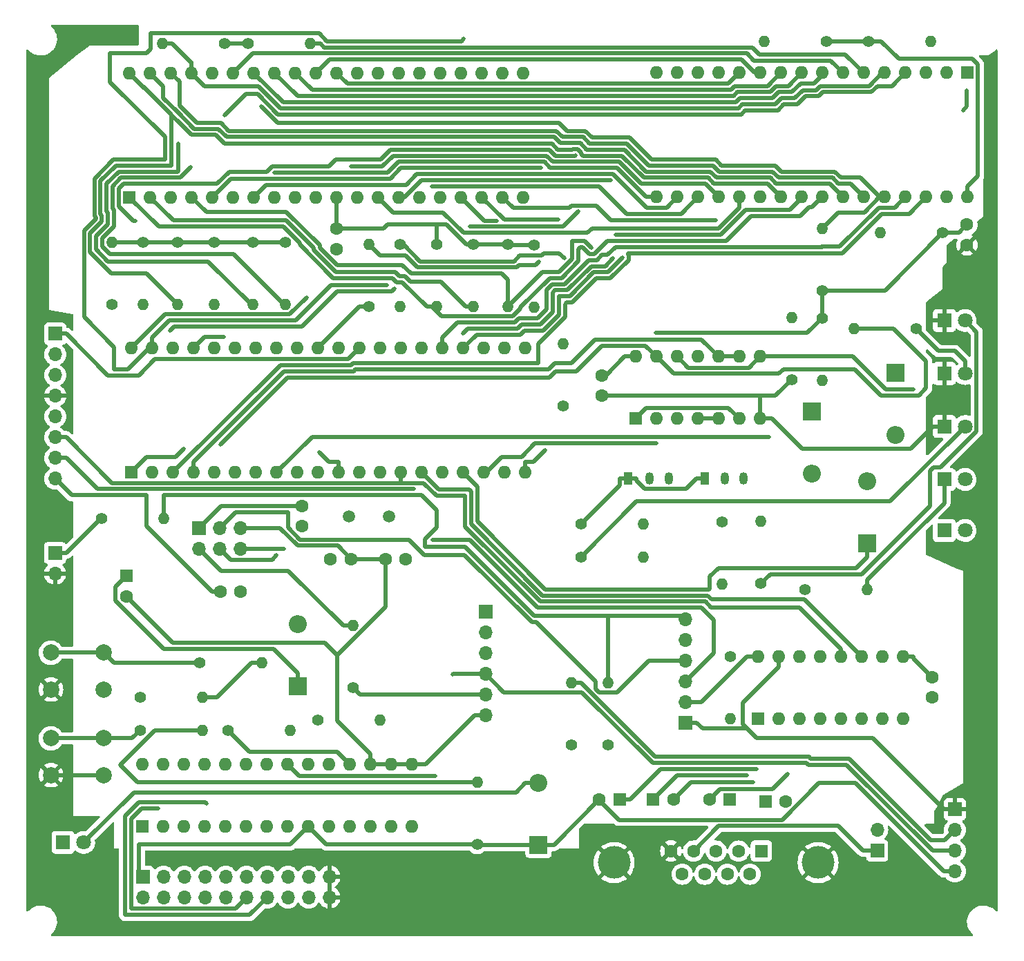
<source format=gbr>
%TF.GenerationSoftware,KiCad,Pcbnew,(6.0.5)*%
%TF.CreationDate,2022-07-29T16:30:45+10:00*%
%TF.ProjectId,gerb,67657262-2e6b-4696-9361-645f70636258,rev?*%
%TF.SameCoordinates,Original*%
%TF.FileFunction,Copper,L1,Top*%
%TF.FilePolarity,Positive*%
%FSLAX46Y46*%
G04 Gerber Fmt 4.6, Leading zero omitted, Abs format (unit mm)*
G04 Created by KiCad (PCBNEW (6.0.5)) date 2022-07-29 16:30:45*
%MOMM*%
%LPD*%
G01*
G04 APERTURE LIST*
%TA.AperFunction,ComponentPad*%
%ADD10R,1.600000X1.600000*%
%TD*%
%TA.AperFunction,ComponentPad*%
%ADD11C,1.600000*%
%TD*%
%TA.AperFunction,ComponentPad*%
%ADD12C,1.400000*%
%TD*%
%TA.AperFunction,ComponentPad*%
%ADD13O,1.400000X1.400000*%
%TD*%
%TA.AperFunction,ComponentPad*%
%ADD14R,1.800000X1.800000*%
%TD*%
%TA.AperFunction,ComponentPad*%
%ADD15C,1.800000*%
%TD*%
%TA.AperFunction,ComponentPad*%
%ADD16O,1.600000X1.600000*%
%TD*%
%TA.AperFunction,ComponentPad*%
%ADD17R,1.700000X1.700000*%
%TD*%
%TA.AperFunction,ComponentPad*%
%ADD18O,1.700000X1.700000*%
%TD*%
%TA.AperFunction,ComponentPad*%
%ADD19R,2.200000X2.200000*%
%TD*%
%TA.AperFunction,ComponentPad*%
%ADD20O,2.200000X2.200000*%
%TD*%
%TA.AperFunction,ComponentPad*%
%ADD21R,1.050000X1.500000*%
%TD*%
%TA.AperFunction,ComponentPad*%
%ADD22O,1.050000X1.500000*%
%TD*%
%TA.AperFunction,ComponentPad*%
%ADD23C,2.000000*%
%TD*%
%TA.AperFunction,ComponentPad*%
%ADD24C,4.000000*%
%TD*%
%TA.AperFunction,ComponentPad*%
%ADD25C,1.500000*%
%TD*%
%TA.AperFunction,ViaPad*%
%ADD26C,0.400000*%
%TD*%
%TA.AperFunction,Conductor*%
%ADD27C,0.500000*%
%TD*%
G04 APERTURE END LIST*
D10*
%TO.P,C13,1*%
%TO.N,Net-(C13-Pad1)*%
X130455100Y-145500000D03*
D11*
%TO.P,C13,2*%
%TO.N,+5V*%
X127955100Y-145500000D03*
%TD*%
D12*
%TO.P,R15,1*%
%TO.N,+5V*%
X108000000Y-77440000D03*
D13*
%TO.P,R15,2*%
%TO.N,A11*%
X108000000Y-85060000D03*
%TD*%
D12*
%TO.P,R6,1*%
%TO.N,+5V*%
X84940000Y-52750000D03*
D13*
%TO.P,R6,2*%
%TO.N,A6*%
X92560000Y-52750000D03*
%TD*%
D12*
%TO.P,R31,1*%
%TO.N,+5V*%
X93460000Y-135750000D03*
D13*
%TO.P,R31,2*%
%TO.N,SDA*%
X101080000Y-135750000D03*
%TD*%
D12*
%TO.P,R7,1*%
%TO.N,+5V*%
X82000000Y-52750000D03*
D13*
%TO.P,R7,2*%
%TO.N,A7*%
X74380000Y-52750000D03*
%TD*%
D12*
%TO.P,R37,1*%
%TO.N,Net-(R37-Pad1)*%
X82440000Y-137000000D03*
D13*
%TO.P,R37,2*%
%TO.N,+5V*%
X90060000Y-137000000D03*
%TD*%
D12*
%TO.P,R21,1*%
%TO.N,N/C*%
X166750000Y-87750000D03*
D13*
%TO.P,R21,2*%
%TO.N,PB0*%
X159130000Y-87750000D03*
%TD*%
D11*
%TO.P,C6,1*%
%TO.N,Net-(C6-Pad1)*%
X95000000Y-116000000D03*
%TO.P,C6,2*%
%TO.N,GND*%
X97500000Y-116000000D03*
%TD*%
D14*
%TO.P,D4,1,K*%
%TO.N,GND*%
X170225000Y-93250000D03*
D15*
%TO.P,D4,2,A*%
%TO.N,N/C*%
X172765000Y-93250000D03*
%TD*%
D10*
%TO.P,U3,1,PB0*%
%TO.N,PB0*%
X70625000Y-105375000D03*
D16*
%TO.P,U3,2,PB1*%
%TO.N,INT*%
X73165000Y-105375000D03*
%TO.P,U3,3,PB2*%
%TO.N,PB2*%
X75705000Y-105375000D03*
%TO.P,U3,4,PB3*%
%TO.N,IORQ*%
X78245000Y-105375000D03*
%TO.P,U3,5,PB4*%
%TO.N,SS*%
X80785000Y-105375000D03*
%TO.P,U3,6,PB5*%
%TO.N,MOSI*%
X83325000Y-105375000D03*
%TO.P,U3,7,PB6*%
%TO.N,MISO*%
X85865000Y-105375000D03*
%TO.P,U3,8,PB7*%
%TO.N,CSK*%
X88405000Y-105375000D03*
%TO.P,U3,9,~{RESET}*%
%TO.N,RST*%
X90945000Y-105375000D03*
%TO.P,U3,10,VCC*%
%TO.N,+5V*%
X93485000Y-105375000D03*
%TO.P,U3,11,GND*%
%TO.N,GND*%
X96025000Y-105375000D03*
%TO.P,U3,12,XTAL2*%
%TO.N,Net-(C6-Pad1)*%
X98565000Y-105375000D03*
%TO.P,U3,13,XTAL1*%
%TO.N,Net-(C5-Pad1)*%
X101105000Y-105375000D03*
%TO.P,U3,14,PD0*%
%TO.N,TX*%
X103645000Y-105375000D03*
%TO.P,U3,15,PD1*%
%TO.N,RX*%
X106185000Y-105375000D03*
%TO.P,U3,16,PD2*%
%TO.N,M1*%
X108725000Y-105375000D03*
%TO.P,U3,17,PD3*%
%TO.N,PD3*%
X111265000Y-105375000D03*
%TO.P,U3,18,PD4*%
%TO.N,PD4*%
X113805000Y-105375000D03*
%TO.P,U3,19,PD5*%
%TO.N,USR*%
X116345000Y-105375000D03*
%TO.P,U3,20,PD6*%
%TO.N,BUSREQ*%
X118885000Y-105375000D03*
%TO.P,U3,21,PD7*%
%TO.N,PD7*%
X118885000Y-90135000D03*
%TO.P,U3,22,PC0*%
%TO.N,SCL*%
X116345000Y-90135000D03*
%TO.P,U3,23,PC1*%
%TO.N,SDA*%
X113805000Y-90135000D03*
%TO.P,U3,24,PC2*%
%TO.N,A0*%
X111265000Y-90135000D03*
%TO.P,U3,25,PC3*%
%TO.N,WR*%
X108725000Y-90135000D03*
%TO.P,U3,26,PC4*%
%TO.N,RD*%
X106185000Y-90135000D03*
%TO.P,U3,27,PC5*%
%TO.N,MREQ*%
X103645000Y-90135000D03*
%TO.P,U3,28,PC6*%
%TO.N,PCB6*%
X101105000Y-90135000D03*
%TO.P,U3,29,PC7*%
%TO.N,RTS*%
X98565000Y-90135000D03*
%TO.P,U3,30,AVCC*%
%TO.N,+5V*%
X96025000Y-90135000D03*
%TO.P,U3,31,GND*%
%TO.N,GND*%
X93485000Y-90135000D03*
%TO.P,U3,32,AREF*%
%TO.N,unconnected-(U3-Pad32)*%
X90945000Y-90135000D03*
%TO.P,U3,33,PA7*%
%TO.N,D7*%
X88405000Y-90135000D03*
%TO.P,U3,34,PA6*%
%TO.N,D6*%
X85865000Y-90135000D03*
%TO.P,U3,35,PA5*%
%TO.N,D5*%
X83325000Y-90135000D03*
%TO.P,U3,36,PA4*%
%TO.N,D4*%
X80785000Y-90135000D03*
%TO.P,U3,37,PA3*%
%TO.N,D3*%
X78245000Y-90135000D03*
%TO.P,U3,38,PA2*%
%TO.N,D2*%
X75705000Y-90135000D03*
%TO.P,U3,39,PA1*%
%TO.N,D1*%
X73165000Y-90135000D03*
%TO.P,U3,40,PA0*%
%TO.N,D0*%
X70625000Y-90135000D03*
%TD*%
D17*
%TO.P,J4,1,Pin_1*%
%TO.N,RTS*%
X61275000Y-88375000D03*
D18*
%TO.P,J4,2,Pin_2*%
%TO.N,Net-(J4-Pad2)*%
X61275000Y-90915000D03*
%TO.P,J4,3,Pin_3*%
%TO.N,Net-(J4-Pad3)*%
X61275000Y-93455000D03*
%TO.P,J4,4,Pin_4*%
%TO.N,GND*%
X61275000Y-95995000D03*
%TO.P,J4,5,Pin_5*%
%TO.N,+5V*%
X61275000Y-98535000D03*
%TO.P,J4,6,Pin_6*%
%TO.N,TX*%
X61275000Y-101075000D03*
%TO.P,J4,7,Pin_7*%
%TO.N,RX*%
X61275000Y-103615000D03*
%TO.P,J4,8,Pin_8*%
%TO.N,Net-(C3-Pad1)*%
X61275000Y-106155000D03*
%TD*%
D11*
%TO.P,C7,1*%
%TO.N,+5V*%
X128250000Y-93500000D03*
%TO.P,C7,2*%
%TO.N,GND*%
X128250000Y-96000000D03*
%TD*%
D12*
%TO.P,R2,1*%
%TO.N,+5V*%
X155750000Y-52500000D03*
D13*
%TO.P,R2,2*%
%TO.N,A2*%
X148130000Y-52500000D03*
%TD*%
D12*
%TO.P,R16,1*%
%TO.N,+5V*%
X112500000Y-77440000D03*
D13*
%TO.P,R16,2*%
%TO.N,A12*%
X112500000Y-85060000D03*
%TD*%
D19*
%TO.P,D2,1,K*%
%TO.N,Net-(D2-Pad1)*%
X164250000Y-93190000D03*
D20*
%TO.P,D2,2,A*%
%TO.N,Net-(D2-Pad2)*%
X164250000Y-100810000D03*
%TD*%
D11*
%TO.P,C4,1*%
%TO.N,+5V*%
X173000000Y-75000000D03*
%TO.P,C4,2*%
%TO.N,GND*%
X173000000Y-77500000D03*
%TD*%
D12*
%TO.P,R17,1*%
%TO.N,+5V*%
X155250000Y-83060000D03*
D13*
%TO.P,R17,2*%
%TO.N,A13*%
X155250000Y-75440000D03*
%TD*%
D12*
%TO.P,R18,1*%
%TO.N,+5V*%
X116750000Y-77440000D03*
D13*
%TO.P,R18,2*%
%TO.N,A14*%
X116750000Y-85060000D03*
%TD*%
D12*
%TO.P,R29,1*%
%TO.N,Net-(Q2-Pad2)*%
X103500000Y-77440000D03*
D13*
%TO.P,R29,2*%
%TO.N,BUSACK*%
X103500000Y-85060000D03*
%TD*%
D17*
%TO.P,J2,1,VDD*%
%TO.N,+5V*%
X78920000Y-112210000D03*
D18*
%TO.P,J2,2,MISO*%
%TO.N,MISO*%
X78920000Y-114750000D03*
%TO.P,J2,3,MOSI*%
%TO.N,MOSI*%
X81460000Y-112210000D03*
%TO.P,J2,4,CSK*%
%TO.N,CSK*%
X81460000Y-114750000D03*
%TO.P,J2,5,GND*%
%TO.N,GND*%
X84000000Y-112210000D03*
%TO.P,J2,6,RST*%
%TO.N,RST*%
X84000000Y-114750000D03*
%TD*%
D21*
%TO.P,Q1,1,E*%
%TO.N,+5V*%
X140850000Y-106110000D03*
D22*
%TO.P,Q1,2,B*%
%TO.N,Net-(Q1-Pad2)*%
X143320000Y-106110000D03*
%TO.P,Q1,3,C*%
%TO.N,Net-(Q1-Pad3)*%
X145650000Y-106110000D03*
%TD*%
D10*
%TO.P,U4,1,NC*%
%TO.N,unconnected-(U4-Pad1)*%
X173050000Y-56375000D03*
D16*
%TO.P,U4,2,A16*%
%TO.N,Net-(D2-Pad2)*%
X170510000Y-56375000D03*
%TO.P,U4,3,A14*%
%TO.N,A14*%
X167970000Y-56375000D03*
%TO.P,U4,4,A12*%
%TO.N,A12*%
X165430000Y-56375000D03*
%TO.P,U4,5,A7*%
%TO.N,A7*%
X162890000Y-56375000D03*
%TO.P,U4,6,A6*%
%TO.N,A6*%
X160350000Y-56375000D03*
%TO.P,U4,7,A5*%
%TO.N,A5*%
X157810000Y-56375000D03*
%TO.P,U4,8,A4*%
%TO.N,A4*%
X155270000Y-56375000D03*
%TO.P,U4,9,A3*%
%TO.N,A3*%
X152730000Y-56375000D03*
%TO.P,U4,10,A2*%
%TO.N,A2*%
X150190000Y-56375000D03*
%TO.P,U4,11,A1*%
%TO.N,A1*%
X147650000Y-56375000D03*
%TO.P,U4,12,A0*%
%TO.N,A0*%
X145110000Y-56375000D03*
%TO.P,U4,13,D0*%
%TO.N,D0*%
X142570000Y-56375000D03*
%TO.P,U4,14,D1*%
%TO.N,D1*%
X140030000Y-56375000D03*
%TO.P,U4,15,D2*%
%TO.N,D2*%
X137490000Y-56375000D03*
%TO.P,U4,16,GND*%
%TO.N,GND*%
X134950000Y-56375000D03*
%TO.P,U4,17,D3*%
%TO.N,D3*%
X134950000Y-71615000D03*
%TO.P,U4,18,D4*%
%TO.N,D4*%
X137490000Y-71615000D03*
%TO.P,U4,19,D5*%
%TO.N,D5*%
X140030000Y-71615000D03*
%TO.P,U4,20,D6*%
%TO.N,D6*%
X142570000Y-71615000D03*
%TO.P,U4,21,D7*%
%TO.N,D7*%
X145110000Y-71615000D03*
%TO.P,U4,22,CE1*%
%TO.N,MREQ*%
X147650000Y-71615000D03*
%TO.P,U4,23,A10*%
%TO.N,A10*%
X150190000Y-71615000D03*
%TO.P,U4,24,OE*%
%TO.N,RD*%
X152730000Y-71615000D03*
%TO.P,U4,25,A11*%
%TO.N,A11*%
X155270000Y-71615000D03*
%TO.P,U4,26,A9*%
%TO.N,A9*%
X157810000Y-71615000D03*
%TO.P,U4,27,A8*%
%TO.N,A8*%
X160350000Y-71615000D03*
%TO.P,U4,28,A13*%
%TO.N,A13*%
X162890000Y-71615000D03*
%TO.P,U4,29,R/W*%
%TO.N,WR*%
X165430000Y-71615000D03*
%TO.P,U4,30,CE2*%
%TO.N,PB2*%
X167970000Y-71615000D03*
%TO.P,U4,31,A15*%
%TO.N,Net-(U2-Pad3)*%
X170510000Y-71615000D03*
%TO.P,U4,32,VCC*%
%TO.N,+5V*%
X173050000Y-71615000D03*
%TD*%
D12*
%TO.P,R30,1*%
%TO.N,Net-(R30-Pad1)*%
X78940000Y-128750000D03*
D13*
%TO.P,R30,2*%
%TO.N,USR*%
X86560000Y-128750000D03*
%TD*%
D10*
%TO.P,C11,1*%
%TO.N,Net-(C11-Pad1)*%
X148294900Y-145750000D03*
D11*
%TO.P,C11,2*%
%TO.N,Net-(C11-Pad2)*%
X150794900Y-145750000D03*
%TD*%
%TO.P,C2,1*%
%TO.N,+5V*%
X91500000Y-109500000D03*
%TO.P,C2,2*%
%TO.N,GND*%
X91500000Y-112000000D03*
%TD*%
D10*
%TO.P,U6,1,C1+*%
%TO.N,Net-(C10-Pad1)*%
X147350000Y-135550000D03*
D16*
%TO.P,U6,2,VS+*%
%TO.N,Net-(C13-Pad1)*%
X149890000Y-135550000D03*
%TO.P,U6,3,C1-*%
%TO.N,Net-(C10-Pad2)*%
X152430000Y-135550000D03*
%TO.P,U6,4,C2+*%
%TO.N,Net-(C11-Pad1)*%
X154970000Y-135550000D03*
%TO.P,U6,5,C2-*%
%TO.N,Net-(C11-Pad2)*%
X157510000Y-135550000D03*
%TO.P,U6,6,VS-*%
%TO.N,Net-(C12-Pad2)*%
X160050000Y-135550000D03*
%TO.P,U6,7,T2OUT*%
%TO.N,unconnected-(U6-Pad7)*%
X162590000Y-135550000D03*
%TO.P,U6,8,R2IN*%
%TO.N,Net-(U6-Pad8)*%
X165130000Y-135550000D03*
%TO.P,U6,9,R2OUT*%
%TO.N,Net-(U6-Pad9)*%
X165130000Y-127930000D03*
%TO.P,U6,10,T2IN*%
%TO.N,unconnected-(U6-Pad10)*%
X162590000Y-127930000D03*
%TO.P,U6,11,T1IN*%
%TO.N,RX*%
X160050000Y-127930000D03*
%TO.P,U6,12,R1OUT*%
%TO.N,TX*%
X157510000Y-127930000D03*
%TO.P,U6,13,R1IN*%
%TO.N,Net-(U6-Pad13)*%
X154970000Y-127930000D03*
%TO.P,U6,14,T1OUT*%
%TO.N,Net-(U6-Pad14)*%
X152430000Y-127930000D03*
%TO.P,U6,15,GND*%
%TO.N,GND*%
X149890000Y-127930000D03*
%TO.P,U6,16,VCC*%
%TO.N,+5V*%
X147350000Y-127930000D03*
%TD*%
D19*
%TO.P,D1,1,K*%
%TO.N,+5V*%
X91000000Y-131580000D03*
D20*
%TO.P,D1,2,A*%
%TO.N,RST*%
X91000000Y-123960000D03*
%TD*%
D12*
%TO.P,R33,1*%
%TO.N,+5V*%
X124500000Y-138810000D03*
D13*
%TO.P,R33,2*%
%TO.N,SCL*%
X124500000Y-131190000D03*
%TD*%
D12*
%TO.P,R1,1*%
%TO.N,+5V*%
X160940000Y-52500000D03*
D13*
%TO.P,R1,2*%
%TO.N,A1*%
X168560000Y-52500000D03*
%TD*%
D11*
%TO.P,C14,1*%
%TO.N,Net-(U6-Pad9)*%
X168750000Y-130500000D03*
%TO.P,C14,2*%
%TO.N,RST*%
X168750000Y-133000000D03*
%TD*%
D12*
%TO.P,R26,1*%
%TO.N,PD7*%
X123500000Y-97250000D03*
D13*
%TO.P,R26,2*%
%TO.N,Net-(R26-Pad2)*%
X123500000Y-89630000D03*
%TD*%
D23*
%TO.P,SW1,1,1*%
%TO.N,Net-(R10-Pad1)*%
X60750000Y-138000000D03*
X67250000Y-138000000D03*
%TO.P,SW1,2,2*%
%TO.N,GND*%
X60750000Y-142500000D03*
X67250000Y-142500000D03*
%TD*%
D12*
%TO.P,R34,1*%
%TO.N,+5V*%
X97750000Y-131750000D03*
D13*
%TO.P,R34,2*%
%TO.N,MISO*%
X97750000Y-124130000D03*
%TD*%
D12*
%TO.P,R23,1*%
%TO.N,Net-(D5-Pad2)*%
X147750000Y-119000000D03*
D13*
%TO.P,R23,2*%
%TO.N,Net-(Q1-Pad3)*%
X147750000Y-111380000D03*
%TD*%
D14*
%TO.P,D5,1,K*%
%TO.N,GND*%
X170225000Y-86750000D03*
D15*
%TO.P,D5,2,A*%
%TO.N,Net-(D5-Pad2)*%
X172765000Y-86750000D03*
%TD*%
D12*
%TO.P,R32,1*%
%TO.N,Net-(D8-Pad1)*%
X71690000Y-133000000D03*
D13*
%TO.P,R32,2*%
%TO.N,USR*%
X79310000Y-133000000D03*
%TD*%
D23*
%TO.P,SW2,1,1*%
%TO.N,Net-(R30-Pad1)*%
X67250000Y-127500000D03*
X60750000Y-127500000D03*
%TO.P,SW2,2,2*%
%TO.N,GND*%
X67250000Y-132000000D03*
X60750000Y-132000000D03*
%TD*%
D12*
%TO.P,R11,1*%
%TO.N,+5V*%
X113000000Y-151000000D03*
D13*
%TO.P,R11,2*%
%TO.N,RST*%
X113000000Y-143380000D03*
%TD*%
D10*
%TO.P,C10,1*%
%TO.N,Net-(C10-Pad1)*%
X134544900Y-145500000D03*
D11*
%TO.P,C10,2*%
%TO.N,Net-(C10-Pad2)*%
X137044900Y-145500000D03*
%TD*%
D10*
%TO.P,U2,1*%
%TO.N,Net-(D2-Pad1)*%
X132375000Y-98800000D03*
D16*
%TO.P,U2,2*%
%TO.N,PD4*%
X134915000Y-98800000D03*
%TO.P,U2,3*%
%TO.N,Net-(U2-Pad3)*%
X137455000Y-98800000D03*
%TO.P,U2,4*%
%TO.N,A15*%
X139995000Y-98800000D03*
%TO.P,U2,5*%
X142535000Y-98800000D03*
%TO.P,U2,6*%
%TO.N,Net-(D2-Pad1)*%
X145075000Y-98800000D03*
%TO.P,U2,7,GND*%
%TO.N,GND*%
X147615000Y-98800000D03*
%TO.P,U2,8*%
%TO.N,Net-(D6-Pad2)*%
X147615000Y-91180000D03*
%TO.P,U2,9*%
%TO.N,IORQ*%
X145075000Y-91180000D03*
%TO.P,U2,10*%
X142535000Y-91180000D03*
%TO.P,U2,11*%
%TO.N,WAIT*%
X139995000Y-91180000D03*
%TO.P,U2,12*%
%TO.N,Net-(D6-Pad2)*%
X137455000Y-91180000D03*
%TO.P,U2,13*%
%TO.N,PB0*%
X134915000Y-91180000D03*
%TO.P,U2,14,VCC*%
%TO.N,+5V*%
X132375000Y-91180000D03*
%TD*%
D12*
%TO.P,R24,1*%
%TO.N,Net-(Q1-Pad2)*%
X143000000Y-111440000D03*
D13*
%TO.P,R24,2*%
%TO.N,HALT*%
X143000000Y-119060000D03*
%TD*%
D14*
%TO.P,D8,1,K*%
%TO.N,Net-(D8-Pad1)*%
X62225000Y-150750000D03*
D15*
%TO.P,D8,2,A*%
%TO.N,Net-(D8-Pad2)*%
X64765000Y-150750000D03*
%TD*%
D11*
%TO.P,C1,1*%
%TO.N,GND*%
X95750000Y-78000000D03*
%TO.P,C1,2*%
%TO.N,+5V*%
X95750000Y-75500000D03*
%TD*%
D12*
%TO.P,R13,1*%
%TO.N,+5V*%
X72000000Y-77190000D03*
D13*
%TO.P,R13,2*%
%TO.N,A9*%
X72000000Y-84810000D03*
%TD*%
D12*
%TO.P,R20,1*%
%TO.N,+5V*%
X155250000Y-86440000D03*
D13*
%TO.P,R20,2*%
%TO.N,Net-(D2-Pad2)*%
X155250000Y-94060000D03*
%TD*%
D17*
%TO.P,J6,1,Pin_1*%
%TO.N,GND*%
X138525000Y-136075000D03*
D18*
%TO.P,J6,2,Pin_2*%
%TO.N,+5V*%
X138525000Y-133535000D03*
%TO.P,J6,3,Pin_3*%
%TO.N,MISO*%
X138525000Y-130995000D03*
%TO.P,J6,4,Pin_4*%
%TO.N,MOSI*%
X138525000Y-128455000D03*
%TO.P,J6,5,Pin_5*%
%TO.N,CSK*%
X138525000Y-125915000D03*
%TO.P,J6,6,Pin_6*%
%TO.N,SS*%
X138525000Y-123375000D03*
%TD*%
D24*
%TO.P,J8,0*%
%TO.N,GND*%
X129760000Y-153239700D03*
X154760000Y-153239700D03*
D10*
%TO.P,J8,1,1*%
%TO.N,unconnected-(J8-Pad1)*%
X147800000Y-151819700D03*
D11*
%TO.P,J8,2,2*%
%TO.N,Net-(U6-Pad13)*%
X145030000Y-151819700D03*
%TO.P,J8,3,3*%
%TO.N,Net-(U6-Pad14)*%
X142260000Y-151819700D03*
%TO.P,J8,4,4*%
%TO.N,N/C*%
X139490000Y-151819700D03*
%TO.P,J8,5,5*%
%TO.N,GND*%
X136720000Y-151819700D03*
%TO.P,J8,6,6*%
%TO.N,Net-(J9-Pad1)*%
X146415000Y-154659700D03*
%TO.P,J8,7,7*%
%TO.N,unconnected-(J8-Pad7)*%
X143645000Y-154659700D03*
%TO.P,J8,8,8*%
%TO.N,unconnected-(J8-Pad8)*%
X140875000Y-154659700D03*
%TO.P,J8,9,9*%
%TO.N,unconnected-(J8-Pad9)*%
X138105000Y-154659700D03*
%TD*%
D12*
%TO.P,R25,1*%
%TO.N,GND*%
X99750000Y-85060000D03*
D13*
%TO.P,R25,2*%
%TO.N,PCB6*%
X99750000Y-77440000D03*
%TD*%
D14*
%TO.P,D11,1,K*%
%TO.N,Net-(D10-Pad2)*%
X170225000Y-112500000D03*
D15*
%TO.P,D11,2,A*%
%TO.N,CSK*%
X172765000Y-112500000D03*
%TD*%
D17*
%TO.P,J7,1,Pin_1*%
%TO.N,+5V*%
X72010000Y-154960000D03*
D18*
%TO.P,J7,2,Pin_2*%
X72010000Y-157500000D03*
%TO.P,J7,3,Pin_3*%
%TO.N,Net-(J7-Pad3)*%
X74550000Y-154960000D03*
%TO.P,J7,4,Pin_4*%
%TO.N,Net-(J7-Pad4)*%
X74550000Y-157500000D03*
%TO.P,J7,5,Pin_5*%
%TO.N,Net-(J7-Pad5)*%
X77090000Y-154960000D03*
%TO.P,J7,6,Pin_6*%
%TO.N,Net-(J7-Pad6)*%
X77090000Y-157500000D03*
%TO.P,J7,7,Pin_7*%
%TO.N,Net-(J7-Pad7)*%
X79630000Y-154960000D03*
%TO.P,J7,8,Pin_8*%
%TO.N,Net-(J7-Pad8)*%
X79630000Y-157500000D03*
%TO.P,J7,9,Pin_9*%
%TO.N,Net-(J7-Pad9)*%
X82170000Y-154960000D03*
%TO.P,J7,10,Pin_10*%
%TO.N,Net-(J7-Pad10)*%
X82170000Y-157500000D03*
%TO.P,J7,11,Pin_11*%
%TO.N,Net-(J7-Pad11)*%
X84710000Y-154960000D03*
%TO.P,J7,12,Pin_12*%
%TO.N,Net-(J7-Pad12)*%
X84710000Y-157500000D03*
%TO.P,J7,13,Pin_13*%
%TO.N,Net-(J7-Pad13)*%
X87250000Y-154960000D03*
%TO.P,J7,14,Pin_14*%
%TO.N,Net-(J7-Pad14)*%
X87250000Y-157500000D03*
%TO.P,J7,15,Pin_15*%
%TO.N,Net-(J7-Pad15)*%
X89790000Y-154960000D03*
%TO.P,J7,16,Pin_16*%
%TO.N,Net-(J7-Pad16)*%
X89790000Y-157500000D03*
%TO.P,J7,17,Pin_17*%
%TO.N,Net-(J7-Pad17)*%
X92330000Y-154960000D03*
%TO.P,J7,18,Pin_18*%
%TO.N,Net-(J7-Pad18)*%
X92330000Y-157500000D03*
%TO.P,J7,19,Pin_19*%
%TO.N,GND*%
X94870000Y-154960000D03*
%TO.P,J7,20,Pin_20*%
X94870000Y-157500000D03*
%TD*%
D17*
%TO.P,J9,1,Pin_1*%
%TO.N,N/C*%
X162000000Y-151750000D03*
D18*
%TO.P,J9,2,Pin_2*%
%TO.N,Net-(U6-Pad8)*%
X162000000Y-149210000D03*
%TD*%
D12*
%TO.P,R14,1*%
%TO.N,+5V*%
X76250000Y-77190000D03*
D13*
%TO.P,R14,2*%
%TO.N,A10*%
X76250000Y-84810000D03*
%TD*%
D19*
%TO.P,D9,1,K*%
%TO.N,+5V*%
X120500000Y-151060000D03*
D20*
%TO.P,D9,2,A*%
%TO.N,Net-(D8-Pad2)*%
X120500000Y-143440000D03*
%TD*%
D12*
%TO.P,R36,1*%
%TO.N,Net-(D10-Pad1)*%
X144000000Y-127940000D03*
D13*
%TO.P,R36,2*%
%TO.N,SS*%
X144000000Y-135560000D03*
%TD*%
D12*
%TO.P,R19,1*%
%TO.N,+5V*%
X125690000Y-111750000D03*
D13*
%TO.P,R19,2*%
%TO.N,A15*%
X133310000Y-111750000D03*
%TD*%
D11*
%TO.P,C3,1*%
%TO.N,Net-(C3-Pad1)*%
X81500000Y-120000000D03*
%TO.P,C3,2*%
%TO.N,RST*%
X84000000Y-120000000D03*
%TD*%
D12*
%TO.P,R12,1*%
%TO.N,+5V*%
X170000000Y-76000000D03*
D13*
%TO.P,R12,2*%
%TO.N,A8*%
X162380000Y-76000000D03*
%TD*%
D12*
%TO.P,R8,1*%
%TO.N,+5V*%
X120000000Y-77500000D03*
D13*
%TO.P,R8,2*%
%TO.N,NMI*%
X120000000Y-85120000D03*
%TD*%
D12*
%TO.P,R4,1*%
%TO.N,+5V*%
X85500000Y-77190000D03*
D13*
%TO.P,R4,2*%
%TO.N,A4*%
X85500000Y-84810000D03*
%TD*%
D12*
%TO.P,R27,1*%
%TO.N,GND*%
X153190000Y-119750000D03*
D13*
%TO.P,R27,2*%
%TO.N,Net-(D6-Pad1)*%
X160810000Y-119750000D03*
%TD*%
D12*
%TO.P,R10,1*%
%TO.N,Net-(R10-Pad1)*%
X71710000Y-137000000D03*
D13*
%TO.P,R10,2*%
%TO.N,RST*%
X79330000Y-137000000D03*
%TD*%
D12*
%TO.P,R38,1*%
%TO.N,+5V*%
X129000000Y-138810000D03*
D13*
%TO.P,R38,2*%
%TO.N,SS*%
X129000000Y-131190000D03*
%TD*%
D21*
%TO.P,Q2,1,E*%
%TO.N,+5V*%
X131500000Y-106110000D03*
D22*
%TO.P,Q2,2,B*%
%TO.N,Net-(Q2-Pad2)*%
X134070000Y-106110000D03*
%TO.P,Q2,3,C*%
%TO.N,Net-(Q2-Pad3)*%
X136500000Y-106110000D03*
%TD*%
D11*
%TO.P,C5,1*%
%TO.N,Net-(C5-Pad1)*%
X104250000Y-116000000D03*
%TO.P,C5,2*%
%TO.N,GND*%
X101750000Y-116000000D03*
%TD*%
D14*
%TO.P,D6,1,K*%
%TO.N,Net-(D6-Pad1)*%
X170225000Y-106250000D03*
D15*
%TO.P,D6,2,A*%
%TO.N,Net-(D6-Pad2)*%
X172765000Y-106250000D03*
%TD*%
D17*
%TO.P,J5,1,Pin_1*%
%TO.N,unconnected-(J5-Pad1)*%
X114000000Y-122500000D03*
D18*
%TO.P,J5,2,Pin_2*%
%TO.N,unconnected-(J5-Pad2)*%
X114000000Y-125040000D03*
%TO.P,J5,3,Pin_3*%
%TO.N,SCL*%
X114000000Y-127580000D03*
%TO.P,J5,4,Pin_4*%
%TO.N,SDA*%
X114000000Y-130120000D03*
%TO.P,J5,5,Pin_5*%
%TO.N,+5V*%
X114000000Y-132660000D03*
%TO.P,J5,6,Pin_6*%
%TO.N,GND*%
X114000000Y-135200000D03*
%TD*%
D17*
%TO.P,J1,1,Pin_1*%
%TO.N,+5V*%
X61250000Y-115250000D03*
D18*
%TO.P,J1,2,Pin_2*%
%TO.N,GND*%
X61250000Y-117790000D03*
%TD*%
D10*
%TO.P,U5,1,GPB0*%
%TO.N,Net-(J7-Pad3)*%
X71975000Y-148800000D03*
D16*
%TO.P,U5,2,GPB1*%
%TO.N,Net-(J7-Pad5)*%
X74515000Y-148800000D03*
%TO.P,U5,3,GPB2*%
%TO.N,Net-(J7-Pad7)*%
X77055000Y-148800000D03*
%TO.P,U5,4,GPB3*%
%TO.N,Net-(J7-Pad9)*%
X79595000Y-148800000D03*
%TO.P,U5,5,GPB4*%
%TO.N,Net-(J7-Pad11)*%
X82135000Y-148800000D03*
%TO.P,U5,6,GPB5*%
%TO.N,Net-(J7-Pad13)*%
X84675000Y-148800000D03*
%TO.P,U5,7,GPB6*%
%TO.N,Net-(J7-Pad15)*%
X87215000Y-148800000D03*
%TO.P,U5,8,GPB7*%
%TO.N,Net-(J7-Pad17)*%
X89755000Y-148800000D03*
%TO.P,U5,9,VDD*%
%TO.N,+5V*%
X92295000Y-148800000D03*
%TO.P,U5,10,VSS*%
%TO.N,GND*%
X94835000Y-148800000D03*
%TO.P,U5,11,NC*%
%TO.N,unconnected-(U5-Pad11)*%
X97375000Y-148800000D03*
%TO.P,U5,12,SCK*%
%TO.N,SCL*%
X99915000Y-148800000D03*
%TO.P,U5,13,SDA*%
%TO.N,SDA*%
X102455000Y-148800000D03*
%TO.P,U5,14,NC*%
%TO.N,unconnected-(U5-Pad14)*%
X104995000Y-148800000D03*
%TO.P,U5,15,A0*%
%TO.N,GND*%
X104995000Y-141180000D03*
%TO.P,U5,16,A1*%
X102455000Y-141180000D03*
%TO.P,U5,17,A2*%
X99915000Y-141180000D03*
%TO.P,U5,18,~{RESET}*%
%TO.N,Net-(R37-Pad1)*%
X97375000Y-141180000D03*
%TO.P,U5,19,INTB*%
%TO.N,unconnected-(U5-Pad19)*%
X94835000Y-141180000D03*
%TO.P,U5,20,INTA*%
%TO.N,unconnected-(U5-Pad20)*%
X92295000Y-141180000D03*
%TO.P,U5,21,GPA0*%
%TO.N,Net-(J7-Pad18)*%
X89755000Y-141180000D03*
%TO.P,U5,22,GPA1*%
%TO.N,Net-(J7-Pad16)*%
X87215000Y-141180000D03*
%TO.P,U5,23,GPA2*%
%TO.N,Net-(J7-Pad14)*%
X84675000Y-141180000D03*
%TO.P,U5,24,GPA3*%
%TO.N,Net-(J7-Pad12)*%
X82135000Y-141180000D03*
%TO.P,U5,25,GPA4*%
%TO.N,Net-(J7-Pad10)*%
X79595000Y-141180000D03*
%TO.P,U5,26,GPA5*%
%TO.N,Net-(J7-Pad8)*%
X77055000Y-141180000D03*
%TO.P,U5,27,GPA6*%
%TO.N,Net-(J7-Pad6)*%
X74515000Y-141180000D03*
%TO.P,U5,28,GPA7*%
%TO.N,Net-(J7-Pad4)*%
X71975000Y-141180000D03*
%TD*%
D12*
%TO.P,R28,1*%
%TO.N,Net-(D7-Pad2)*%
X125690000Y-115750000D03*
D13*
%TO.P,R28,2*%
%TO.N,Net-(Q2-Pad3)*%
X133310000Y-115750000D03*
%TD*%
D12*
%TO.P,R22,1*%
%TO.N,IORQ*%
X68250000Y-84810000D03*
D13*
%TO.P,R22,2*%
%TO.N,+5V*%
X68250000Y-77190000D03*
%TD*%
D19*
%TO.P,D10,1,A*%
%TO.N,Net-(D10-Pad1)*%
X154000000Y-97940000D03*
D20*
%TO.P,D10,2,K*%
%TO.N,Net-(D10-Pad2)*%
X154000000Y-105560000D03*
%TD*%
D12*
%TO.P,R35,1*%
%TO.N,GND*%
X151500000Y-94000000D03*
D13*
%TO.P,R35,2*%
%TO.N,CSK*%
X151500000Y-86380000D03*
%TD*%
D10*
%TO.P,U1,1,A11*%
%TO.N,A11*%
X70375000Y-71625000D03*
D16*
%TO.P,U1,2,A12*%
%TO.N,A12*%
X72915000Y-71625000D03*
%TO.P,U1,3,A13*%
%TO.N,A13*%
X75455000Y-71625000D03*
%TO.P,U1,4,A14*%
%TO.N,A14*%
X77995000Y-71625000D03*
%TO.P,U1,5,A15*%
%TO.N,A15*%
X80535000Y-71625000D03*
%TO.P,U1,6,~{CLK}*%
%TO.N,Net-(R26-Pad2)*%
X83075000Y-71625000D03*
%TO.P,U1,7,D4*%
%TO.N,D4*%
X85615000Y-71625000D03*
%TO.P,U1,8,D3*%
%TO.N,D3*%
X88155000Y-71625000D03*
%TO.P,U1,9,D5*%
%TO.N,D5*%
X90695000Y-71625000D03*
%TO.P,U1,10,D6*%
%TO.N,D6*%
X93235000Y-71625000D03*
%TO.P,U1,11,VCC*%
%TO.N,+5V*%
X95775000Y-71625000D03*
%TO.P,U1,12,D2*%
%TO.N,D2*%
X98315000Y-71625000D03*
%TO.P,U1,13,D7*%
%TO.N,D7*%
X100855000Y-71625000D03*
%TO.P,U1,14,D0*%
%TO.N,D0*%
X103395000Y-71625000D03*
%TO.P,U1,15,D1*%
%TO.N,D1*%
X105935000Y-71625000D03*
%TO.P,U1,16,~{INT}*%
%TO.N,INT*%
X108475000Y-71625000D03*
%TO.P,U1,17,~{NMI}*%
%TO.N,NMI*%
X111015000Y-71625000D03*
%TO.P,U1,18,~{HALT}*%
%TO.N,HALT*%
X113555000Y-71625000D03*
%TO.P,U1,19,~{MREQ}*%
%TO.N,MREQ*%
X116095000Y-71625000D03*
%TO.P,U1,20,~{IORQ}*%
%TO.N,IORQ*%
X118635000Y-71625000D03*
%TO.P,U1,21,~{RD}*%
%TO.N,RD*%
X118635000Y-56385000D03*
%TO.P,U1,22,~{WR}*%
%TO.N,WR*%
X116095000Y-56385000D03*
%TO.P,U1,23,~{BUSACK}*%
%TO.N,BUSACK*%
X113555000Y-56385000D03*
%TO.P,U1,24,~{WAIT}*%
%TO.N,WAIT*%
X111015000Y-56385000D03*
%TO.P,U1,25,~{BUSRQ}*%
%TO.N,BUSREQ*%
X108475000Y-56385000D03*
%TO.P,U1,26,~{RESET}*%
%TO.N,PCB6*%
X105935000Y-56385000D03*
%TO.P,U1,27,~{M1}*%
%TO.N,Net-(JP2-Pad2)*%
X103395000Y-56385000D03*
%TO.P,U1,28,~{RFSH}*%
%TO.N,unconnected-(U1-Pad28)*%
X100855000Y-56385000D03*
%TO.P,U1,29,GND*%
%TO.N,GND*%
X98315000Y-56385000D03*
%TO.P,U1,30,A0*%
%TO.N,A0*%
X95775000Y-56385000D03*
%TO.P,U1,31,A1*%
%TO.N,A1*%
X93235000Y-56385000D03*
%TO.P,U1,32,A2*%
%TO.N,A2*%
X90695000Y-56385000D03*
%TO.P,U1,33,A3*%
%TO.N,A3*%
X88155000Y-56385000D03*
%TO.P,U1,34,A4*%
%TO.N,A4*%
X85615000Y-56385000D03*
%TO.P,U1,35,A5*%
%TO.N,A5*%
X83075000Y-56385000D03*
%TO.P,U1,36,A6*%
%TO.N,A6*%
X80535000Y-56385000D03*
%TO.P,U1,37,A7*%
%TO.N,A7*%
X77995000Y-56385000D03*
%TO.P,U1,38,A8*%
%TO.N,A8*%
X75455000Y-56385000D03*
%TO.P,U1,39,A9*%
%TO.N,A9*%
X72915000Y-56385000D03*
%TO.P,U1,40,A10*%
%TO.N,A10*%
X70375000Y-56385000D03*
%TD*%
D12*
%TO.P,R9,1*%
%TO.N,+5V*%
X66940000Y-111000000D03*
D13*
%TO.P,R9,2*%
%TO.N,SS*%
X74560000Y-111000000D03*
%TD*%
D10*
%TO.P,C9,1*%
%TO.N,+5V*%
X70000000Y-118067600D03*
D11*
%TO.P,C9,2*%
%TO.N,GND*%
X70000000Y-120567600D03*
%TD*%
D25*
%TO.P,Y1,1,1*%
%TO.N,Net-(C6-Pad1)*%
X97300000Y-110750000D03*
%TO.P,Y1,2,2*%
%TO.N,Net-(C5-Pad1)*%
X102180000Y-110750000D03*
%TD*%
D12*
%TO.P,R5,1*%
%TO.N,+5V*%
X80750000Y-77190000D03*
D13*
%TO.P,R5,2*%
%TO.N,A5*%
X80750000Y-84810000D03*
%TD*%
D19*
%TO.P,D3,1,K*%
%TO.N,PD3*%
X160750000Y-114060000D03*
D20*
%TO.P,D3,2,A*%
%TO.N,Net-(D2-Pad2)*%
X160750000Y-106440000D03*
%TD*%
D10*
%TO.P,C12,1*%
%TO.N,GND*%
X143955100Y-145500000D03*
D11*
%TO.P,C12,2*%
%TO.N,Net-(C12-Pad2)*%
X141455100Y-145500000D03*
%TD*%
D12*
%TO.P,R3,1*%
%TO.N,+5V*%
X89500000Y-77190000D03*
D13*
%TO.P,R3,2*%
%TO.N,A3*%
X89500000Y-84810000D03*
%TD*%
D14*
%TO.P,D7,1,K*%
%TO.N,GND*%
X170225000Y-99750000D03*
D15*
%TO.P,D7,2,A*%
%TO.N,Net-(D7-Pad2)*%
X172765000Y-99750000D03*
%TD*%
D17*
%TO.P,J3,1,Pin_1*%
%TO.N,GND*%
X171525000Y-146700000D03*
D18*
%TO.P,J3,2,Pin_2*%
%TO.N,SCL*%
X171525000Y-149240000D03*
%TO.P,J3,3,Pin_3*%
%TO.N,SDA*%
X171525000Y-151780000D03*
%TO.P,J3,4,Pin_4*%
%TO.N,+5V*%
X171525000Y-154320000D03*
%TD*%
D26*
%TO.N,GND*%
X172500000Y-61000000D03*
X173000000Y-58500000D03*
X93631900Y-102866600D03*
X152811700Y-102503600D03*
%TO.N,+5V*%
X134903000Y-88270900D03*
%TO.N,RST*%
X89268200Y-114750000D03*
%TO.N,Net-(C10-Pad1)*%
X146005900Y-142533700D03*
%TO.N,Net-(C10-Pad2)*%
X146793200Y-143364700D03*
%TO.N,Net-(C12-Pad2)*%
X151000000Y-142342000D03*
%TO.N,Net-(C13-Pad1)*%
X147249200Y-141783400D03*
%TO.N,PB0*%
X77000000Y-102500000D03*
X81500000Y-102000000D03*
%TO.N,Net-(D6-Pad2)*%
X166467200Y-95194400D03*
%TO.N,CSK*%
X88409100Y-115560500D03*
X148752100Y-101030700D03*
%TO.N,MISO*%
X107500000Y-113659100D03*
%TO.N,SDA*%
X110000000Y-130153600D03*
%TO.N,RX*%
X105247600Y-107425800D03*
%TO.N,Net-(J7-Pad12)*%
X73899300Y-146626800D03*
%TO.N,Net-(J7-Pad14)*%
X79810800Y-146006400D03*
%TO.N,Net-(J7-Pad18)*%
X107879000Y-142629600D03*
%TO.N,Net-(Q2-Pad2)*%
X123662000Y-79115100D03*
%TO.N,A3*%
X77868100Y-67972200D03*
%TO.N,A4*%
X76374800Y-65039100D03*
%TO.N,NMI*%
X115365600Y-74509900D03*
%TO.N,A12*%
X82018900Y-61594800D03*
%TO.N,A13*%
X86500000Y-60500000D03*
%TO.N,A14*%
X127025800Y-77844200D03*
%TO.N,A15*%
X120820200Y-68043800D03*
%TO.N,IORQ*%
X122500000Y-92000000D03*
%TO.N,HALT*%
X122901800Y-74380600D03*
%TO.N,PCB6*%
X120540300Y-79556800D03*
%TO.N,BUSACK*%
X112099500Y-75260200D03*
X125369900Y-73399500D03*
%TO.N,D3*%
X81976400Y-88777900D03*
X88155000Y-68606500D03*
%TO.N,D5*%
X107406400Y-70302300D03*
%TO.N,D6*%
X97500000Y-67856200D03*
%TO.N,D2*%
X125000000Y-66500000D03*
X98315000Y-67046700D03*
X71144600Y-74561000D03*
%TO.N,D0*%
X92100500Y-83936100D03*
X129331600Y-69551900D03*
%TO.N,D1*%
X101886800Y-82407000D03*
X111338800Y-52190200D03*
%TO.N,INT*%
X102833400Y-82806000D03*
X75312800Y-88041000D03*
%TO.N,MREQ*%
X142244000Y-74427200D03*
%TO.N,RD*%
X111262200Y-88370800D03*
X129646700Y-79107900D03*
X129964800Y-76255900D03*
%TO.N,WR*%
X128956900Y-78714200D03*
%TO.N,BUSREQ*%
X121281200Y-102659200D03*
%TO.N,A0*%
X130778200Y-79063900D03*
%TO.N,PD4*%
X134915000Y-101846300D03*
%TD*%
D27*
%TO.N,PB0*%
X76000000Y-103500000D02*
X72500000Y-103500000D01*
X77000000Y-102500000D02*
X76000000Y-103500000D01*
X72500000Y-103500000D02*
X70625000Y-105375000D01*
X128219500Y-89879600D02*
X133614600Y-89879600D01*
X125099100Y-93000000D02*
X128219500Y-89879600D01*
X121825822Y-93734160D02*
X122559982Y-93000000D01*
X89765840Y-93734160D02*
X121825822Y-93734160D01*
X81500000Y-102000000D02*
X89765840Y-93734160D01*
X122559982Y-93000000D02*
X125099100Y-93000000D01*
X133614600Y-89879600D02*
X134915000Y-91180000D01*
%TO.N,Net-(C3-Pad1)*%
X72500000Y-112000000D02*
X72500000Y-108175320D01*
X80500000Y-120000000D02*
X72500000Y-112000000D01*
X81500000Y-120000000D02*
X80500000Y-120000000D01*
X72500000Y-108175320D02*
X63295320Y-108175320D01*
X63295320Y-108175320D02*
X61275000Y-106155000D01*
%TO.N,SS*%
X120000000Y-123000000D02*
X129000000Y-123000000D01*
X108000000Y-112099119D02*
X106559981Y-113539138D01*
X108000000Y-110000000D02*
X108000000Y-112099119D01*
X106559981Y-113539138D02*
X106559981Y-114500000D01*
X106559981Y-114500000D02*
X111500000Y-114500000D01*
X111500000Y-114500000D02*
X120000000Y-123000000D01*
X106176200Y-108176200D02*
X108000000Y-110000000D01*
X74560000Y-108176200D02*
X106176200Y-108176200D01*
X74560000Y-111000000D02*
X74560000Y-108176200D01*
%TO.N,A12*%
X75790000Y-74500000D02*
X72915000Y-71625000D01*
X89573800Y-74500000D02*
X75790000Y-74500000D01*
X92949100Y-77875300D02*
X89573800Y-74500000D01*
X92949100Y-78116200D02*
X92949100Y-77875300D01*
X95633800Y-80800900D02*
X92949100Y-78116200D01*
X102935200Y-80800900D02*
X95633800Y-80800900D01*
X108500000Y-82000000D02*
X104799681Y-82000000D01*
X111560000Y-85060000D02*
X108500000Y-82000000D01*
X104799681Y-82000000D02*
X104105861Y-81306180D01*
X103440480Y-81306180D02*
X102935200Y-80800900D01*
X112500000Y-85060000D02*
X111560000Y-85060000D01*
X104105861Y-81306180D02*
X103440480Y-81306180D01*
%TO.N,A14*%
X116750000Y-81750000D02*
X116750000Y-85060000D01*
X116000000Y-81000000D02*
X116750000Y-81750000D01*
X104859663Y-81000000D02*
X116000000Y-81000000D01*
X103791563Y-79931900D02*
X104859663Y-81000000D01*
X95826100Y-79931900D02*
X103791563Y-79931900D01*
X93699500Y-77805300D02*
X95826100Y-79931900D01*
X93699500Y-77547500D02*
X93699500Y-77805300D01*
X79795300Y-73425300D02*
X89577300Y-73425300D01*
X77995000Y-71625000D02*
X79795300Y-73425300D01*
X89577300Y-73425300D02*
X93699500Y-77547500D01*
%TO.N,PCB6*%
X101116500Y-78806500D02*
X99750000Y-77440000D01*
X105689538Y-80249520D02*
X104246518Y-78806500D01*
X118059981Y-80000000D02*
X117810461Y-80249520D01*
X120097100Y-80000000D02*
X118059981Y-80000000D01*
X104246518Y-78806500D02*
X101116500Y-78806500D01*
X120540300Y-79556800D02*
X120097100Y-80000000D01*
X117810461Y-80249520D02*
X105689538Y-80249520D01*
%TO.N,Net-(Q2-Pad2)*%
X103940000Y-77440000D02*
X103500000Y-77440000D01*
X117500000Y-79500000D02*
X106000000Y-79500000D01*
X106000000Y-79500000D02*
X103940000Y-77440000D01*
X120850761Y-78807280D02*
X118192720Y-78807280D01*
X123046900Y-78500000D02*
X121158041Y-78500000D01*
X121158041Y-78500000D02*
X120850761Y-78807280D01*
X123662000Y-79115100D02*
X123046900Y-78500000D01*
X118192720Y-78807280D02*
X117500000Y-79500000D01*
%TO.N,SCL*%
X153651182Y-140284360D02*
X134794660Y-140284360D01*
X158559982Y-140500000D02*
X153866823Y-140500000D01*
X134794660Y-140284360D02*
X125700300Y-131190000D01*
X168559982Y-150500000D02*
X158559982Y-140500000D01*
X153866823Y-140500000D02*
X153651182Y-140284360D01*
X125700300Y-131190000D02*
X124500000Y-131190000D01*
X170265000Y-150500000D02*
X168559982Y-150500000D01*
X171525000Y-149240000D02*
X170265000Y-150500000D01*
%TO.N,SDA*%
X125839829Y-132389511D02*
X116269511Y-132389511D01*
X153556361Y-141249520D02*
X153340721Y-141033880D01*
X158249520Y-141249520D02*
X153556361Y-141249520D01*
X153340721Y-141033880D02*
X134484198Y-141033880D01*
X168780000Y-151780000D02*
X158249520Y-141249520D01*
X134484198Y-141033880D02*
X125839829Y-132389511D01*
X171525000Y-151780000D02*
X168780000Y-151780000D01*
X116269511Y-132389511D02*
X114000000Y-130120000D01*
%TO.N,MISO*%
X142000000Y-127520000D02*
X138525000Y-130995000D01*
X142000000Y-123500000D02*
X142000000Y-127520000D01*
X140477300Y-121977300D02*
X142000000Y-123500000D01*
X112075100Y-113659100D02*
X120393300Y-121977300D01*
X120393300Y-121977300D02*
X140477300Y-121977300D01*
X107500000Y-113659100D02*
X112075100Y-113659100D01*
%TO.N,PD3*%
X113000000Y-111404056D02*
X113000000Y-107110000D01*
X141401103Y-119727080D02*
X121323024Y-119727080D01*
X141500000Y-119628183D02*
X141401103Y-119727080D01*
X141500000Y-118160978D02*
X141500000Y-119628183D01*
X113000000Y-107110000D02*
X111265000Y-105375000D01*
X121323024Y-119727080D02*
X113000000Y-111404056D01*
X159380420Y-117119580D02*
X142541398Y-117119580D01*
X142541398Y-117119580D02*
X141500000Y-118160978D01*
X160750000Y-115750000D02*
X159380420Y-117119580D01*
X160750000Y-114060000D02*
X160750000Y-115750000D01*
%TO.N,A6*%
X93760300Y-52750000D02*
X92560000Y-52750000D01*
X146675280Y-53250480D02*
X94260780Y-53250480D01*
X94260780Y-53250480D02*
X93760300Y-52750000D01*
X147551200Y-54126400D02*
X146675280Y-53250480D01*
X160350000Y-56375000D02*
X158101400Y-54126400D01*
X158101400Y-54126400D02*
X147551200Y-54126400D01*
%TO.N,+5V*%
X160940000Y-52500000D02*
X155750000Y-52500000D01*
X162500000Y-52500000D02*
X160940000Y-52500000D01*
X164652900Y-54652900D02*
X162500000Y-52500000D01*
X173654800Y-54652900D02*
X164652900Y-54652900D01*
X174350400Y-69014300D02*
X174350400Y-55348500D01*
X173050000Y-70314700D02*
X174350400Y-69014300D01*
X174350400Y-55348500D02*
X173654800Y-54652900D01*
X173050000Y-71615000D02*
X173050000Y-70314700D01*
X95800000Y-75500000D02*
X95775000Y-75475000D01*
X101500000Y-75500000D02*
X95800000Y-75500000D01*
X102000000Y-75000000D02*
X101500000Y-75500000D01*
X107874760Y-75000000D02*
X102000000Y-75000000D01*
%TO.N,D7*%
X127030500Y-75464700D02*
X142560600Y-75464700D01*
X145110000Y-72915300D02*
X145110000Y-71615000D01*
X126484700Y-76010500D02*
X127030500Y-75464700D01*
X108784862Y-73500000D02*
X111295362Y-76010500D01*
X102730000Y-73500000D02*
X108784862Y-73500000D01*
X100855000Y-71625000D02*
X102730000Y-73500000D01*
X111295362Y-76010500D02*
X126484700Y-76010500D01*
X142560600Y-75464700D02*
X145110000Y-72915300D01*
%TO.N,+5V*%
X111664880Y-77440000D02*
X112500000Y-77440000D01*
X109224880Y-75000000D02*
X111664880Y-77440000D01*
X108000000Y-75000000D02*
X109224880Y-75000000D01*
X108000000Y-77440000D02*
X108000000Y-75000000D01*
%TO.N,A3*%
X89310000Y-84810000D02*
X89500000Y-84810000D01*
X83136400Y-78636400D02*
X89310000Y-84810000D01*
X67970400Y-78636400D02*
X83136400Y-78636400D01*
X67050489Y-77716489D02*
X67970400Y-78636400D01*
X67050489Y-76693145D02*
X67050489Y-77716489D01*
X68318580Y-73046961D02*
X68500000Y-73228381D01*
X68318580Y-70277220D02*
X68318580Y-73046961D01*
X68500000Y-75243634D02*
X67050489Y-76693145D01*
X69345320Y-69250480D02*
X68318580Y-70277220D01*
X68500000Y-73228381D02*
X68500000Y-75243634D01*
X76589820Y-69250480D02*
X69345320Y-69250480D01*
X77868100Y-67972200D02*
X76589820Y-69250480D01*
%TO.N,A4*%
X85310000Y-84810000D02*
X85500000Y-84810000D01*
X80000000Y-79500000D02*
X85310000Y-84810000D01*
X67744300Y-79500000D02*
X80000000Y-79500000D01*
X66300969Y-78056669D02*
X67744300Y-79500000D01*
X66300969Y-76382684D02*
X66300969Y-78056669D01*
X67750480Y-74933172D02*
X66300969Y-76382684D01*
X67750480Y-73538842D02*
X67750480Y-74933172D01*
X67569060Y-69965440D02*
X67569060Y-73357422D01*
X69034500Y-68500000D02*
X67569060Y-69965440D01*
X76280318Y-68500000D02*
X69034500Y-68500000D01*
X76374800Y-68405518D02*
X76280318Y-68500000D01*
X76374800Y-65039100D02*
X76374800Y-68405518D01*
X67569060Y-73357422D02*
X67750480Y-73538842D01*
%TO.N,A10*%
X75500000Y-61500000D02*
X72000000Y-58000000D01*
X75500000Y-67750480D02*
X75500000Y-61500000D01*
X68724038Y-67750480D02*
X75500000Y-67750480D01*
X66819540Y-69654978D02*
X68724038Y-67750480D01*
X66819540Y-73667883D02*
X66819540Y-69654978D01*
X65551449Y-76072223D02*
X67000000Y-74623671D01*
X67000000Y-74623671D02*
X67000000Y-73848344D01*
X67000000Y-73848344D02*
X66819540Y-73667883D01*
X68183100Y-81000000D02*
X65551449Y-78368349D01*
X65551449Y-78368349D02*
X65551449Y-76072223D01*
X72500000Y-81000000D02*
X68183100Y-81000000D01*
X76250000Y-84750000D02*
X72500000Y-81000000D01*
X76250000Y-84810000D02*
X76250000Y-84750000D01*
%TO.N,D1*%
X72776000Y-90135000D02*
X73165000Y-90135000D01*
X68500000Y-92750480D02*
X70160520Y-92750480D01*
X64801929Y-86301929D02*
X68500000Y-90000000D01*
X64801929Y-75761761D02*
X64801929Y-86301929D01*
X70160520Y-92750480D02*
X72776000Y-90135000D01*
X66250480Y-74313210D02*
X64801929Y-75761761D01*
X66250480Y-74158804D02*
X66250480Y-74313210D01*
X66070020Y-73978344D02*
X66250480Y-74158804D01*
X66070020Y-69344516D02*
X66070020Y-73978344D01*
X68413576Y-67000960D02*
X66070020Y-69344516D01*
X74750480Y-67000960D02*
X68413576Y-67000960D01*
X74750480Y-64250480D02*
X74750480Y-67000960D01*
X68000000Y-57500000D02*
X74750480Y-64250480D01*
X73000000Y-53500000D02*
X72500000Y-54000000D01*
X68000000Y-54000000D02*
X68000000Y-57500000D01*
X73000000Y-51550489D02*
X73000000Y-53500000D01*
X72500000Y-54000000D02*
X68000000Y-54000000D01*
X93620771Y-51550489D02*
X73000000Y-51550489D01*
X94570282Y-52500000D02*
X93620771Y-51550489D01*
X68500000Y-90000000D02*
X68500000Y-92750480D01*
X111338800Y-52190200D02*
X111029000Y-52500000D01*
X111029000Y-52500000D02*
X94570282Y-52500000D01*
%TO.N,A1*%
X146947787Y-56375000D02*
X147650000Y-56375000D01*
X94870480Y-54749520D02*
X145322307Y-54749520D01*
X145322307Y-54749520D02*
X146947787Y-56375000D01*
X93235000Y-56385000D02*
X94870480Y-54749520D01*
%TO.N,A5*%
X146898700Y-54876800D02*
X156311800Y-54876800D01*
X146021900Y-54000000D02*
X146898700Y-54876800D01*
X156311800Y-54876800D02*
X157810000Y-56375000D01*
X85460000Y-54000000D02*
X146021900Y-54000000D01*
X83075000Y-56385000D02*
X85460000Y-54000000D01*
%TO.N,D0*%
X90027089Y-86009511D02*
X74750489Y-86009511D01*
X92100500Y-83936100D02*
X90027089Y-86009511D01*
X74750489Y-86009511D02*
X70625000Y-90135000D01*
%TO.N,D1*%
X90724319Y-86759031D02*
X75240669Y-86759031D01*
X95076350Y-82407000D02*
X90724319Y-86759031D01*
X75240669Y-86759031D02*
X73165000Y-88834700D01*
X73165000Y-88834700D02*
X73165000Y-90135000D01*
X101886800Y-82407000D02*
X95076350Y-82407000D01*
%TO.N,INT*%
X75845249Y-87508551D02*
X75312800Y-88041000D01*
X91491449Y-87508551D02*
X75845249Y-87508551D01*
X95842600Y-83157400D02*
X91491449Y-87508551D01*
X102482000Y-83157400D02*
X95842600Y-83157400D01*
X102833400Y-82806000D02*
X102482000Y-83157400D01*
%TO.N,RTS*%
X67750300Y-93500000D02*
X62625300Y-88375000D01*
X71500000Y-93500000D02*
X67750300Y-93500000D01*
X73514400Y-91485600D02*
X71500000Y-93500000D01*
X97214400Y-91485600D02*
X73514400Y-91485600D01*
X62625300Y-88375000D02*
X61275000Y-88375000D01*
X98565000Y-90135000D02*
X97214400Y-91485600D01*
%TO.N,A8*%
X157254982Y-70000000D02*
X158735000Y-70000000D01*
X156505462Y-69250480D02*
X157254982Y-70000000D01*
X149945444Y-69250480D02*
X156505462Y-69250480D01*
X142635904Y-68500960D02*
X149195924Y-68500960D01*
X141886384Y-67751440D02*
X142635904Y-68500960D01*
X131320346Y-65045720D02*
X134026066Y-67751440D01*
X126725666Y-65045720D02*
X131320346Y-65045720D01*
X125930426Y-64250480D02*
X126725666Y-65045720D01*
X123453705Y-64250480D02*
X125930426Y-64250480D01*
X134026066Y-67751440D02*
X141886384Y-67751440D01*
X122703225Y-63500000D02*
X123453705Y-64250480D01*
X82570002Y-63500000D02*
X122703225Y-63500000D01*
X158735000Y-70000000D02*
X160350000Y-71615000D01*
X81570002Y-62500000D02*
X82570002Y-63500000D01*
X78609964Y-62500000D02*
X81570002Y-62500000D01*
X76999040Y-60889076D02*
X78609964Y-62500000D01*
X76500000Y-57430000D02*
X76500000Y-60380036D01*
X76500000Y-60380036D02*
X76999040Y-60879076D01*
X75455000Y-56385000D02*
X76500000Y-57430000D01*
X76999040Y-60879076D02*
X76999040Y-60889076D01*
X149195924Y-68500960D02*
X149945444Y-69250480D01*
%TO.N,A9*%
X156195000Y-70000000D02*
X157810000Y-71615000D01*
X148885462Y-69250480D02*
X149634982Y-70000000D01*
X142325442Y-69250480D02*
X148885462Y-69250480D01*
X141575922Y-68500960D02*
X142325442Y-69250480D01*
X133715604Y-68500960D02*
X141575922Y-68500960D01*
X131009884Y-65795240D02*
X133715604Y-68500960D01*
X126415204Y-65795240D02*
X131009884Y-65795240D01*
X125619964Y-65000000D02*
X126415204Y-65795240D01*
X123143244Y-65000000D02*
X125619964Y-65000000D01*
X122393724Y-64250480D02*
X123143244Y-65000000D01*
X81260500Y-63250480D02*
X82260500Y-64250480D01*
X149634982Y-70000000D02*
X156195000Y-70000000D01*
X76249520Y-61199538D02*
X78300462Y-63250480D01*
X78300462Y-63250480D02*
X81260500Y-63250480D01*
X76249520Y-61189538D02*
X76249520Y-61199538D01*
X82260500Y-64250480D02*
X122393724Y-64250480D01*
X74530000Y-58000000D02*
X74530000Y-59470018D01*
X74530000Y-59470018D02*
X76249520Y-61189538D01*
X72915000Y-56385000D02*
X74530000Y-58000000D01*
%TO.N,A10*%
X77990000Y-64000000D02*
X70375000Y-56385000D01*
X80950038Y-64000000D02*
X77990000Y-64000000D01*
X81994098Y-65044060D02*
X80950038Y-64000000D01*
X122127323Y-65044060D02*
X81994098Y-65044060D01*
X122878503Y-65795240D02*
X122127323Y-65044060D01*
X124644778Y-65795240D02*
X122878503Y-65795240D01*
X125749520Y-66189538D02*
X125310462Y-65750480D01*
X125749520Y-66341970D02*
X125749520Y-66189538D01*
X125310462Y-65750480D02*
X124689538Y-65750480D01*
X130699422Y-66544760D02*
X125952310Y-66544760D01*
X125952310Y-66544760D02*
X125749520Y-66341970D01*
X142014982Y-70000000D02*
X141265461Y-69250480D01*
X141265461Y-69250480D02*
X133405142Y-69250480D01*
X150190000Y-71615000D02*
X148575000Y-70000000D01*
X148575000Y-70000000D02*
X142014982Y-70000000D01*
X133405142Y-69250480D02*
X130699422Y-66544760D01*
X124689538Y-65750480D02*
X124644778Y-65795240D01*
%TO.N,WR*%
X129916160Y-77754940D02*
X128956900Y-78714200D01*
X162205800Y-72915400D02*
X157421089Y-77700111D01*
X143805041Y-77754940D02*
X129916160Y-77754940D01*
X164129600Y-72915400D02*
X162205800Y-72915400D01*
X165430000Y-71615000D02*
X164129600Y-72915400D01*
X157421089Y-77700111D02*
X155200111Y-77700111D01*
X155200111Y-77700111D02*
X155250480Y-77750480D01*
X155250480Y-77750480D02*
X143809501Y-77750480D01*
X143809501Y-77750480D02*
X143805041Y-77754940D01*
%TO.N,PB2*%
X97759982Y-92000000D02*
X97524861Y-92235120D01*
X120500000Y-89588127D02*
X120500000Y-92000000D01*
X123749520Y-86338607D02*
X120500000Y-89588127D01*
X123951300Y-84548700D02*
X123749520Y-84750480D01*
X97524861Y-92235120D02*
X88844880Y-92235120D01*
X124631245Y-84548700D02*
X123951300Y-84548700D01*
X127588146Y-81591800D02*
X124631245Y-84548700D01*
X129310281Y-81591800D02*
X127588146Y-81591800D01*
X131527720Y-79374361D02*
X129310281Y-81591800D01*
X131527720Y-78753438D02*
X131527720Y-79374361D01*
X120500000Y-92000000D02*
X97759982Y-92000000D01*
X131500000Y-78504460D02*
X131500000Y-78725718D01*
X88844880Y-92235120D02*
X75705000Y-105375000D01*
X144119962Y-78500000D02*
X144115502Y-78504460D01*
X131500000Y-78725718D02*
X131527720Y-78753438D01*
X157681181Y-78500000D02*
X144119962Y-78500000D01*
X144115502Y-78504460D02*
X131500000Y-78504460D01*
X162516261Y-73664920D02*
X157681181Y-78500000D01*
X123749520Y-84750480D02*
X123749520Y-86338607D01*
X165920080Y-73664920D02*
X162516261Y-73664920D01*
X167970000Y-71615000D02*
X165920080Y-73664920D01*
%TO.N,PB0*%
X164000000Y-87750000D02*
X159130000Y-87750000D01*
X168000000Y-91750000D02*
X164000000Y-87750000D01*
X168000000Y-95050330D02*
X168000000Y-91750000D01*
X167105630Y-95944700D02*
X168000000Y-95050330D01*
X150495900Y-92770400D02*
X159264400Y-92770400D01*
X162438700Y-95944700D02*
X167105630Y-95944700D01*
X149970300Y-93296000D02*
X150495900Y-92770400D01*
X137031000Y-93296000D02*
X149970300Y-93296000D01*
X159264400Y-92770400D02*
X162438700Y-95944700D01*
X134915000Y-91180000D02*
X137031000Y-93296000D01*
%TO.N,GND*%
X145500000Y-133620300D02*
X145500000Y-136247600D01*
X149890000Y-127930000D02*
X149890000Y-129230300D01*
X149890000Y-129230300D02*
X145500000Y-133620300D01*
X145500000Y-136247600D02*
X146044500Y-136792100D01*
%TO.N,MOSI*%
X134045000Y-128455000D02*
X138525000Y-128455000D01*
X130110489Y-132389511D02*
X134045000Y-128455000D01*
X127959793Y-132389511D02*
X130110489Y-132389511D01*
X127500000Y-131929718D02*
X127959793Y-132389511D01*
X120249520Y-123749520D02*
X127500000Y-131000000D01*
X119689539Y-123749520D02*
X120249520Y-123749520D01*
X111440018Y-115500000D02*
X119689539Y-123749520D01*
X106499999Y-115500000D02*
X111440018Y-115500000D01*
X89810000Y-110249520D02*
X89810000Y-112147787D01*
X83420480Y-110249520D02*
X89810000Y-110249520D01*
X81460000Y-112210000D02*
X83420480Y-110249520D01*
X89810000Y-112147787D02*
X91286713Y-113624500D01*
X127500000Y-131000000D02*
X127500000Y-131929718D01*
X91286713Y-113624500D02*
X104624499Y-113624500D01*
X104624499Y-113624500D02*
X106499999Y-115500000D01*
%TO.N,TX*%
X106425318Y-106675300D02*
X103645000Y-106675300D01*
X107999538Y-108249520D02*
X106425318Y-106675300D01*
X111500960Y-112024979D02*
X111500960Y-108249520D01*
X140924400Y-121226900D02*
X120702882Y-121226900D01*
X120702882Y-121226900D02*
X111500960Y-112024979D01*
X152477200Y-121977200D02*
X141674700Y-121977200D01*
X111500960Y-108249520D02*
X107999538Y-108249520D01*
X157510000Y-127010000D02*
X152477200Y-121977200D01*
X141674700Y-121977200D02*
X140924400Y-121226900D01*
X157510000Y-127930000D02*
X157510000Y-127010000D01*
%TO.N,RX*%
X112000000Y-107500000D02*
X108310000Y-107500000D01*
X112250480Y-111714517D02*
X112250480Y-107750480D01*
X112250480Y-107750480D02*
X112000000Y-107500000D01*
X141235300Y-120476600D02*
X121012562Y-120476600D01*
X108310000Y-107500000D02*
X106185000Y-105375000D01*
X141733600Y-120974900D02*
X141235300Y-120476600D01*
X153094900Y-120974900D02*
X141733600Y-120974900D01*
X121012562Y-120476600D02*
X112250480Y-111714517D01*
X160050000Y-127930000D02*
X153094900Y-120974900D01*
%TO.N,+5V*%
X68679000Y-119388600D02*
X70000000Y-118067600D01*
X68679000Y-121086400D02*
X68679000Y-119388600D01*
X74606720Y-127014120D02*
X68679000Y-121086400D01*
X88034420Y-127014120D02*
X74606720Y-127014120D01*
X91000000Y-129979700D02*
X88034420Y-127014120D01*
X91000000Y-131580000D02*
X91000000Y-129979700D01*
%TO.N,RST*%
X71380000Y-143380000D02*
X113000000Y-143380000D01*
X73500000Y-137000000D02*
X69250000Y-141250000D01*
X79330000Y-137000000D02*
X73500000Y-137000000D01*
X69250000Y-141250000D02*
X71380000Y-143380000D01*
%TO.N,Net-(J7-Pad12)*%
X83343300Y-158866700D02*
X84710000Y-157500000D01*
X70637100Y-147830400D02*
X70637100Y-158866700D01*
X70637100Y-158866700D02*
X83343300Y-158866700D01*
X73899300Y-146626800D02*
X71840700Y-146626800D01*
X71840700Y-146626800D02*
X70637100Y-147830400D01*
%TO.N,Net-(J7-Pad14)*%
X69846900Y-147557400D02*
X69846900Y-159664600D01*
X85085400Y-159664600D02*
X87250000Y-157500000D01*
X79650800Y-145846400D02*
X71557900Y-145846400D01*
X71557900Y-145846400D02*
X69846900Y-147557400D01*
X69846900Y-159664600D02*
X85085400Y-159664600D01*
X79810800Y-146006400D02*
X79650800Y-145846400D01*
%TO.N,+5V*%
X127955100Y-145599022D02*
X127955100Y-145500000D01*
X150382687Y-148000000D02*
X130356078Y-148000000D01*
X130356078Y-148000000D02*
X127955100Y-145599022D01*
X154882687Y-143500000D02*
X150382687Y-148000000D01*
X159354700Y-143500000D02*
X154882687Y-143500000D01*
X170174700Y-154320000D02*
X159354700Y-143500000D01*
X171525000Y-154320000D02*
X170174700Y-154320000D01*
%TO.N,GND*%
X173000000Y-60500000D02*
X172500000Y-61000000D01*
X173000000Y-58500000D02*
X173000000Y-60500000D01*
%TO.N,A13*%
X159909680Y-69250480D02*
X162274200Y-71615000D01*
X157565444Y-69250480D02*
X159909680Y-69250480D01*
X156815924Y-68500960D02*
X157565444Y-69250480D01*
X150255906Y-68500960D02*
X156815924Y-68500960D01*
X149506386Y-67751440D02*
X150255906Y-68500960D01*
X142946366Y-67751440D02*
X149506386Y-67751440D01*
X142196846Y-67001920D02*
X142946366Y-67751440D01*
X134336528Y-67001920D02*
X142196846Y-67001920D01*
X131630808Y-64296200D02*
X134336528Y-67001920D01*
X124000960Y-63500960D02*
X126240888Y-63500960D01*
X123000000Y-62500000D02*
X124000960Y-63500960D01*
X88550054Y-62500000D02*
X123000000Y-62500000D01*
X126240888Y-63500960D02*
X127036128Y-64296200D01*
X86550054Y-60500000D02*
X88550054Y-62500000D01*
X86500000Y-60500000D02*
X86550054Y-60500000D01*
X127036128Y-64296200D02*
X131630808Y-64296200D01*
%TO.N,*%
X169500000Y-90500000D02*
X171500000Y-90500000D01*
X171500000Y-90500000D02*
X172765000Y-91765000D01*
X166750000Y-87750000D02*
X169500000Y-90500000D01*
X142559700Y-148750000D02*
X139490000Y-151819700D01*
X160250000Y-151750000D02*
X157250000Y-148750000D01*
X172765000Y-91765000D02*
X172765000Y-93250000D01*
X157250000Y-148750000D02*
X142559700Y-148750000D01*
X162000000Y-151750000D02*
X160250000Y-151750000D01*
%TO.N,GND*%
X94287900Y-126264600D02*
X95837400Y-127814100D01*
X114000000Y-135200000D02*
X112649700Y-135200000D01*
X128250000Y-96000000D02*
X147615000Y-96000000D01*
X70000000Y-120567600D02*
X75697000Y-126264600D01*
X95837400Y-127814100D02*
X101750000Y-121901500D01*
X94840000Y-104074700D02*
X93631900Y-102866600D01*
X96025000Y-105375000D02*
X96025000Y-104074700D01*
X146044500Y-136792100D02*
X140592400Y-136792100D01*
X98560000Y-85060000D02*
X99750000Y-85060000D01*
X95874900Y-114374900D02*
X90973700Y-114374900D01*
X95837400Y-135802100D02*
X99915000Y-139879700D01*
X96025000Y-104074700D02*
X94840000Y-104074700D01*
X147615000Y-98800000D02*
X147615000Y-97499700D01*
X170225000Y-99750000D02*
X168824700Y-99750000D01*
X149500000Y-96000000D02*
X151500000Y-94000000D01*
X99915000Y-141180000D02*
X102455000Y-141180000D01*
X166071100Y-102503600D02*
X152811700Y-102503600D01*
X99915000Y-141180000D02*
X99915000Y-139879700D01*
X170225000Y-86750000D02*
X170225000Y-80275000D01*
X67250000Y-142500000D02*
X60750000Y-142500000D01*
X112649700Y-135200000D02*
X106669700Y-141180000D01*
X149108100Y-98800000D02*
X147615000Y-98800000D01*
X147615000Y-96000000D02*
X149500000Y-96000000D01*
X140592400Y-136792100D02*
X139875300Y-136075000D01*
X168824700Y-99750000D02*
X166071100Y-102503600D01*
X147615000Y-97499700D02*
X147615000Y-96000000D01*
X101750000Y-116000000D02*
X97500000Y-116000000D01*
X171525000Y-146700000D02*
X170174700Y-146700000D01*
X93485000Y-90135000D02*
X98560000Y-85060000D01*
X170225000Y-80275000D02*
X173000000Y-77500000D01*
X146044500Y-136792100D02*
X147239800Y-137987400D01*
X147239800Y-137987400D02*
X161462100Y-137987400D01*
X88808800Y-112210000D02*
X84000000Y-112210000D01*
X138525000Y-136075000D02*
X139875300Y-136075000D01*
X106669700Y-141180000D02*
X104995000Y-141180000D01*
X161462100Y-137987400D02*
X170174700Y-146700000D01*
X90973700Y-114374900D02*
X88808800Y-112210000D01*
X152811700Y-102503600D02*
X149108100Y-98800000D01*
X101750000Y-121901500D02*
X101750000Y-116000000D01*
X75697000Y-126264600D02*
X94287900Y-126264600D01*
X97500000Y-116000000D02*
X95874900Y-114374900D01*
X102455000Y-141180000D02*
X104995000Y-141180000D01*
X95837400Y-127814100D02*
X95837400Y-135802100D01*
%TO.N,+5V*%
X120000000Y-77500000D02*
X116810000Y-77500000D01*
X98660000Y-132660000D02*
X97750000Y-131750000D01*
X89500000Y-77190000D02*
X85500000Y-77190000D01*
X162940000Y-83060000D02*
X155250000Y-83060000D01*
X66940000Y-111000000D02*
X66850300Y-111000000D01*
X112500000Y-77440000D02*
X116750000Y-77440000D01*
X155250000Y-83060000D02*
X155250000Y-86440000D01*
X95775000Y-75475000D02*
X95775000Y-71625000D01*
X66850300Y-111000000D02*
X62600300Y-115250000D01*
X71500000Y-154450000D02*
X72010000Y-154960000D01*
X127955100Y-145500000D02*
X122395100Y-151060000D01*
X153419100Y-88270900D02*
X155250000Y-86440000D01*
X133544100Y-107385100D02*
X138549600Y-107385100D01*
X84940000Y-52750000D02*
X82000000Y-52750000D01*
X92295000Y-148800000D02*
X90095000Y-151000000D01*
X90095000Y-151000000D02*
X71500000Y-151000000D01*
X71500000Y-151000000D02*
X71500000Y-154450000D01*
X78920000Y-112210000D02*
X81630000Y-109500000D01*
X132525300Y-106110000D02*
X132525300Y-106366300D01*
X113000000Y-151000000D02*
X94495000Y-151000000D01*
X134903000Y-88270900D02*
X153419100Y-88270900D01*
X140850000Y-106110000D02*
X139824700Y-106110000D01*
X131500000Y-106110000D02*
X132525300Y-106110000D01*
X120500000Y-151060000D02*
X122100300Y-151060000D01*
X128250000Y-93500000D02*
X128754700Y-93500000D01*
X81630000Y-109500000D02*
X91500000Y-109500000D01*
X122395100Y-151060000D02*
X122100300Y-151060000D01*
X113060000Y-151060000D02*
X113000000Y-151000000D01*
X125690000Y-111750000D02*
X130474700Y-106965300D01*
X68250000Y-77190000D02*
X72000000Y-77190000D01*
X61250000Y-115250000D02*
X62600300Y-115250000D01*
X172000000Y-76000000D02*
X173000000Y-75000000D01*
X85500000Y-77190000D02*
X80750000Y-77190000D01*
X95750000Y-75500000D02*
X95775000Y-75475000D01*
X170000000Y-76000000D02*
X172000000Y-76000000D01*
X132375000Y-91180000D02*
X131074700Y-91180000D01*
X80750000Y-77190000D02*
X76250000Y-77190000D01*
X132525300Y-106366300D02*
X133544100Y-107385100D01*
X114000000Y-132660000D02*
X98660000Y-132660000D01*
X131500000Y-106110000D02*
X130474700Y-106110000D01*
X116810000Y-77500000D02*
X116750000Y-77440000D01*
X120500000Y-151060000D02*
X113060000Y-151060000D01*
X72000000Y-77190000D02*
X76250000Y-77190000D01*
X128754700Y-93500000D02*
X131074700Y-91180000D01*
X94495000Y-151000000D02*
X92295000Y-148800000D01*
X140444700Y-133535000D02*
X146049700Y-127930000D01*
X130474700Y-106965300D02*
X130474700Y-106110000D01*
X138525000Y-133535000D02*
X140444700Y-133535000D01*
X147350000Y-127930000D02*
X146049700Y-127930000D01*
X138549600Y-107385100D02*
X139824700Y-106110000D01*
X170000000Y-76000000D02*
X162940000Y-83060000D01*
%TO.N,RST*%
X85350300Y-114750000D02*
X89268200Y-114750000D01*
X84000000Y-114750000D02*
X85350300Y-114750000D01*
%TO.N,Net-(C10-Pad1)*%
X134544900Y-145500000D02*
X137511200Y-142533700D01*
X137511200Y-142533700D02*
X146005900Y-142533700D01*
%TO.N,Net-(C10-Pad2)*%
X137044900Y-145500000D02*
X139180200Y-143364700D01*
X139180200Y-143364700D02*
X146793200Y-143364700D01*
%TO.N,Net-(C12-Pad2)*%
X149144300Y-144197700D02*
X142757400Y-144197700D01*
X151000000Y-142342000D02*
X149144300Y-144197700D01*
X142757400Y-144197700D02*
X141455100Y-145500000D01*
%TO.N,Net-(C13-Pad1)*%
X130455100Y-145500000D02*
X131755400Y-145500000D01*
X135472000Y-141783400D02*
X147249200Y-141783400D01*
X131755400Y-145500000D02*
X135472000Y-141783400D01*
%TO.N,Net-(D2-Pad1)*%
X143754400Y-97479400D02*
X133695600Y-97479400D01*
X133695600Y-97479400D02*
X132375000Y-98800000D01*
X145075000Y-98800000D02*
X143754400Y-97479400D01*
%TO.N,Net-(D5-Pad2)*%
X168924278Y-104751700D02*
X168500000Y-105175978D01*
X148880900Y-117869100D02*
X147750000Y-119000000D01*
X174182500Y-100355000D02*
X169785800Y-104751700D01*
X168500000Y-109500000D02*
X160130900Y-117869100D01*
X168500000Y-105175978D02*
X168500000Y-109500000D01*
X174182500Y-88167500D02*
X174182500Y-100355000D01*
X169785800Y-104751700D02*
X168924278Y-104751700D01*
X172765000Y-86750000D02*
X174182500Y-88167500D01*
X160130900Y-117869100D02*
X148880900Y-117869100D01*
%TO.N,Net-(D6-Pad1)*%
X170225000Y-109134700D02*
X160810000Y-118549700D01*
X160810000Y-119750000D02*
X160810000Y-118549700D01*
X170225000Y-106250000D02*
X170225000Y-107650300D01*
X170225000Y-107650300D02*
X170225000Y-109134700D01*
%TO.N,Net-(D6-Pad2)*%
X166467200Y-95194400D02*
X163020300Y-95194400D01*
X137455000Y-91180000D02*
X138820600Y-92545600D01*
X138820600Y-92545600D02*
X146249400Y-92545600D01*
X163020300Y-95194400D02*
X159005900Y-91180000D01*
X159005900Y-91180000D02*
X147615000Y-91180000D01*
X146249400Y-92545600D02*
X147615000Y-91180000D01*
%TO.N,Net-(D7-Pad2)*%
X132504600Y-108935400D02*
X125690000Y-115750000D01*
X172765000Y-99750000D02*
X163579600Y-108935400D01*
X163579600Y-108935400D02*
X132504600Y-108935400D01*
%TO.N,Net-(D8-Pad2)*%
X120500000Y-143440000D02*
X118899700Y-143440000D01*
X70901900Y-144613100D02*
X64765000Y-150750000D01*
X118899700Y-143440000D02*
X117726600Y-144613100D01*
X117726600Y-144613100D02*
X70901900Y-144613100D01*
%TO.N,CSK*%
X88409100Y-115560500D02*
X87862100Y-116107500D01*
X87862100Y-116107500D02*
X82817500Y-116107500D01*
X88405000Y-105375000D02*
X92749300Y-101030700D01*
X92749300Y-101030700D02*
X148752100Y-101030700D01*
X82817500Y-116107500D02*
X81460000Y-114750000D01*
%TO.N,MISO*%
X97750000Y-124130000D02*
X96549700Y-124130000D01*
X81600400Y-117430400D02*
X78920000Y-114750000D01*
X89850100Y-117430400D02*
X81600400Y-117430400D01*
X96549700Y-124130000D02*
X89850100Y-117430400D01*
%TO.N,SDA*%
X110000000Y-130153600D02*
X110033600Y-130120000D01*
X110033600Y-130120000D02*
X114000000Y-130120000D01*
%TO.N,TX*%
X103645000Y-106675300D02*
X68225600Y-106675300D01*
X61275000Y-101075000D02*
X62625300Y-101075000D01*
X68225600Y-106675300D02*
X62625300Y-101075000D01*
X103645000Y-105375000D02*
X103645000Y-106675300D01*
%TO.N,RX*%
X61275000Y-103615000D02*
X62625300Y-103615000D01*
X62625300Y-103615000D02*
X66436100Y-107425800D01*
X66436100Y-107425800D02*
X105247600Y-107425800D01*
%TO.N,SS*%
X138525000Y-123375000D02*
X138150000Y-123000000D01*
X129000000Y-123000000D02*
X129000000Y-131190000D01*
X138150000Y-123000000D02*
X129000000Y-123000000D01*
%TO.N,Net-(J7-Pad18)*%
X89755000Y-141180000D02*
X91204600Y-142629600D01*
X91204600Y-142629600D02*
X107879000Y-142629600D01*
%TO.N,A2*%
X148565000Y-58000000D02*
X150190000Y-56375000D01*
X90695000Y-56385000D02*
X92776320Y-58466320D01*
X92776320Y-58466320D02*
X144078662Y-58466320D01*
X144078662Y-58466320D02*
X144544982Y-58000000D01*
X144544982Y-58000000D02*
X148565000Y-58000000D01*
%TO.N,A3*%
X88155000Y-56385000D02*
X90985840Y-59215840D01*
X144855444Y-58749520D02*
X148875462Y-58749520D01*
X148875462Y-58749520D02*
X149624982Y-58000000D01*
X149624982Y-58000000D02*
X151105000Y-58000000D01*
X144389124Y-59215840D02*
X144855444Y-58749520D01*
X90985840Y-59215840D02*
X144389124Y-59215840D01*
X151105000Y-58000000D02*
X152730000Y-56375000D01*
%TO.N,A4*%
X154265507Y-57674511D02*
X155270000Y-56670018D01*
X85615000Y-56385000D02*
X89195360Y-59965360D01*
X151572980Y-58749520D02*
X152647989Y-57674511D01*
X145165906Y-59499040D02*
X149185924Y-59499040D01*
X152647989Y-57674511D02*
X154265507Y-57674511D01*
X149185924Y-59499040D02*
X149935444Y-58749520D01*
X149935444Y-58749520D02*
X151572980Y-58749520D01*
X155270000Y-56670018D02*
X155270000Y-56375000D01*
X89195360Y-59965360D02*
X144699586Y-59965360D01*
X144699586Y-59965360D02*
X145165906Y-59499040D01*
%TO.N,A7*%
X154500000Y-58500000D02*
X152882482Y-58500000D01*
X86170018Y-58000000D02*
X79610000Y-58000000D01*
X77995000Y-55084700D02*
X77915000Y-55084700D01*
X161000000Y-58000000D02*
X155000000Y-58000000D01*
X155000000Y-58000000D02*
X154500000Y-58500000D01*
X79610000Y-58000000D02*
X77995000Y-56385000D01*
X145010047Y-60714880D02*
X88884898Y-60714880D01*
X162625000Y-56375000D02*
X161000000Y-58000000D01*
X77995000Y-56385000D02*
X77995000Y-55084700D01*
X74380000Y-52750000D02*
X75580300Y-52750000D01*
X152882482Y-58500000D02*
X151883441Y-59499040D01*
X151883441Y-59499040D02*
X150245905Y-59499040D01*
X149496385Y-60248560D02*
X145476368Y-60248560D01*
X150245905Y-59499040D02*
X149496385Y-60248560D01*
X145476368Y-60248560D02*
X145010047Y-60714880D01*
X162890000Y-56375000D02*
X162625000Y-56375000D01*
X88884898Y-60714880D02*
X86170018Y-58000000D01*
X77915000Y-55084700D02*
X75580300Y-52750000D01*
%TO.N,NMI*%
X111015000Y-71625000D02*
X113899900Y-74509900D01*
X113899900Y-74509900D02*
X115365600Y-74509900D01*
%TO.N,Net-(R10-Pad1)*%
X67250000Y-138000000D02*
X60750000Y-138000000D01*
X70710000Y-138000000D02*
X67250000Y-138000000D01*
X71710000Y-137000000D02*
X70710000Y-138000000D01*
%TO.N,A11*%
X153644511Y-72855489D02*
X152524718Y-73975282D01*
X107399900Y-85060000D02*
X106799700Y-85060000D01*
X102624300Y-81551200D02*
X95322900Y-81551200D01*
X125871138Y-77749520D02*
X125667280Y-77749520D01*
X95322900Y-81551200D02*
X91234300Y-77462600D01*
X117308800Y-86260400D02*
X108600300Y-86260400D01*
X106799700Y-85060000D02*
X103795400Y-82055700D01*
X155270000Y-71615000D02*
X154029511Y-72855489D01*
X152524718Y-73975282D02*
X146524718Y-73975282D01*
X143494580Y-77005420D02*
X128924562Y-77005420D01*
X108600300Y-86260400D02*
X107399900Y-85060000D01*
X154029511Y-72855489D02*
X153644511Y-72855489D01*
X125405320Y-78011480D02*
X125405320Y-79491743D01*
X91234300Y-77221700D02*
X89262120Y-75249520D01*
X125405320Y-79491743D02*
X123346443Y-81550620D01*
X91234300Y-77462600D02*
X91234300Y-77221700D01*
X121866180Y-81550620D02*
X118256500Y-85160300D01*
X123346443Y-81550620D02*
X121866180Y-81550620D01*
X146524718Y-73975282D02*
X143494580Y-77005420D01*
X126715338Y-78593720D02*
X125871138Y-77749520D01*
X118256500Y-85312700D02*
X117308800Y-86260400D01*
X108000000Y-85060000D02*
X107399900Y-85060000D01*
X125667280Y-77749520D02*
X125405320Y-78011480D01*
X73999520Y-75249520D02*
X70375000Y-71625000D01*
X103795400Y-82055700D02*
X103128800Y-82055700D01*
X89262120Y-75249520D02*
X73999520Y-75249520D01*
X127336262Y-78593720D02*
X126715338Y-78593720D01*
X118256500Y-85160300D02*
X118256500Y-85312700D01*
X128924562Y-77005420D02*
X127336262Y-78593720D01*
X103128800Y-82055700D02*
X102624300Y-81551200D01*
%TO.N,A12*%
X86110036Y-59000000D02*
X84613700Y-59000000D01*
X163805000Y-58000000D02*
X162059982Y-58000000D01*
X145784909Y-61000000D02*
X145320508Y-61464400D01*
X165430000Y-56375000D02*
X163805000Y-58000000D01*
X152193902Y-60248560D02*
X150556367Y-60248560D01*
X162059982Y-58000000D02*
X161310461Y-58749520D01*
X154810461Y-59249520D02*
X153192943Y-59249520D01*
X161310461Y-58749520D02*
X155310462Y-58749520D01*
X88574436Y-61464400D02*
X86110036Y-59000000D01*
X155310462Y-58749520D02*
X154810461Y-59249520D01*
X150556367Y-60248560D02*
X149804927Y-61000000D01*
X149804927Y-61000000D02*
X145784909Y-61000000D01*
X145320508Y-61464400D02*
X88574436Y-61464400D01*
X84613700Y-59000000D02*
X82018900Y-61594800D01*
X153192943Y-59249520D02*
X152193902Y-60248560D01*
%TO.N,A13*%
X157190000Y-73500000D02*
X155250000Y-75440000D01*
X162890000Y-71615000D02*
X162274200Y-71615000D01*
X162274200Y-71615000D02*
X160389200Y-73500000D01*
X160389200Y-73500000D02*
X157190000Y-73500000D01*
%TO.N,A14*%
X123035982Y-80801100D02*
X124655800Y-79181282D01*
X126181600Y-77000000D02*
X127025800Y-77844200D01*
X124655800Y-79181282D02*
X124655800Y-77000000D01*
X121008900Y-80801100D02*
X123035982Y-80801100D01*
X116750000Y-85060000D02*
X121008900Y-80801100D01*
X124655800Y-77000000D02*
X126181600Y-77000000D01*
%TO.N,A15*%
X80535000Y-71625000D02*
X82803200Y-69356800D01*
X102347500Y-69356800D02*
X103660500Y-68043800D01*
X142535000Y-98800000D02*
X141234700Y-98800000D01*
X139995000Y-98800000D02*
X141234700Y-98800000D01*
X103660500Y-68043800D02*
X120820200Y-68043800D01*
X82803200Y-69356800D02*
X102347500Y-69356800D01*
%TO.N,IORQ*%
X98070443Y-92749520D02*
X97835322Y-92984640D01*
X121750480Y-92749520D02*
X98070443Y-92749520D01*
X78245000Y-104074700D02*
X78245000Y-105375000D01*
X122500000Y-92000000D02*
X121750480Y-92749520D01*
X142535000Y-91180000D02*
X145075000Y-91180000D01*
X122500000Y-92000000D02*
X124500000Y-92000000D01*
X89335060Y-92984640D02*
X78245000Y-104074700D01*
X140434200Y-89079200D02*
X142535000Y-91180000D01*
X127420800Y-89079200D02*
X140434200Y-89079200D01*
X124500000Y-92000000D02*
X127420800Y-89079200D01*
X97835322Y-92984640D02*
X89335060Y-92984640D01*
%TO.N,HALT*%
X116310600Y-74380600D02*
X122901800Y-74380600D01*
X113555000Y-71625000D02*
X116310600Y-74380600D01*
%TO.N,BUSACK*%
X123509200Y-75260200D02*
X112099500Y-75260200D01*
X125369900Y-73399500D02*
X123509200Y-75260200D01*
%TO.N,Net-(R30-Pad1)*%
X60750000Y-127500000D02*
X67250000Y-127500000D01*
X67250000Y-127500000D02*
X68500000Y-128750000D01*
X68500000Y-128750000D02*
X78940000Y-128750000D01*
%TO.N,USR*%
X79310000Y-133000000D02*
X81109700Y-133000000D01*
X81109700Y-133000000D02*
X85359700Y-128750000D01*
X86560000Y-128750000D02*
X85359700Y-128750000D01*
%TO.N,Net-(R37-Pad1)*%
X95812100Y-139617100D02*
X97375000Y-141180000D01*
X85057100Y-139617100D02*
X95812100Y-139617100D01*
X82440000Y-137000000D02*
X85057100Y-139617100D01*
%TO.N,D4*%
X104281300Y-70107100D02*
X87132900Y-70107100D01*
X129642400Y-68801500D02*
X105586900Y-68801500D01*
X87132900Y-70107100D02*
X85615000Y-71625000D01*
X105586900Y-68801500D02*
X104281300Y-70107100D01*
X133762900Y-72922000D02*
X129642400Y-68801500D01*
X136183000Y-72922000D02*
X133762900Y-72922000D01*
X137490000Y-71615000D02*
X136183000Y-72922000D01*
%TO.N,D3*%
X121195400Y-67293400D02*
X103349700Y-67293400D01*
X103349700Y-67293400D02*
X102036600Y-68606500D01*
X81976400Y-88777900D02*
X79602100Y-88777900D01*
X133649700Y-71615000D02*
X130078500Y-68043800D01*
X121945800Y-68043800D02*
X121195400Y-67293400D01*
X79602100Y-88777900D02*
X78245000Y-90135000D01*
X102036600Y-68606500D02*
X88155000Y-68606500D01*
X134950000Y-71615000D02*
X133649700Y-71615000D01*
X130078500Y-68043800D02*
X121945800Y-68043800D01*
%TO.N,D5*%
X137968100Y-73676900D02*
X140030000Y-71615000D01*
X131309600Y-73676900D02*
X137968100Y-73676900D01*
X107406400Y-70302300D02*
X127935000Y-70302300D01*
X127935000Y-70302300D02*
X131309600Y-73676900D01*
%TO.N,D6*%
X121506400Y-66543100D02*
X122257580Y-67294280D01*
X130388961Y-67294280D02*
X133094682Y-70000000D01*
X122257580Y-67294280D02*
X130388961Y-67294280D01*
X97500000Y-67856200D02*
X101350400Y-67856200D01*
X133094682Y-70000000D02*
X140955000Y-70000000D01*
X102663500Y-66543100D02*
X121506400Y-66543100D01*
X101350400Y-67856200D02*
X102663500Y-66543100D01*
X140955000Y-70000000D02*
X142570000Y-71615000D01*
%TO.N,D2*%
X69068100Y-72736500D02*
X70892600Y-74561000D01*
X87201519Y-68500000D02*
X82600018Y-68500000D01*
X124955240Y-66544760D02*
X122568042Y-66544760D01*
X81100018Y-70000000D02*
X69657100Y-70000000D01*
X121816861Y-65793580D02*
X102353038Y-65793580D01*
X69068100Y-70589000D02*
X69068100Y-72736500D01*
X87844539Y-67856980D02*
X87201519Y-68500000D01*
X125000000Y-66500000D02*
X124955240Y-66544760D01*
X98361700Y-67000000D02*
X98315000Y-67046700D01*
X95665519Y-67046700D02*
X94855239Y-67856980D01*
X98315000Y-67046700D02*
X95665519Y-67046700D01*
X102353038Y-65793580D02*
X101146618Y-67000000D01*
X94855239Y-67856980D02*
X87844539Y-67856980D01*
X70892600Y-74561000D02*
X71144600Y-74561000D01*
X82600018Y-68500000D02*
X81100018Y-70000000D01*
X122568042Y-66544760D02*
X121816861Y-65793580D01*
X101146618Y-67000000D02*
X98361700Y-67000000D01*
X69657100Y-70000000D02*
X69068100Y-70589000D01*
%TO.N,D0*%
X104048300Y-71625000D02*
X106121400Y-69551900D01*
X106121400Y-69551900D02*
X129331600Y-69551900D01*
X103395000Y-71625000D02*
X104048300Y-71625000D01*
%TO.N,MREQ*%
X116095000Y-71625000D02*
X117408800Y-72938800D01*
X129350500Y-74427200D02*
X142244000Y-74427200D01*
X124269200Y-72938800D02*
X124565300Y-72642700D01*
X117408800Y-72938800D02*
X124269200Y-72938800D01*
X124565300Y-72642700D02*
X127566000Y-72642700D01*
X127566000Y-72642700D02*
X129350500Y-74427200D01*
%TO.N,RD*%
X152730000Y-71770000D02*
X151274238Y-73225762D01*
X142829382Y-76255900D02*
X129964800Y-76255900D01*
X124010322Y-83049660D02*
X122510322Y-83049660D01*
X151274238Y-73225762D02*
X145859520Y-73225762D01*
X111873560Y-87759440D02*
X111262200Y-88370800D01*
X122249520Y-85718645D02*
X120718644Y-87249520D01*
X126967222Y-80092760D02*
X124010322Y-83049660D01*
X117929724Y-87759439D02*
X111873560Y-87759440D01*
X122510322Y-83049660D02*
X122249520Y-83310462D01*
X145859520Y-73225762D02*
X142829382Y-76255900D01*
X128661840Y-80092760D02*
X126967222Y-80092760D01*
X122249520Y-83310462D02*
X122249520Y-85718645D01*
X118439643Y-87249520D02*
X117929724Y-87759439D01*
X152730000Y-71615000D02*
X152730000Y-71770000D01*
X129646700Y-79107900D02*
X128661840Y-80092760D01*
X120718644Y-87249520D02*
X118439643Y-87249520D01*
%TO.N,WR*%
X117619261Y-87009920D02*
X110549780Y-87009920D01*
X108725000Y-88834700D02*
X108725000Y-90135000D01*
X118129182Y-86500000D02*
X117619261Y-87009920D01*
X110549780Y-87009920D02*
X108725000Y-88834700D01*
X128956900Y-78714200D02*
X128275764Y-78714200D01*
X122199860Y-82300140D02*
X121500000Y-83000000D01*
X128275764Y-78714200D02*
X127646723Y-79343240D01*
X127646723Y-79343240D02*
X126656760Y-79343240D01*
X121500000Y-85408183D02*
X120408183Y-86500000D01*
X126656760Y-79343240D02*
X123699860Y-82300140D01*
X120408183Y-86500000D02*
X118129182Y-86500000D01*
X121500000Y-83000000D02*
X121500000Y-85408183D01*
X123699860Y-82300140D02*
X122199860Y-82300140D01*
%TO.N,BUSREQ*%
X119865700Y-104074700D02*
X118885000Y-104074700D01*
X118885000Y-105375000D02*
X118885000Y-104074700D01*
X121281200Y-102659200D02*
X119865700Y-104074700D01*
%TO.N,A0*%
X121028145Y-88000000D02*
X118749145Y-88000000D01*
X130778200Y-79063900D02*
X128999820Y-80842280D01*
X95775000Y-56385000D02*
X97106800Y-57716800D01*
X143768200Y-57716800D02*
X145110000Y-56375000D01*
X128999820Y-80842280D02*
X127277684Y-80842280D01*
X123000000Y-86028145D02*
X121028145Y-88000000D01*
X124320783Y-83799180D02*
X123000000Y-83799180D01*
X97106800Y-57716800D02*
X143768200Y-57716800D01*
X118240185Y-88508959D02*
X112891040Y-88508960D01*
X112891040Y-88508960D02*
X111265000Y-90135000D01*
X118749145Y-88000000D02*
X118240185Y-88508959D01*
X123000000Y-83799180D02*
X123000000Y-86028145D01*
X127277684Y-80842280D02*
X124320783Y-83799180D01*
%TO.N,PD4*%
X116000000Y-103500000D02*
X118399719Y-103500000D01*
X120053419Y-101846300D02*
X134915000Y-101846300D01*
X114125000Y-105375000D02*
X116000000Y-103500000D01*
X113805000Y-105375000D02*
X114125000Y-105375000D01*
X118399719Y-103500000D02*
X120053419Y-101846300D01*
%TO.N,Net-(U6-Pad9)*%
X168750000Y-130500000D02*
X166430300Y-128180300D01*
X166430300Y-128180300D02*
X166430300Y-127930000D01*
X165130000Y-127930000D02*
X166430300Y-127930000D01*
%TD*%
%TA.AperFunction,Conductor*%
%TO.N,GND*%
G36*
X66717564Y-147520002D02*
G01*
X66764057Y-147573658D01*
X66774161Y-147643932D01*
X66744667Y-147708512D01*
X66738538Y-147715095D01*
X65118113Y-149335520D01*
X65055801Y-149369546D01*
X65006926Y-149370473D01*
X64897250Y-149350937D01*
X64809852Y-149349869D01*
X64672141Y-149348186D01*
X64672139Y-149348186D01*
X64666971Y-149348123D01*
X64439325Y-149382958D01*
X64220424Y-149454506D01*
X64016149Y-149560845D01*
X63831984Y-149699119D01*
X63814729Y-149717176D01*
X63806151Y-149726152D01*
X63744627Y-149761582D01*
X63673715Y-149758125D01*
X63615928Y-149716880D01*
X63597075Y-149683331D01*
X63571676Y-149615580D01*
X63568526Y-149607176D01*
X63563146Y-149599997D01*
X63563144Y-149599994D01*
X63487928Y-149499635D01*
X63482546Y-149492454D01*
X63475365Y-149487072D01*
X63375006Y-149411856D01*
X63375003Y-149411854D01*
X63367824Y-149406474D01*
X63269317Y-149369546D01*
X63240975Y-149358921D01*
X63240973Y-149358921D01*
X63233580Y-149356149D01*
X63225730Y-149355296D01*
X63225729Y-149355296D01*
X63175774Y-149349869D01*
X63175773Y-149349869D01*
X63172377Y-149349500D01*
X62225139Y-149349500D01*
X61277624Y-149349501D01*
X61274230Y-149349870D01*
X61274224Y-149349870D01*
X61224278Y-149355295D01*
X61224274Y-149355296D01*
X61216420Y-149356149D01*
X61082176Y-149406474D01*
X61074997Y-149411854D01*
X61074994Y-149411856D01*
X60974635Y-149487072D01*
X60967454Y-149492454D01*
X60962072Y-149499635D01*
X60886856Y-149599994D01*
X60886854Y-149599997D01*
X60881474Y-149607176D01*
X60878324Y-149615580D01*
X60836873Y-149726152D01*
X60831149Y-149741420D01*
X60824500Y-149802623D01*
X60824501Y-151697376D01*
X60824870Y-151700770D01*
X60824870Y-151700776D01*
X60830275Y-151750532D01*
X60831149Y-151758580D01*
X60881474Y-151892824D01*
X60886854Y-151900003D01*
X60886856Y-151900006D01*
X60931350Y-151959373D01*
X60967454Y-152007546D01*
X60974635Y-152012928D01*
X61074994Y-152088144D01*
X61074997Y-152088146D01*
X61082176Y-152093526D01*
X61161079Y-152123105D01*
X61209025Y-152141079D01*
X61209027Y-152141079D01*
X61216420Y-152143851D01*
X61224270Y-152144704D01*
X61224271Y-152144704D01*
X61242046Y-152146635D01*
X61277623Y-152150500D01*
X62224861Y-152150500D01*
X63172376Y-152150499D01*
X63175770Y-152150130D01*
X63175776Y-152150130D01*
X63225722Y-152144705D01*
X63225726Y-152144704D01*
X63233580Y-152143851D01*
X63367824Y-152093526D01*
X63375003Y-152088146D01*
X63375006Y-152088144D01*
X63475365Y-152012928D01*
X63482546Y-152007546D01*
X63518650Y-151959373D01*
X63563144Y-151900006D01*
X63563146Y-151900003D01*
X63568526Y-151892824D01*
X63596637Y-151817836D01*
X63639276Y-151761074D01*
X63705838Y-151736373D01*
X63775187Y-151751580D01*
X63795102Y-151765123D01*
X63958953Y-151901154D01*
X64157790Y-152017345D01*
X64162615Y-152019187D01*
X64162616Y-152019188D01*
X64197893Y-152032659D01*
X64372934Y-152099501D01*
X64378000Y-152100532D01*
X64378001Y-152100532D01*
X64406102Y-152106249D01*
X64598607Y-152145414D01*
X64728352Y-152150172D01*
X64823585Y-152153664D01*
X64823589Y-152153664D01*
X64828749Y-152153853D01*
X64833869Y-152153197D01*
X64833871Y-152153197D01*
X64928467Y-152141079D01*
X65057178Y-152124591D01*
X65062126Y-152123106D01*
X65062133Y-152123105D01*
X65272811Y-152059898D01*
X65272810Y-152059898D01*
X65277761Y-152058413D01*
X65484574Y-151957096D01*
X65672062Y-151823363D01*
X65835190Y-151660803D01*
X65843715Y-151648940D01*
X65966559Y-151477983D01*
X65969577Y-151473783D01*
X65985474Y-151441619D01*
X66052427Y-151306148D01*
X66071615Y-151267325D01*
X66102107Y-151166966D01*
X66137059Y-151051927D01*
X66137060Y-151051921D01*
X66138563Y-151046975D01*
X66156448Y-150911120D01*
X66168185Y-150821971D01*
X66168185Y-150821965D01*
X66168622Y-150818649D01*
X66168990Y-150803607D01*
X66170218Y-150753364D01*
X66170218Y-150753360D01*
X66170300Y-150750000D01*
X66151430Y-150520478D01*
X66150171Y-150515465D01*
X66150168Y-150515448D01*
X66149651Y-150513390D01*
X66149685Y-150512531D01*
X66149325Y-150510356D01*
X66149774Y-150510282D01*
X66152458Y-150442449D01*
X66182761Y-150393606D01*
X68284905Y-148291462D01*
X68347217Y-148257436D01*
X68418032Y-148262501D01*
X68474868Y-148305048D01*
X68499679Y-148371568D01*
X68500000Y-148380557D01*
X68500000Y-151500000D01*
X68970400Y-151500000D01*
X69038521Y-151520002D01*
X69085014Y-151573658D01*
X69096400Y-151626000D01*
X69096400Y-159637035D01*
X69096158Y-159644837D01*
X69092397Y-159705462D01*
X69093637Y-159712677D01*
X69093637Y-159712680D01*
X69103199Y-159768324D01*
X69104171Y-159775073D01*
X69111557Y-159838428D01*
X69114055Y-159845309D01*
X69114721Y-159847144D01*
X69120463Y-159868800D01*
X69120793Y-159870722D01*
X69120794Y-159870727D01*
X69122034Y-159877940D01*
X69124900Y-159884676D01*
X69124902Y-159884682D01*
X69147009Y-159936636D01*
X69149508Y-159942979D01*
X69171269Y-160002931D01*
X69175283Y-160009054D01*
X69175286Y-160009059D01*
X69176358Y-160010695D01*
X69186923Y-160030438D01*
X69190554Y-160038973D01*
X69194892Y-160044868D01*
X69194894Y-160044871D01*
X69228365Y-160090353D01*
X69232252Y-160095945D01*
X69267223Y-160149285D01*
X69272534Y-160154316D01*
X69272538Y-160154321D01*
X69273958Y-160155666D01*
X69288788Y-160172458D01*
X69289942Y-160174027D01*
X69289948Y-160174034D01*
X69294283Y-160179924D01*
X69299857Y-160184659D01*
X69299863Y-160184666D01*
X69342887Y-160221218D01*
X69347959Y-160225768D01*
X69377250Y-160253515D01*
X69394272Y-160269640D01*
X69402301Y-160274303D01*
X69420595Y-160287234D01*
X69427655Y-160293232D01*
X69434177Y-160296562D01*
X69434178Y-160296563D01*
X69484449Y-160322232D01*
X69490432Y-160325493D01*
X69545602Y-160357539D01*
X69552608Y-160359661D01*
X69554477Y-160360227D01*
X69575251Y-160368599D01*
X69583516Y-160372819D01*
X69609735Y-160379234D01*
X69645474Y-160387980D01*
X69652049Y-160389779D01*
X69706085Y-160406145D01*
X69706089Y-160406146D01*
X69713093Y-160408267D01*
X69721971Y-160408818D01*
X69722357Y-160408842D01*
X69744486Y-160412209D01*
X69748051Y-160413081D01*
X69748058Y-160413082D01*
X69753506Y-160414415D01*
X69760823Y-160414869D01*
X69762609Y-160414980D01*
X69762618Y-160414980D01*
X69764548Y-160415100D01*
X69819335Y-160415100D01*
X69827137Y-160415342D01*
X69887762Y-160419103D01*
X69894978Y-160417863D01*
X69894979Y-160417863D01*
X69896847Y-160417542D01*
X69900468Y-160416920D01*
X69921804Y-160415100D01*
X85018946Y-160415100D01*
X85037896Y-160416533D01*
X85051796Y-160418648D01*
X85051800Y-160418648D01*
X85059030Y-160419748D01*
X85066322Y-160419155D01*
X85066325Y-160419155D01*
X85111075Y-160415515D01*
X85121289Y-160415100D01*
X85129222Y-160415100D01*
X85138518Y-160414016D01*
X85157136Y-160411846D01*
X85161511Y-160411413D01*
X85194618Y-160408720D01*
X85233459Y-160405561D01*
X85240421Y-160403306D01*
X85246216Y-160402148D01*
X85251958Y-160400791D01*
X85259228Y-160399943D01*
X85327136Y-160375294D01*
X85331264Y-160373877D01*
X85392983Y-160353883D01*
X85392985Y-160353882D01*
X85399946Y-160351627D01*
X85406200Y-160347832D01*
X85411579Y-160345369D01*
X85416855Y-160342727D01*
X85423731Y-160340231D01*
X85484109Y-160300646D01*
X85487819Y-160298305D01*
X85544761Y-160263752D01*
X85544768Y-160263747D01*
X85549560Y-160260839D01*
X85557852Y-160253515D01*
X85557874Y-160253540D01*
X85560969Y-160250794D01*
X85563963Y-160248291D01*
X85570085Y-160244277D01*
X85622783Y-160188648D01*
X85625160Y-160186207D01*
X86937838Y-158873530D01*
X87000150Y-158839504D01*
X87037915Y-158837104D01*
X87244525Y-158855180D01*
X87250000Y-158855659D01*
X87485408Y-158835063D01*
X87490723Y-158833639D01*
X87708353Y-158775326D01*
X87708355Y-158775325D01*
X87713663Y-158773903D01*
X87718645Y-158771580D01*
X87922843Y-158676361D01*
X87922848Y-158676358D01*
X87927830Y-158674035D01*
X87932339Y-158670878D01*
X88116890Y-158541654D01*
X88116893Y-158541652D01*
X88121401Y-158538495D01*
X88288495Y-158371401D01*
X88416787Y-158188180D01*
X88472244Y-158143851D01*
X88542863Y-158136542D01*
X88606224Y-158168572D01*
X88623212Y-158188179D01*
X88751505Y-158371401D01*
X88918599Y-158538495D01*
X88923107Y-158541652D01*
X88923110Y-158541654D01*
X89107661Y-158670878D01*
X89112170Y-158674035D01*
X89117152Y-158676358D01*
X89117157Y-158676361D01*
X89321355Y-158771580D01*
X89326337Y-158773903D01*
X89331645Y-158775325D01*
X89331647Y-158775326D01*
X89549277Y-158833639D01*
X89554592Y-158835063D01*
X89790000Y-158855659D01*
X90025408Y-158835063D01*
X90030723Y-158833639D01*
X90248353Y-158775326D01*
X90248355Y-158775325D01*
X90253663Y-158773903D01*
X90258645Y-158771580D01*
X90462843Y-158676361D01*
X90462848Y-158676358D01*
X90467830Y-158674035D01*
X90472339Y-158670878D01*
X90656890Y-158541654D01*
X90656893Y-158541652D01*
X90661401Y-158538495D01*
X90828495Y-158371401D01*
X90956787Y-158188180D01*
X91012244Y-158143851D01*
X91082863Y-158136542D01*
X91146224Y-158168572D01*
X91163212Y-158188179D01*
X91291505Y-158371401D01*
X91458599Y-158538495D01*
X91463107Y-158541652D01*
X91463110Y-158541654D01*
X91647661Y-158670878D01*
X91652170Y-158674035D01*
X91657152Y-158676358D01*
X91657157Y-158676361D01*
X91861355Y-158771580D01*
X91866337Y-158773903D01*
X91871645Y-158775325D01*
X91871647Y-158775326D01*
X92089277Y-158833639D01*
X92094592Y-158835063D01*
X92330000Y-158855659D01*
X92565408Y-158835063D01*
X92570723Y-158833639D01*
X92788353Y-158775326D01*
X92788355Y-158775325D01*
X92793663Y-158773903D01*
X92798645Y-158771580D01*
X93002843Y-158676361D01*
X93002848Y-158676358D01*
X93007830Y-158674035D01*
X93012339Y-158670878D01*
X93196890Y-158541654D01*
X93196893Y-158541652D01*
X93201401Y-158538495D01*
X93368495Y-158371401D01*
X93494358Y-158191649D01*
X93549814Y-158147322D01*
X93620433Y-158140013D01*
X93683794Y-158172043D01*
X93705003Y-158198086D01*
X93767694Y-158300388D01*
X93773777Y-158308699D01*
X93913213Y-158469667D01*
X93920580Y-158476883D01*
X94084434Y-158612916D01*
X94092881Y-158618831D01*
X94276756Y-158726279D01*
X94286042Y-158730729D01*
X94485001Y-158806703D01*
X94494899Y-158809579D01*
X94598250Y-158830606D01*
X94612299Y-158829410D01*
X94616000Y-158819065D01*
X94616000Y-158818517D01*
X95124000Y-158818517D01*
X95128064Y-158832359D01*
X95141478Y-158834393D01*
X95148184Y-158833534D01*
X95158262Y-158831392D01*
X95362255Y-158770191D01*
X95371842Y-158766433D01*
X95563095Y-158672739D01*
X95571945Y-158667464D01*
X95745328Y-158543792D01*
X95753200Y-158537139D01*
X95904052Y-158386812D01*
X95910730Y-158378965D01*
X96035003Y-158206020D01*
X96040313Y-158197183D01*
X96134670Y-158006267D01*
X96138469Y-157996672D01*
X96200377Y-157792910D01*
X96202555Y-157782837D01*
X96203986Y-157771962D01*
X96201775Y-157757778D01*
X96188617Y-157754000D01*
X95142115Y-157754000D01*
X95126876Y-157758475D01*
X95125671Y-157759865D01*
X95124000Y-157767548D01*
X95124000Y-158818517D01*
X94616000Y-158818517D01*
X94616000Y-157227885D01*
X95124000Y-157227885D01*
X95128475Y-157243124D01*
X95129865Y-157244329D01*
X95137548Y-157246000D01*
X96188344Y-157246000D01*
X96201875Y-157242027D01*
X96203180Y-157232947D01*
X96161214Y-157065875D01*
X96157894Y-157056124D01*
X96072972Y-156860814D01*
X96068105Y-156851739D01*
X95952426Y-156672926D01*
X95946136Y-156664757D01*
X95802806Y-156507240D01*
X95795273Y-156500215D01*
X95628139Y-156368222D01*
X95619552Y-156362517D01*
X95582116Y-156341851D01*
X95532146Y-156291419D01*
X95517374Y-156221976D01*
X95542490Y-156155571D01*
X95569842Y-156128964D01*
X95745327Y-156003792D01*
X95753200Y-155997139D01*
X95904052Y-155846812D01*
X95910730Y-155838965D01*
X96035003Y-155666020D01*
X96040313Y-155657183D01*
X96134670Y-155466267D01*
X96138469Y-155456672D01*
X96200377Y-155252910D01*
X96202555Y-155242837D01*
X96203986Y-155231962D01*
X96201775Y-155217778D01*
X96188617Y-155214000D01*
X95142115Y-155214000D01*
X95126876Y-155218475D01*
X95125671Y-155219865D01*
X95124000Y-155227548D01*
X95124000Y-157227885D01*
X94616000Y-157227885D01*
X94616000Y-155185687D01*
X128178721Y-155185687D01*
X128187548Y-155197305D01*
X128410281Y-155359130D01*
X128416961Y-155363370D01*
X128686572Y-155511590D01*
X128693707Y-155514947D01*
X128979770Y-155628208D01*
X128987296Y-155630653D01*
X129285279Y-155707162D01*
X129293050Y-155708645D01*
X129598278Y-155747203D01*
X129606169Y-155747700D01*
X129913831Y-155747700D01*
X129921722Y-155747203D01*
X130226950Y-155708645D01*
X130234721Y-155707162D01*
X130532704Y-155630653D01*
X130540230Y-155628208D01*
X130826293Y-155514947D01*
X130833428Y-155511590D01*
X131103039Y-155363370D01*
X131109719Y-155359130D01*
X131332823Y-155197036D01*
X131341246Y-155186113D01*
X131334342Y-155173252D01*
X129772812Y-153611722D01*
X129758868Y-153604108D01*
X129757035Y-153604239D01*
X129750420Y-153608490D01*
X128185334Y-155173576D01*
X128178721Y-155185687D01*
X94616000Y-155185687D01*
X94616000Y-154687885D01*
X95124000Y-154687885D01*
X95128475Y-154703124D01*
X95129865Y-154704329D01*
X95137548Y-154706000D01*
X96188344Y-154706000D01*
X96201875Y-154702027D01*
X96203180Y-154692947D01*
X96161214Y-154525875D01*
X96157894Y-154516124D01*
X96072972Y-154320814D01*
X96068105Y-154311739D01*
X95952426Y-154132926D01*
X95946136Y-154124757D01*
X95802806Y-153967240D01*
X95795273Y-153960215D01*
X95628139Y-153828222D01*
X95619552Y-153822517D01*
X95433117Y-153719599D01*
X95423705Y-153715369D01*
X95222959Y-153644280D01*
X95212988Y-153641646D01*
X95141837Y-153628972D01*
X95128540Y-153630432D01*
X95124000Y-153644989D01*
X95124000Y-154687885D01*
X94616000Y-154687885D01*
X94616000Y-153643102D01*
X94612082Y-153629758D01*
X94597806Y-153627771D01*
X94559324Y-153633660D01*
X94549288Y-153636051D01*
X94346868Y-153702212D01*
X94337359Y-153706209D01*
X94148463Y-153804542D01*
X94139738Y-153810036D01*
X93969433Y-153937905D01*
X93961726Y-153944748D01*
X93814590Y-154098717D01*
X93808104Y-154106727D01*
X93700168Y-154264955D01*
X93645257Y-154309958D01*
X93574732Y-154318129D01*
X93510985Y-154286875D01*
X93492867Y-154266222D01*
X93459462Y-154218514D01*
X93368495Y-154088599D01*
X93201401Y-153921505D01*
X93196893Y-153918348D01*
X93196890Y-153918346D01*
X93012339Y-153789122D01*
X93012336Y-153789120D01*
X93007830Y-153785965D01*
X93002848Y-153783642D01*
X93002843Y-153783639D01*
X92798645Y-153688420D01*
X92798644Y-153688419D01*
X92793663Y-153686097D01*
X92788355Y-153684675D01*
X92788353Y-153684674D01*
X92570723Y-153626361D01*
X92570722Y-153626361D01*
X92565408Y-153624937D01*
X92330000Y-153604341D01*
X92094592Y-153624937D01*
X92089278Y-153626361D01*
X92089277Y-153626361D01*
X91871647Y-153684674D01*
X91871645Y-153684675D01*
X91866337Y-153686097D01*
X91861357Y-153688419D01*
X91861355Y-153688420D01*
X91657152Y-153783642D01*
X91657149Y-153783644D01*
X91652171Y-153785965D01*
X91458599Y-153921505D01*
X91291505Y-154088599D01*
X91204256Y-154213204D01*
X91163213Y-154271820D01*
X91107756Y-154316149D01*
X91037137Y-154323458D01*
X90973776Y-154291428D01*
X90956787Y-154271820D01*
X90915744Y-154213204D01*
X90828495Y-154088599D01*
X90661401Y-153921505D01*
X90656893Y-153918348D01*
X90656890Y-153918346D01*
X90472339Y-153789122D01*
X90472336Y-153789120D01*
X90467830Y-153785965D01*
X90462848Y-153783642D01*
X90462843Y-153783639D01*
X90258645Y-153688420D01*
X90258644Y-153688419D01*
X90253663Y-153686097D01*
X90248355Y-153684675D01*
X90248353Y-153684674D01*
X90030723Y-153626361D01*
X90030722Y-153626361D01*
X90025408Y-153624937D01*
X89790000Y-153604341D01*
X89554592Y-153624937D01*
X89549278Y-153626361D01*
X89549277Y-153626361D01*
X89331647Y-153684674D01*
X89331645Y-153684675D01*
X89326337Y-153686097D01*
X89321357Y-153688419D01*
X89321355Y-153688420D01*
X89117152Y-153783642D01*
X89117149Y-153783644D01*
X89112171Y-153785965D01*
X88918599Y-153921505D01*
X88751505Y-154088599D01*
X88664256Y-154213204D01*
X88623213Y-154271820D01*
X88567756Y-154316149D01*
X88497137Y-154323458D01*
X88433776Y-154291428D01*
X88416787Y-154271820D01*
X88375744Y-154213204D01*
X88288495Y-154088599D01*
X88121401Y-153921505D01*
X88116893Y-153918348D01*
X88116890Y-153918346D01*
X87932339Y-153789122D01*
X87932336Y-153789120D01*
X87927830Y-153785965D01*
X87922848Y-153783642D01*
X87922843Y-153783639D01*
X87718645Y-153688420D01*
X87718644Y-153688419D01*
X87713663Y-153686097D01*
X87708355Y-153684675D01*
X87708353Y-153684674D01*
X87490723Y-153626361D01*
X87490722Y-153626361D01*
X87485408Y-153624937D01*
X87250000Y-153604341D01*
X87014592Y-153624937D01*
X87009278Y-153626361D01*
X87009277Y-153626361D01*
X86791647Y-153684674D01*
X86791645Y-153684675D01*
X86786337Y-153686097D01*
X86781357Y-153688419D01*
X86781355Y-153688420D01*
X86577152Y-153783642D01*
X86577149Y-153783644D01*
X86572171Y-153785965D01*
X86378599Y-153921505D01*
X86211505Y-154088599D01*
X86124256Y-154213204D01*
X86083213Y-154271820D01*
X86027756Y-154316149D01*
X85957137Y-154323458D01*
X85893776Y-154291428D01*
X85876787Y-154271820D01*
X85835744Y-154213204D01*
X85748495Y-154088599D01*
X85581401Y-153921505D01*
X85576893Y-153918348D01*
X85576890Y-153918346D01*
X85392339Y-153789122D01*
X85392336Y-153789120D01*
X85387830Y-153785965D01*
X85382848Y-153783642D01*
X85382843Y-153783639D01*
X85178645Y-153688420D01*
X85178644Y-153688419D01*
X85173663Y-153686097D01*
X85168355Y-153684675D01*
X85168353Y-153684674D01*
X84950723Y-153626361D01*
X84950722Y-153626361D01*
X84945408Y-153624937D01*
X84710000Y-153604341D01*
X84474592Y-153624937D01*
X84469278Y-153626361D01*
X84469277Y-153626361D01*
X84251647Y-153684674D01*
X84251645Y-153684675D01*
X84246337Y-153686097D01*
X84241357Y-153688419D01*
X84241355Y-153688420D01*
X84037152Y-153783642D01*
X84037149Y-153783644D01*
X84032171Y-153785965D01*
X83838599Y-153921505D01*
X83671505Y-154088599D01*
X83584256Y-154213204D01*
X83543213Y-154271820D01*
X83487756Y-154316149D01*
X83417137Y-154323458D01*
X83353776Y-154291428D01*
X83336787Y-154271820D01*
X83295744Y-154213204D01*
X83208495Y-154088599D01*
X83041401Y-153921505D01*
X83036893Y-153918348D01*
X83036890Y-153918346D01*
X82852339Y-153789122D01*
X82852336Y-153789120D01*
X82847830Y-153785965D01*
X82842848Y-153783642D01*
X82842843Y-153783639D01*
X82638645Y-153688420D01*
X82638644Y-153688419D01*
X82633663Y-153686097D01*
X82628355Y-153684675D01*
X82628353Y-153684674D01*
X82410723Y-153626361D01*
X82410722Y-153626361D01*
X82405408Y-153624937D01*
X82170000Y-153604341D01*
X81934592Y-153624937D01*
X81929278Y-153626361D01*
X81929277Y-153626361D01*
X81711647Y-153684674D01*
X81711645Y-153684675D01*
X81706337Y-153686097D01*
X81701357Y-153688419D01*
X81701355Y-153688420D01*
X81497152Y-153783642D01*
X81497149Y-153783644D01*
X81492171Y-153785965D01*
X81298599Y-153921505D01*
X81131505Y-154088599D01*
X81044256Y-154213204D01*
X81003213Y-154271820D01*
X80947756Y-154316149D01*
X80877137Y-154323458D01*
X80813776Y-154291428D01*
X80796787Y-154271820D01*
X80755744Y-154213204D01*
X80668495Y-154088599D01*
X80501401Y-153921505D01*
X80496893Y-153918348D01*
X80496890Y-153918346D01*
X80312339Y-153789122D01*
X80312336Y-153789120D01*
X80307830Y-153785965D01*
X80302848Y-153783642D01*
X80302843Y-153783639D01*
X80098645Y-153688420D01*
X80098644Y-153688419D01*
X80093663Y-153686097D01*
X80088355Y-153684675D01*
X80088353Y-153684674D01*
X79870723Y-153626361D01*
X79870722Y-153626361D01*
X79865408Y-153624937D01*
X79630000Y-153604341D01*
X79394592Y-153624937D01*
X79389278Y-153626361D01*
X79389277Y-153626361D01*
X79171647Y-153684674D01*
X79171645Y-153684675D01*
X79166337Y-153686097D01*
X79161357Y-153688419D01*
X79161355Y-153688420D01*
X78957152Y-153783642D01*
X78957149Y-153783644D01*
X78952171Y-153785965D01*
X78758599Y-153921505D01*
X78591505Y-154088599D01*
X78504256Y-154213204D01*
X78463213Y-154271820D01*
X78407756Y-154316149D01*
X78337137Y-154323458D01*
X78273776Y-154291428D01*
X78256787Y-154271820D01*
X78215744Y-154213204D01*
X78128495Y-154088599D01*
X77961401Y-153921505D01*
X77956893Y-153918348D01*
X77956890Y-153918346D01*
X77772339Y-153789122D01*
X77772336Y-153789120D01*
X77767830Y-153785965D01*
X77762848Y-153783642D01*
X77762843Y-153783639D01*
X77558645Y-153688420D01*
X77558644Y-153688419D01*
X77553663Y-153686097D01*
X77548355Y-153684675D01*
X77548353Y-153684674D01*
X77330723Y-153626361D01*
X77330722Y-153626361D01*
X77325408Y-153624937D01*
X77090000Y-153604341D01*
X76854592Y-153624937D01*
X76849278Y-153626361D01*
X76849277Y-153626361D01*
X76631647Y-153684674D01*
X76631645Y-153684675D01*
X76626337Y-153686097D01*
X76621357Y-153688419D01*
X76621355Y-153688420D01*
X76417152Y-153783642D01*
X76417149Y-153783644D01*
X76412171Y-153785965D01*
X76218599Y-153921505D01*
X76051505Y-154088599D01*
X75964256Y-154213204D01*
X75923213Y-154271820D01*
X75867756Y-154316149D01*
X75797137Y-154323458D01*
X75733776Y-154291428D01*
X75716787Y-154271820D01*
X75675744Y-154213204D01*
X75588495Y-154088599D01*
X75421401Y-153921505D01*
X75416893Y-153918348D01*
X75416890Y-153918346D01*
X75232339Y-153789122D01*
X75232336Y-153789120D01*
X75227830Y-153785965D01*
X75222848Y-153783642D01*
X75222843Y-153783639D01*
X75018645Y-153688420D01*
X75018644Y-153688419D01*
X75013663Y-153686097D01*
X75008355Y-153684675D01*
X75008353Y-153684674D01*
X74790723Y-153626361D01*
X74790722Y-153626361D01*
X74785408Y-153624937D01*
X74550000Y-153604341D01*
X74314592Y-153624937D01*
X74309278Y-153626361D01*
X74309277Y-153626361D01*
X74091647Y-153684674D01*
X74091645Y-153684675D01*
X74086337Y-153686097D01*
X74081357Y-153688419D01*
X74081355Y-153688420D01*
X73877152Y-153783642D01*
X73877149Y-153783644D01*
X73872171Y-153785965D01*
X73678599Y-153921505D01*
X73558989Y-154041115D01*
X73496677Y-154075141D01*
X73425862Y-154070076D01*
X73369026Y-154027529D01*
X73351912Y-153996248D01*
X73306677Y-153875581D01*
X73306676Y-153875580D01*
X73303526Y-153867176D01*
X73298146Y-153859997D01*
X73298144Y-153859994D01*
X73222928Y-153759635D01*
X73217546Y-153752454D01*
X73150509Y-153702212D01*
X73110006Y-153671856D01*
X73110003Y-153671854D01*
X73102824Y-153666474D01*
X73013439Y-153632966D01*
X72975975Y-153618921D01*
X72975973Y-153618921D01*
X72968580Y-153616149D01*
X72960730Y-153615296D01*
X72960729Y-153615296D01*
X72910774Y-153609869D01*
X72910773Y-153609869D01*
X72907377Y-153609500D01*
X72376500Y-153609500D01*
X72308379Y-153589498D01*
X72261886Y-153535842D01*
X72250500Y-153483500D01*
X72250500Y-153243658D01*
X127247290Y-153243658D01*
X127266607Y-153550694D01*
X127267600Y-153558555D01*
X127325246Y-153860746D01*
X127327217Y-153868423D01*
X127422284Y-154161009D01*
X127425199Y-154168372D01*
X127556189Y-154446741D01*
X127560001Y-154453674D01*
X127724851Y-154713436D01*
X127729495Y-154719829D01*
X127804497Y-154810490D01*
X127817014Y-154818945D01*
X127827752Y-154812738D01*
X129387978Y-153252512D01*
X129394356Y-153240832D01*
X130124408Y-153240832D01*
X130124539Y-153242665D01*
X130128790Y-153249280D01*
X131691145Y-154811635D01*
X131704407Y-154818877D01*
X131714512Y-154811688D01*
X131790505Y-154719829D01*
X131795149Y-154713436D01*
X131829251Y-154659700D01*
X136799532Y-154659700D01*
X136819365Y-154886392D01*
X136820789Y-154891705D01*
X136820789Y-154891707D01*
X136868709Y-155070546D01*
X136878261Y-155106196D01*
X136880583Y-155111176D01*
X136880584Y-155111178D01*
X136934849Y-155227548D01*
X136974432Y-155312434D01*
X137104953Y-155498839D01*
X137265861Y-155659747D01*
X137452266Y-155790268D01*
X137457244Y-155792589D01*
X137457247Y-155792591D01*
X137653522Y-155884116D01*
X137658504Y-155886439D01*
X137663812Y-155887861D01*
X137663814Y-155887862D01*
X137872993Y-155943911D01*
X137872995Y-155943911D01*
X137878308Y-155945335D01*
X138105000Y-155965168D01*
X138331692Y-155945335D01*
X138337005Y-155943911D01*
X138337007Y-155943911D01*
X138546186Y-155887862D01*
X138546188Y-155887861D01*
X138551496Y-155886439D01*
X138556478Y-155884116D01*
X138752753Y-155792591D01*
X138752756Y-155792589D01*
X138757734Y-155790268D01*
X138944139Y-155659747D01*
X139105047Y-155498839D01*
X139235568Y-155312434D01*
X139275152Y-155227548D01*
X139329416Y-155111178D01*
X139329417Y-155111176D01*
X139331739Y-155106196D01*
X139368293Y-154969774D01*
X139405245Y-154909151D01*
X139469105Y-154878130D01*
X139539600Y-154886558D01*
X139594347Y-154931761D01*
X139611707Y-154969774D01*
X139648261Y-155106196D01*
X139650583Y-155111176D01*
X139650584Y-155111178D01*
X139704849Y-155227548D01*
X139744432Y-155312434D01*
X139874953Y-155498839D01*
X140035861Y-155659747D01*
X140222266Y-155790268D01*
X140227244Y-155792589D01*
X140227247Y-155792591D01*
X140423522Y-155884116D01*
X140428504Y-155886439D01*
X140433812Y-155887861D01*
X140433814Y-155887862D01*
X140642993Y-155943911D01*
X140642995Y-155943911D01*
X140648308Y-155945335D01*
X140875000Y-155965168D01*
X141101692Y-155945335D01*
X141107005Y-155943911D01*
X141107007Y-155943911D01*
X141316186Y-155887862D01*
X141316188Y-155887861D01*
X141321496Y-155886439D01*
X141326478Y-155884116D01*
X141522753Y-155792591D01*
X141522756Y-155792589D01*
X141527734Y-155790268D01*
X141714139Y-155659747D01*
X141875047Y-155498839D01*
X142005568Y-155312434D01*
X142045152Y-155227548D01*
X142099416Y-155111178D01*
X142099417Y-155111176D01*
X142101739Y-155106196D01*
X142138293Y-154969774D01*
X142175245Y-154909151D01*
X142239105Y-154878130D01*
X142309600Y-154886558D01*
X142364347Y-154931761D01*
X142381707Y-154969774D01*
X142418261Y-155106196D01*
X142420583Y-155111176D01*
X142420584Y-155111178D01*
X142474849Y-155227548D01*
X142514432Y-155312434D01*
X142644953Y-155498839D01*
X142805861Y-155659747D01*
X142992266Y-155790268D01*
X142997244Y-155792589D01*
X142997247Y-155792591D01*
X143193522Y-155884116D01*
X143198504Y-155886439D01*
X143203812Y-155887861D01*
X143203814Y-155887862D01*
X143412993Y-155943911D01*
X143412995Y-155943911D01*
X143418308Y-155945335D01*
X143645000Y-155965168D01*
X143871692Y-155945335D01*
X143877005Y-155943911D01*
X143877007Y-155943911D01*
X144086186Y-155887862D01*
X144086188Y-155887861D01*
X144091496Y-155886439D01*
X144096478Y-155884116D01*
X144292753Y-155792591D01*
X144292756Y-155792589D01*
X144297734Y-155790268D01*
X144484139Y-155659747D01*
X144645047Y-155498839D01*
X144775568Y-155312434D01*
X144815152Y-155227548D01*
X144869416Y-155111178D01*
X144869417Y-155111176D01*
X144871739Y-155106196D01*
X144908293Y-154969774D01*
X144945245Y-154909151D01*
X145009105Y-154878130D01*
X145079600Y-154886558D01*
X145134347Y-154931761D01*
X145151707Y-154969774D01*
X145188261Y-155106196D01*
X145190583Y-155111176D01*
X145190584Y-155111178D01*
X145244849Y-155227548D01*
X145284432Y-155312434D01*
X145414953Y-155498839D01*
X145575861Y-155659747D01*
X145762266Y-155790268D01*
X145767244Y-155792589D01*
X145767247Y-155792591D01*
X145963522Y-155884116D01*
X145968504Y-155886439D01*
X145973812Y-155887861D01*
X145973814Y-155887862D01*
X146182993Y-155943911D01*
X146182995Y-155943911D01*
X146188308Y-155945335D01*
X146415000Y-155965168D01*
X146641692Y-155945335D01*
X146647005Y-155943911D01*
X146647007Y-155943911D01*
X146856186Y-155887862D01*
X146856188Y-155887861D01*
X146861496Y-155886439D01*
X146866478Y-155884116D01*
X147062753Y-155792591D01*
X147062756Y-155792589D01*
X147067734Y-155790268D01*
X147254139Y-155659747D01*
X147415047Y-155498839D01*
X147545568Y-155312434D01*
X147585152Y-155227548D01*
X147604672Y-155185687D01*
X153178721Y-155185687D01*
X153187548Y-155197305D01*
X153410281Y-155359130D01*
X153416961Y-155363370D01*
X153686572Y-155511590D01*
X153693707Y-155514947D01*
X153979770Y-155628208D01*
X153987296Y-155630653D01*
X154285279Y-155707162D01*
X154293050Y-155708645D01*
X154598278Y-155747203D01*
X154606169Y-155747700D01*
X154913831Y-155747700D01*
X154921722Y-155747203D01*
X155226950Y-155708645D01*
X155234721Y-155707162D01*
X155532704Y-155630653D01*
X155540230Y-155628208D01*
X155826293Y-155514947D01*
X155833428Y-155511590D01*
X156103039Y-155363370D01*
X156109719Y-155359130D01*
X156332823Y-155197036D01*
X156341246Y-155186113D01*
X156334342Y-155173252D01*
X154772812Y-153611722D01*
X154758868Y-153604108D01*
X154757035Y-153604239D01*
X154750420Y-153608490D01*
X153185334Y-155173576D01*
X153178721Y-155185687D01*
X147604672Y-155185687D01*
X147639416Y-155111178D01*
X147639417Y-155111176D01*
X147641739Y-155106196D01*
X147651292Y-155070546D01*
X147699211Y-154891707D01*
X147699211Y-154891705D01*
X147700635Y-154886392D01*
X147720468Y-154659700D01*
X147700635Y-154433008D01*
X147694537Y-154410249D01*
X147643162Y-154218514D01*
X147643161Y-154218512D01*
X147641739Y-154213204D01*
X147639416Y-154208222D01*
X147547891Y-154011947D01*
X147547889Y-154011944D01*
X147545568Y-154006966D01*
X147415047Y-153820561D01*
X147254139Y-153659653D01*
X147067734Y-153529132D01*
X147062756Y-153526811D01*
X147062753Y-153526809D01*
X146866478Y-153435284D01*
X146866476Y-153435283D01*
X146861496Y-153432961D01*
X146856188Y-153431539D01*
X146856186Y-153431538D01*
X146647007Y-153375489D01*
X146647005Y-153375489D01*
X146641692Y-153374065D01*
X146415000Y-153354232D01*
X146188308Y-153374065D01*
X146182995Y-153375489D01*
X146182993Y-153375489D01*
X145973814Y-153431538D01*
X145973812Y-153431539D01*
X145968504Y-153432961D01*
X145963524Y-153435283D01*
X145963522Y-153435284D01*
X145767247Y-153526809D01*
X145767244Y-153526811D01*
X145762266Y-153529132D01*
X145575861Y-153659653D01*
X145414953Y-153820561D01*
X145284432Y-154006966D01*
X145282111Y-154011944D01*
X145282109Y-154011947D01*
X145190584Y-154208222D01*
X145188261Y-154213204D01*
X145186839Y-154218512D01*
X145186838Y-154218514D01*
X145151707Y-154349626D01*
X145114755Y-154410249D01*
X145050895Y-154441270D01*
X144980400Y-154432842D01*
X144925653Y-154387639D01*
X144908293Y-154349626D01*
X144873162Y-154218514D01*
X144873161Y-154218512D01*
X144871739Y-154213204D01*
X144869416Y-154208222D01*
X144777891Y-154011947D01*
X144777889Y-154011944D01*
X144775568Y-154006966D01*
X144645047Y-153820561D01*
X144484139Y-153659653D01*
X144297734Y-153529132D01*
X144292756Y-153526811D01*
X144292753Y-153526809D01*
X144096478Y-153435284D01*
X144096476Y-153435283D01*
X144091496Y-153432961D01*
X144086188Y-153431539D01*
X144086186Y-153431538D01*
X143877007Y-153375489D01*
X143877005Y-153375489D01*
X143871692Y-153374065D01*
X143645000Y-153354232D01*
X143418308Y-153374065D01*
X143412995Y-153375489D01*
X143412993Y-153375489D01*
X143203814Y-153431538D01*
X143203812Y-153431539D01*
X143198504Y-153432961D01*
X143193524Y-153435283D01*
X143193522Y-153435284D01*
X142997247Y-153526809D01*
X142997244Y-153526811D01*
X142992266Y-153529132D01*
X142805861Y-153659653D01*
X142644953Y-153820561D01*
X142514432Y-154006966D01*
X142512111Y-154011944D01*
X142512109Y-154011947D01*
X142420584Y-154208222D01*
X142418261Y-154213204D01*
X142416839Y-154218512D01*
X142416838Y-154218514D01*
X142381707Y-154349626D01*
X142344755Y-154410249D01*
X142280895Y-154441270D01*
X142210400Y-154432842D01*
X142155653Y-154387639D01*
X142138293Y-154349626D01*
X142103162Y-154218514D01*
X142103161Y-154218512D01*
X142101739Y-154213204D01*
X142099416Y-154208222D01*
X142007891Y-154011947D01*
X142007889Y-154011944D01*
X142005568Y-154006966D01*
X141875047Y-153820561D01*
X141714139Y-153659653D01*
X141527734Y-153529132D01*
X141522756Y-153526811D01*
X141522753Y-153526809D01*
X141326478Y-153435284D01*
X141326476Y-153435283D01*
X141321496Y-153432961D01*
X141316188Y-153431539D01*
X141316186Y-153431538D01*
X141107007Y-153375489D01*
X141107005Y-153375489D01*
X141101692Y-153374065D01*
X140875000Y-153354232D01*
X140648308Y-153374065D01*
X140642995Y-153375489D01*
X140642993Y-153375489D01*
X140433814Y-153431538D01*
X140433812Y-153431539D01*
X140428504Y-153432961D01*
X140423524Y-153435283D01*
X140423522Y-153435284D01*
X140227247Y-153526809D01*
X140227244Y-153526811D01*
X140222266Y-153529132D01*
X140035861Y-153659653D01*
X139874953Y-153820561D01*
X139744432Y-154006966D01*
X139742111Y-154011944D01*
X139742109Y-154011947D01*
X139650584Y-154208222D01*
X139648261Y-154213204D01*
X139646839Y-154218512D01*
X139646838Y-154218514D01*
X139611707Y-154349626D01*
X139574755Y-154410249D01*
X139510895Y-154441270D01*
X139440400Y-154432842D01*
X139385653Y-154387639D01*
X139368293Y-154349626D01*
X139333162Y-154218514D01*
X139333161Y-154218512D01*
X139331739Y-154213204D01*
X139329416Y-154208222D01*
X139237891Y-154011947D01*
X139237889Y-154011944D01*
X139235568Y-154006966D01*
X139105047Y-153820561D01*
X138944139Y-153659653D01*
X138757734Y-153529132D01*
X138752756Y-153526811D01*
X138752753Y-153526809D01*
X138556478Y-153435284D01*
X138556476Y-153435283D01*
X138551496Y-153432961D01*
X138546188Y-153431539D01*
X138546186Y-153431538D01*
X138337007Y-153375489D01*
X138337005Y-153375489D01*
X138331692Y-153374065D01*
X138105000Y-153354232D01*
X137878308Y-153374065D01*
X137872995Y-153375489D01*
X137872993Y-153375489D01*
X137663814Y-153431538D01*
X137663812Y-153431539D01*
X137658504Y-153432961D01*
X137653524Y-153435283D01*
X137653522Y-153435284D01*
X137457247Y-153526809D01*
X137457244Y-153526811D01*
X137452266Y-153529132D01*
X137265861Y-153659653D01*
X137104953Y-153820561D01*
X136974432Y-154006966D01*
X136972111Y-154011944D01*
X136972109Y-154011947D01*
X136880584Y-154208222D01*
X136878261Y-154213204D01*
X136876839Y-154218512D01*
X136876838Y-154218514D01*
X136825463Y-154410249D01*
X136819365Y-154433008D01*
X136799532Y-154659700D01*
X131829251Y-154659700D01*
X131959999Y-154453674D01*
X131963811Y-154446741D01*
X132094801Y-154168372D01*
X132097716Y-154161009D01*
X132192783Y-153868423D01*
X132194754Y-153860746D01*
X132252400Y-153558555D01*
X132253393Y-153550694D01*
X132272710Y-153243658D01*
X152247290Y-153243658D01*
X152266607Y-153550694D01*
X152267600Y-153558555D01*
X152325246Y-153860746D01*
X152327217Y-153868423D01*
X152422284Y-154161009D01*
X152425199Y-154168372D01*
X152556189Y-154446741D01*
X152560001Y-154453674D01*
X152724851Y-154713436D01*
X152729495Y-154719829D01*
X152804497Y-154810490D01*
X152817014Y-154818945D01*
X152827752Y-154812738D01*
X154387978Y-153252512D01*
X154394356Y-153240832D01*
X155124408Y-153240832D01*
X155124539Y-153242665D01*
X155128790Y-153249280D01*
X156691145Y-154811635D01*
X156704407Y-154818877D01*
X156714512Y-154811688D01*
X156790505Y-154719829D01*
X156795149Y-154713436D01*
X156959999Y-154453674D01*
X156963811Y-154446741D01*
X157094801Y-154168372D01*
X157097716Y-154161009D01*
X157192783Y-153868423D01*
X157194754Y-153860746D01*
X157252400Y-153558555D01*
X157253393Y-153550694D01*
X157272710Y-153243658D01*
X157272710Y-153235742D01*
X157253393Y-152928706D01*
X157252400Y-152920845D01*
X157194754Y-152618654D01*
X157192783Y-152610977D01*
X157097716Y-152318391D01*
X157094801Y-152311028D01*
X156963811Y-152032659D01*
X156959999Y-152025726D01*
X156795149Y-151765964D01*
X156790505Y-151759571D01*
X156715503Y-151668910D01*
X156702986Y-151660455D01*
X156692248Y-151666662D01*
X155132022Y-153226888D01*
X155124408Y-153240832D01*
X154394356Y-153240832D01*
X154395592Y-153238568D01*
X154395461Y-153236735D01*
X154391210Y-153230120D01*
X152828855Y-151667765D01*
X152815593Y-151660523D01*
X152805488Y-151667712D01*
X152729495Y-151759571D01*
X152724851Y-151765964D01*
X152560001Y-152025726D01*
X152556189Y-152032659D01*
X152425199Y-152311028D01*
X152422284Y-152318391D01*
X152327217Y-152610977D01*
X152325246Y-152618654D01*
X152267600Y-152920845D01*
X152266607Y-152928706D01*
X152247290Y-153235742D01*
X152247290Y-153243658D01*
X132272710Y-153243658D01*
X132272710Y-153235742D01*
X132253393Y-152928706D01*
X132252400Y-152920845D01*
X132249523Y-152905762D01*
X135998493Y-152905762D01*
X136007789Y-152917777D01*
X136058994Y-152953631D01*
X136068489Y-152959114D01*
X136265947Y-153051190D01*
X136276239Y-153054936D01*
X136486688Y-153111325D01*
X136497481Y-153113228D01*
X136714525Y-153132217D01*
X136725475Y-153132217D01*
X136942519Y-153113228D01*
X136953312Y-153111325D01*
X137163761Y-153054936D01*
X137174053Y-153051190D01*
X137371511Y-152959114D01*
X137381006Y-152953631D01*
X137433048Y-152917191D01*
X137441424Y-152906712D01*
X137434356Y-152893266D01*
X136732812Y-152191722D01*
X136718868Y-152184108D01*
X136717035Y-152184239D01*
X136710420Y-152188490D01*
X136004923Y-152893987D01*
X135998493Y-152905762D01*
X132249523Y-152905762D01*
X132194754Y-152618654D01*
X132192783Y-152610977D01*
X132097716Y-152318391D01*
X132094801Y-152311028D01*
X131963811Y-152032659D01*
X131959999Y-152025726D01*
X131832725Y-151825175D01*
X135407483Y-151825175D01*
X135426472Y-152042219D01*
X135428375Y-152053012D01*
X135484764Y-152263461D01*
X135488510Y-152273753D01*
X135580586Y-152471211D01*
X135586069Y-152480706D01*
X135622509Y-152532748D01*
X135632988Y-152541124D01*
X135646434Y-152534056D01*
X136347978Y-151832512D01*
X136355592Y-151818568D01*
X136355461Y-151816735D01*
X136351210Y-151810120D01*
X135645713Y-151104623D01*
X135633938Y-151098193D01*
X135621923Y-151107489D01*
X135586069Y-151158694D01*
X135580586Y-151168189D01*
X135488510Y-151365647D01*
X135484764Y-151375939D01*
X135428375Y-151586388D01*
X135426472Y-151597181D01*
X135407483Y-151814225D01*
X135407483Y-151825175D01*
X131832725Y-151825175D01*
X131795149Y-151765964D01*
X131790505Y-151759571D01*
X131715503Y-151668910D01*
X131702986Y-151660455D01*
X131692248Y-151666662D01*
X130132022Y-153226888D01*
X130124408Y-153240832D01*
X129394356Y-153240832D01*
X129395592Y-153238568D01*
X129395461Y-153236735D01*
X129391210Y-153230120D01*
X127828855Y-151667765D01*
X127815593Y-151660523D01*
X127805488Y-151667712D01*
X127729495Y-151759571D01*
X127724851Y-151765964D01*
X127560001Y-152025726D01*
X127556189Y-152032659D01*
X127425199Y-152311028D01*
X127422284Y-152318391D01*
X127327217Y-152610977D01*
X127325246Y-152618654D01*
X127267600Y-152920845D01*
X127266607Y-152928706D01*
X127247290Y-153235742D01*
X127247290Y-153243658D01*
X72250500Y-153243658D01*
X72250500Y-151876500D01*
X72270502Y-151808379D01*
X72324158Y-151761886D01*
X72376500Y-151750500D01*
X90028546Y-151750500D01*
X90047496Y-151751933D01*
X90061396Y-151754048D01*
X90061400Y-151754048D01*
X90068630Y-151755148D01*
X90075922Y-151754555D01*
X90075925Y-151754555D01*
X90120675Y-151750915D01*
X90130889Y-151750500D01*
X90138822Y-151750500D01*
X90148118Y-151749416D01*
X90166736Y-151747246D01*
X90171111Y-151746813D01*
X90201274Y-151744360D01*
X90243059Y-151740961D01*
X90250021Y-151738706D01*
X90255816Y-151737548D01*
X90261558Y-151736191D01*
X90268828Y-151735343D01*
X90336736Y-151710694D01*
X90340864Y-151709277D01*
X90402583Y-151689283D01*
X90402585Y-151689282D01*
X90409546Y-151687027D01*
X90415800Y-151683232D01*
X90421179Y-151680769D01*
X90426455Y-151678127D01*
X90433331Y-151675631D01*
X90493709Y-151636046D01*
X90497419Y-151633705D01*
X90554361Y-151599152D01*
X90554368Y-151599147D01*
X90559160Y-151596239D01*
X90567452Y-151588915D01*
X90567474Y-151588940D01*
X90570569Y-151586194D01*
X90573563Y-151583691D01*
X90579685Y-151579677D01*
X90617890Y-151539347D01*
X90679259Y-151503649D01*
X90709363Y-151500000D01*
X93878049Y-151500000D01*
X93946170Y-151520002D01*
X93959628Y-151529975D01*
X93982181Y-151549135D01*
X93989697Y-151556065D01*
X93995303Y-151561671D01*
X93998164Y-151563934D01*
X93998169Y-151563939D01*
X94017354Y-151579117D01*
X94020755Y-151581906D01*
X94036447Y-151595237D01*
X94075755Y-151628632D01*
X94082278Y-151631963D01*
X94087216Y-151635256D01*
X94092210Y-151638340D01*
X94097949Y-151642881D01*
X94104576Y-151645978D01*
X94104582Y-151645982D01*
X94163363Y-151673454D01*
X94167304Y-151675380D01*
X94231616Y-151708219D01*
X94238727Y-151709959D01*
X94244269Y-151712020D01*
X94249862Y-151713881D01*
X94256493Y-151716980D01*
X94326868Y-151731618D01*
X94327209Y-151731689D01*
X94331493Y-151732659D01*
X94401606Y-151749815D01*
X94407206Y-151750162D01*
X94407210Y-151750163D01*
X94412648Y-151750500D01*
X94412646Y-151750532D01*
X94416759Y-151750779D01*
X94420666Y-151751128D01*
X94427831Y-151752618D01*
X94504400Y-151750546D01*
X94507808Y-151750500D01*
X111998630Y-151750500D01*
X112066751Y-151770502D01*
X112086552Y-151786246D01*
X112241264Y-151936961D01*
X112246060Y-151940166D01*
X112246063Y-151940168D01*
X112364326Y-152019188D01*
X112424717Y-152059540D01*
X112430020Y-152061818D01*
X112430023Y-152061820D01*
X112533435Y-152106249D01*
X112627436Y-152146635D01*
X112707088Y-152164658D01*
X112836995Y-152194054D01*
X112837001Y-152194055D01*
X112842632Y-152195329D01*
X112848403Y-152195556D01*
X112848405Y-152195556D01*
X112916211Y-152198220D01*
X113063098Y-152203991D01*
X113181731Y-152186790D01*
X113275738Y-152173160D01*
X113275743Y-152173159D01*
X113281452Y-152172331D01*
X113286916Y-152170476D01*
X113286921Y-152170475D01*
X113484907Y-152103268D01*
X113484912Y-152103266D01*
X113490379Y-152101410D01*
X113497083Y-152097656D01*
X113596072Y-152042219D01*
X113682884Y-151993602D01*
X113726778Y-151957096D01*
X113848078Y-151856211D01*
X113848080Y-151856209D01*
X113852518Y-151852518D01*
X113856214Y-151848074D01*
X113856880Y-151847408D01*
X113919191Y-151813381D01*
X113945979Y-151810500D01*
X118773501Y-151810500D01*
X118841622Y-151830502D01*
X118888115Y-151884158D01*
X118899501Y-151936500D01*
X118899501Y-152207376D01*
X118899870Y-152210770D01*
X118899870Y-152210776D01*
X118905155Y-152259425D01*
X118906149Y-152268580D01*
X118956474Y-152402824D01*
X118961854Y-152410003D01*
X118961856Y-152410006D01*
X119031266Y-152502618D01*
X119042454Y-152517546D01*
X119049635Y-152522928D01*
X119149994Y-152598144D01*
X119149997Y-152598146D01*
X119157176Y-152603526D01*
X119246561Y-152637034D01*
X119284025Y-152651079D01*
X119284027Y-152651079D01*
X119291420Y-152653851D01*
X119299270Y-152654704D01*
X119299271Y-152654704D01*
X119349217Y-152660130D01*
X119352623Y-152660500D01*
X120499832Y-152660500D01*
X121647376Y-152660499D01*
X121650770Y-152660130D01*
X121650776Y-152660130D01*
X121700722Y-152654705D01*
X121700726Y-152654704D01*
X121708580Y-152653851D01*
X121842824Y-152603526D01*
X121850003Y-152598146D01*
X121850006Y-152598144D01*
X121950365Y-152522928D01*
X121957546Y-152517546D01*
X121968734Y-152502618D01*
X122038144Y-152410006D01*
X122038146Y-152410003D01*
X122043526Y-152402824D01*
X122093851Y-152268580D01*
X122100500Y-152207377D01*
X122100500Y-151936500D01*
X122120502Y-151868379D01*
X122174158Y-151821886D01*
X122226500Y-151810500D01*
X122328646Y-151810500D01*
X122347596Y-151811933D01*
X122361496Y-151814048D01*
X122361500Y-151814048D01*
X122368730Y-151815148D01*
X122376022Y-151814555D01*
X122376025Y-151814555D01*
X122420775Y-151810915D01*
X122430989Y-151810500D01*
X122438922Y-151810500D01*
X122448218Y-151809416D01*
X122466836Y-151807246D01*
X122471211Y-151806813D01*
X122501374Y-151804360D01*
X122543159Y-151800961D01*
X122550121Y-151798706D01*
X122555916Y-151797548D01*
X122561658Y-151796191D01*
X122568928Y-151795343D01*
X122636836Y-151770694D01*
X122640964Y-151769277D01*
X122702683Y-151749283D01*
X122702685Y-151749282D01*
X122709646Y-151747027D01*
X122715900Y-151743232D01*
X122721279Y-151740769D01*
X122726555Y-151738127D01*
X122733431Y-151735631D01*
X122793809Y-151696046D01*
X122797519Y-151693705D01*
X122854461Y-151659152D01*
X122854468Y-151659147D01*
X122859260Y-151656239D01*
X122867552Y-151648915D01*
X122867574Y-151648940D01*
X122870669Y-151646194D01*
X122873663Y-151643691D01*
X122879785Y-151639677D01*
X122932484Y-151584047D01*
X122934861Y-151581606D01*
X122979562Y-151536905D01*
X123041874Y-151502879D01*
X123068657Y-151500000D01*
X125500000Y-151500000D01*
X125500000Y-151293287D01*
X128178754Y-151293287D01*
X128185658Y-151306148D01*
X129747188Y-152867678D01*
X129761132Y-152875292D01*
X129762965Y-152875161D01*
X129769580Y-152870910D01*
X131334666Y-151305824D01*
X131341279Y-151293713D01*
X131332452Y-151282095D01*
X131109719Y-151120270D01*
X131103039Y-151116030D01*
X130833428Y-150967810D01*
X130826293Y-150964453D01*
X130540230Y-150851192D01*
X130532704Y-150848747D01*
X130234721Y-150772238D01*
X130226950Y-150770755D01*
X129925609Y-150732688D01*
X135998576Y-150732688D01*
X136005644Y-150746134D01*
X136707188Y-151447678D01*
X136721132Y-151455292D01*
X136722965Y-151455161D01*
X136729580Y-151450910D01*
X137435077Y-150745413D01*
X137441507Y-150733638D01*
X137432211Y-150721623D01*
X137381006Y-150685769D01*
X137371511Y-150680286D01*
X137174053Y-150588210D01*
X137163761Y-150584464D01*
X136953312Y-150528075D01*
X136942519Y-150526172D01*
X136725475Y-150507183D01*
X136714525Y-150507183D01*
X136497481Y-150526172D01*
X136486688Y-150528075D01*
X136276239Y-150584464D01*
X136265947Y-150588210D01*
X136068489Y-150680286D01*
X136058994Y-150685769D01*
X136006952Y-150722209D01*
X135998576Y-150732688D01*
X129925609Y-150732688D01*
X129921722Y-150732197D01*
X129913831Y-150731700D01*
X129606169Y-150731700D01*
X129598278Y-150732197D01*
X129293050Y-150770755D01*
X129285279Y-150772238D01*
X128987296Y-150848747D01*
X128979770Y-150851192D01*
X128693707Y-150964453D01*
X128686572Y-150967810D01*
X128416961Y-151116030D01*
X128410281Y-151120270D01*
X128187177Y-151282364D01*
X128178754Y-151293287D01*
X125500000Y-151293287D01*
X125500000Y-149068657D01*
X125520002Y-149000536D01*
X125536905Y-148979562D01*
X125979562Y-148536905D01*
X126041874Y-148502879D01*
X126068657Y-148500000D01*
X129739127Y-148500000D01*
X129807248Y-148520002D01*
X129820706Y-148529975D01*
X129843259Y-148549135D01*
X129850775Y-148556065D01*
X129856381Y-148561671D01*
X129859242Y-148563934D01*
X129859247Y-148563939D01*
X129878432Y-148579117D01*
X129881833Y-148581906D01*
X129936833Y-148628632D01*
X129943356Y-148631963D01*
X129948294Y-148635256D01*
X129953288Y-148638340D01*
X129959027Y-148642881D01*
X129965654Y-148645978D01*
X129965660Y-148645982D01*
X130024441Y-148673454D01*
X130028382Y-148675380D01*
X130092694Y-148708219D01*
X130099805Y-148709959D01*
X130105347Y-148712020D01*
X130110940Y-148713881D01*
X130117571Y-148716980D01*
X130124733Y-148718470D01*
X130124734Y-148718470D01*
X130188287Y-148731689D01*
X130192571Y-148732659D01*
X130262684Y-148749815D01*
X130268284Y-148750162D01*
X130268288Y-148750163D01*
X130273726Y-148750500D01*
X130273724Y-148750532D01*
X130277837Y-148750779D01*
X130281744Y-148751128D01*
X130288909Y-148752618D01*
X130365478Y-148750546D01*
X130368886Y-148750500D01*
X141193643Y-148750500D01*
X141261764Y-148770502D01*
X141308257Y-148824158D01*
X141318361Y-148894432D01*
X141288867Y-148959012D01*
X141282738Y-148965595D01*
X139756010Y-150492323D01*
X139693698Y-150526349D01*
X139655934Y-150528749D01*
X139495476Y-150514711D01*
X139495475Y-150514711D01*
X139490000Y-150514232D01*
X139263308Y-150534065D01*
X139257995Y-150535489D01*
X139257993Y-150535489D01*
X139048814Y-150591538D01*
X139048812Y-150591539D01*
X139043504Y-150592961D01*
X139038524Y-150595283D01*
X139038522Y-150595284D01*
X138842247Y-150686809D01*
X138842244Y-150686811D01*
X138837266Y-150689132D01*
X138650861Y-150819653D01*
X138489953Y-150980561D01*
X138359432Y-151166966D01*
X138357111Y-151171944D01*
X138357109Y-151171947D01*
X138265584Y-151368222D01*
X138263261Y-151373204D01*
X138261839Y-151378512D01*
X138261838Y-151378514D01*
X138230589Y-151495138D01*
X138193637Y-151555761D01*
X138129777Y-151586782D01*
X138059282Y-151578354D01*
X138004535Y-151533151D01*
X137987175Y-151495138D01*
X137955236Y-151375939D01*
X137951490Y-151365647D01*
X137859414Y-151168189D01*
X137853931Y-151158694D01*
X137817491Y-151106652D01*
X137807012Y-151098276D01*
X137793566Y-151105344D01*
X137092022Y-151806888D01*
X137084408Y-151820832D01*
X137084539Y-151822665D01*
X137088790Y-151829280D01*
X137794287Y-152534777D01*
X137806062Y-152541207D01*
X137818077Y-152531911D01*
X137853931Y-152480706D01*
X137859414Y-152471211D01*
X137951490Y-152273753D01*
X137955236Y-152263461D01*
X137987175Y-152144262D01*
X138024127Y-152083639D01*
X138087987Y-152052618D01*
X138158482Y-152061046D01*
X138213229Y-152106249D01*
X138230589Y-152144262D01*
X138255801Y-152238353D01*
X138263261Y-152266196D01*
X138265583Y-152271176D01*
X138265584Y-152271178D01*
X138356889Y-152466980D01*
X138359432Y-152472434D01*
X138489953Y-152658839D01*
X138650861Y-152819747D01*
X138837266Y-152950268D01*
X138842244Y-152952589D01*
X138842247Y-152952591D01*
X138948730Y-153002245D01*
X139043504Y-153046439D01*
X139048812Y-153047861D01*
X139048814Y-153047862D01*
X139257993Y-153103911D01*
X139257995Y-153103911D01*
X139263308Y-153105335D01*
X139490000Y-153125168D01*
X139716692Y-153105335D01*
X139722005Y-153103911D01*
X139722007Y-153103911D01*
X139931186Y-153047862D01*
X139931188Y-153047861D01*
X139936496Y-153046439D01*
X140031270Y-153002245D01*
X140137753Y-152952591D01*
X140137756Y-152952589D01*
X140142734Y-152950268D01*
X140329139Y-152819747D01*
X140490047Y-152658839D01*
X140620568Y-152472434D01*
X140623112Y-152466980D01*
X140714416Y-152271178D01*
X140714417Y-152271176D01*
X140716739Y-152266196D01*
X140724200Y-152238353D01*
X140753293Y-152129774D01*
X140790245Y-152069151D01*
X140854105Y-152038130D01*
X140924600Y-152046558D01*
X140979347Y-152091761D01*
X140996707Y-152129774D01*
X141025801Y-152238353D01*
X141033261Y-152266196D01*
X141035583Y-152271176D01*
X141035584Y-152271178D01*
X141126889Y-152466980D01*
X141129432Y-152472434D01*
X141259953Y-152658839D01*
X141420861Y-152819747D01*
X141607266Y-152950268D01*
X141612244Y-152952589D01*
X141612247Y-152952591D01*
X141718730Y-153002245D01*
X141813504Y-153046439D01*
X141818812Y-153047861D01*
X141818814Y-153047862D01*
X142027993Y-153103911D01*
X142027995Y-153103911D01*
X142033308Y-153105335D01*
X142260000Y-153125168D01*
X142486692Y-153105335D01*
X142492005Y-153103911D01*
X142492007Y-153103911D01*
X142701186Y-153047862D01*
X142701188Y-153047861D01*
X142706496Y-153046439D01*
X142801270Y-153002245D01*
X142907753Y-152952591D01*
X142907756Y-152952589D01*
X142912734Y-152950268D01*
X143099139Y-152819747D01*
X143260047Y-152658839D01*
X143390568Y-152472434D01*
X143393112Y-152466980D01*
X143484416Y-152271178D01*
X143484417Y-152271176D01*
X143486739Y-152266196D01*
X143494200Y-152238353D01*
X143523293Y-152129774D01*
X143560245Y-152069151D01*
X143624105Y-152038130D01*
X143694600Y-152046558D01*
X143749347Y-152091761D01*
X143766707Y-152129774D01*
X143795801Y-152238353D01*
X143803261Y-152266196D01*
X143805583Y-152271176D01*
X143805584Y-152271178D01*
X143896889Y-152466980D01*
X143899432Y-152472434D01*
X144029953Y-152658839D01*
X144190861Y-152819747D01*
X144377266Y-152950268D01*
X144382244Y-152952589D01*
X144382247Y-152952591D01*
X144488730Y-153002245D01*
X144583504Y-153046439D01*
X144588812Y-153047861D01*
X144588814Y-153047862D01*
X144797993Y-153103911D01*
X144797995Y-153103911D01*
X144803308Y-153105335D01*
X145030000Y-153125168D01*
X145256692Y-153105335D01*
X145262005Y-153103911D01*
X145262007Y-153103911D01*
X145471186Y-153047862D01*
X145471188Y-153047861D01*
X145476496Y-153046439D01*
X145571270Y-153002245D01*
X145677753Y-152952591D01*
X145677756Y-152952589D01*
X145682734Y-152950268D01*
X145869139Y-152819747D01*
X146030047Y-152658839D01*
X146160568Y-152472434D01*
X146162891Y-152467453D01*
X146254415Y-152271181D01*
X146254417Y-152271176D01*
X146256739Y-152266196D01*
X146257218Y-152266420D01*
X146297198Y-152212125D01*
X146363520Y-152186790D01*
X146433011Y-152201333D01*
X146483608Y-152251137D01*
X146499501Y-152312393D01*
X146499501Y-152667076D01*
X146499870Y-152670470D01*
X146499870Y-152670476D01*
X146503156Y-152700722D01*
X146506149Y-152728280D01*
X146556474Y-152862524D01*
X146561854Y-152869703D01*
X146561856Y-152869706D01*
X146628865Y-152959114D01*
X146642454Y-152977246D01*
X146649635Y-152982628D01*
X146749994Y-153057844D01*
X146749997Y-153057846D01*
X146757176Y-153063226D01*
X146841145Y-153094704D01*
X146884025Y-153110779D01*
X146884027Y-153110779D01*
X146891420Y-153113551D01*
X146899270Y-153114404D01*
X146899271Y-153114404D01*
X146949217Y-153119830D01*
X146952623Y-153120200D01*
X147799876Y-153120200D01*
X148647376Y-153120199D01*
X148650770Y-153119830D01*
X148650776Y-153119830D01*
X148700722Y-153114405D01*
X148700726Y-153114404D01*
X148708580Y-153113551D01*
X148842824Y-153063226D01*
X148850003Y-153057846D01*
X148850006Y-153057844D01*
X148950365Y-152982628D01*
X148957546Y-152977246D01*
X148971135Y-152959114D01*
X149038144Y-152869706D01*
X149038146Y-152869703D01*
X149043526Y-152862524D01*
X149093851Y-152728280D01*
X149100500Y-152667077D01*
X149100499Y-151293287D01*
X153178754Y-151293287D01*
X153185658Y-151306148D01*
X154747188Y-152867678D01*
X154761132Y-152875292D01*
X154762965Y-152875161D01*
X154769580Y-152870910D01*
X156334666Y-151305824D01*
X156341279Y-151293713D01*
X156332452Y-151282095D01*
X156109719Y-151120270D01*
X156103039Y-151116030D01*
X155833428Y-150967810D01*
X155826293Y-150964453D01*
X155540230Y-150851192D01*
X155532704Y-150848747D01*
X155234721Y-150772238D01*
X155226950Y-150770755D01*
X154921722Y-150732197D01*
X154913831Y-150731700D01*
X154606169Y-150731700D01*
X154598278Y-150732197D01*
X154293050Y-150770755D01*
X154285279Y-150772238D01*
X153987296Y-150848747D01*
X153979770Y-150851192D01*
X153693707Y-150964453D01*
X153686572Y-150967810D01*
X153416961Y-151116030D01*
X153410281Y-151120270D01*
X153187177Y-151282364D01*
X153178754Y-151293287D01*
X149100499Y-151293287D01*
X149100499Y-150972324D01*
X149093851Y-150911120D01*
X149043526Y-150776876D01*
X149038146Y-150769697D01*
X149038144Y-150769694D01*
X148962928Y-150669335D01*
X148957546Y-150662154D01*
X148882574Y-150605965D01*
X148850006Y-150581556D01*
X148850003Y-150581554D01*
X148842824Y-150576174D01*
X148730497Y-150534065D01*
X148715975Y-150528621D01*
X148715973Y-150528621D01*
X148708580Y-150525849D01*
X148700730Y-150524996D01*
X148700729Y-150524996D01*
X148650774Y-150519569D01*
X148650773Y-150519569D01*
X148647377Y-150519200D01*
X147800125Y-150519200D01*
X146952624Y-150519201D01*
X146949230Y-150519570D01*
X146949224Y-150519570D01*
X146899278Y-150524995D01*
X146899274Y-150524996D01*
X146891420Y-150525849D01*
X146757176Y-150576174D01*
X146749997Y-150581554D01*
X146749994Y-150581556D01*
X146717426Y-150605965D01*
X146642454Y-150662154D01*
X146637072Y-150669335D01*
X146561856Y-150769694D01*
X146561854Y-150769697D01*
X146556474Y-150776876D01*
X146506149Y-150911120D01*
X146499500Y-150972323D01*
X146499500Y-151327005D01*
X146479498Y-151395126D01*
X146425842Y-151441619D01*
X146355568Y-151451723D01*
X146290988Y-151422229D01*
X146257117Y-151373028D01*
X146256739Y-151373204D01*
X146255691Y-151370957D01*
X146160568Y-151166966D01*
X146030047Y-150980561D01*
X145869139Y-150819653D01*
X145682734Y-150689132D01*
X145677756Y-150686811D01*
X145677753Y-150686809D01*
X145481478Y-150595284D01*
X145481476Y-150595283D01*
X145476496Y-150592961D01*
X145471188Y-150591539D01*
X145471186Y-150591538D01*
X145262007Y-150535489D01*
X145262005Y-150535489D01*
X145256692Y-150534065D01*
X145030000Y-150514232D01*
X144803308Y-150534065D01*
X144797995Y-150535489D01*
X144797993Y-150535489D01*
X144588814Y-150591538D01*
X144588812Y-150591539D01*
X144583504Y-150592961D01*
X144578524Y-150595283D01*
X144578522Y-150595284D01*
X144382247Y-150686809D01*
X144382244Y-150686811D01*
X144377266Y-150689132D01*
X144190861Y-150819653D01*
X144029953Y-150980561D01*
X143899432Y-151166966D01*
X143897111Y-151171944D01*
X143897109Y-151171947D01*
X143805584Y-151368222D01*
X143803261Y-151373204D01*
X143801839Y-151378512D01*
X143801838Y-151378514D01*
X143766707Y-151509626D01*
X143729755Y-151570249D01*
X143665895Y-151601270D01*
X143595400Y-151592842D01*
X143540653Y-151547639D01*
X143523293Y-151509626D01*
X143488162Y-151378514D01*
X143488161Y-151378512D01*
X143486739Y-151373204D01*
X143484416Y-151368222D01*
X143392891Y-151171947D01*
X143392889Y-151171944D01*
X143390568Y-151166966D01*
X143260047Y-150980561D01*
X143099139Y-150819653D01*
X142912734Y-150689132D01*
X142907756Y-150686811D01*
X142907753Y-150686809D01*
X142711478Y-150595284D01*
X142711476Y-150595283D01*
X142706496Y-150592961D01*
X142701188Y-150591539D01*
X142701186Y-150591538D01*
X142492007Y-150535489D01*
X142492005Y-150535489D01*
X142486692Y-150534065D01*
X142260000Y-150514232D01*
X142254525Y-150514711D01*
X142254524Y-150514711D01*
X142163045Y-150522714D01*
X142093440Y-150508724D01*
X142042448Y-150459325D01*
X142026258Y-150390199D01*
X142050011Y-150323293D01*
X142062969Y-150308098D01*
X142833662Y-149537405D01*
X142895974Y-149503379D01*
X142922757Y-149500500D01*
X156886943Y-149500500D01*
X156955064Y-149520502D01*
X156976038Y-149537405D01*
X158342351Y-150903719D01*
X159672325Y-152233693D01*
X159684712Y-152248106D01*
X159697383Y-152265324D01*
X159702966Y-152270067D01*
X159737181Y-152299135D01*
X159744697Y-152306065D01*
X159750303Y-152311671D01*
X159753164Y-152313934D01*
X159753169Y-152313939D01*
X159772354Y-152329117D01*
X159775755Y-152331906D01*
X159830755Y-152378632D01*
X159837278Y-152381963D01*
X159842216Y-152385256D01*
X159847210Y-152388340D01*
X159852949Y-152392881D01*
X159859576Y-152395978D01*
X159859582Y-152395982D01*
X159918363Y-152423454D01*
X159922304Y-152425380D01*
X159986616Y-152458219D01*
X159993727Y-152459959D01*
X159999269Y-152462020D01*
X160004862Y-152463881D01*
X160011493Y-152466980D01*
X160018655Y-152468470D01*
X160018656Y-152468470D01*
X160082209Y-152481689D01*
X160086493Y-152482659D01*
X160156606Y-152499815D01*
X160162206Y-152500162D01*
X160162210Y-152500163D01*
X160167648Y-152500500D01*
X160167646Y-152500532D01*
X160171759Y-152500779D01*
X160175666Y-152501128D01*
X160182831Y-152502618D01*
X160259400Y-152500546D01*
X160262808Y-152500500D01*
X160523501Y-152500500D01*
X160591622Y-152520502D01*
X160638115Y-152574158D01*
X160649501Y-152626500D01*
X160649501Y-152647376D01*
X160649870Y-152650770D01*
X160649870Y-152650776D01*
X160651641Y-152667076D01*
X160656149Y-152708580D01*
X160706474Y-152842824D01*
X160711854Y-152850003D01*
X160711856Y-152850006D01*
X160784391Y-152946788D01*
X160792454Y-152957546D01*
X160799635Y-152962928D01*
X160899994Y-153038144D01*
X160899997Y-153038146D01*
X160907176Y-153043526D01*
X160985439Y-153072865D01*
X161034025Y-153091079D01*
X161034027Y-153091079D01*
X161041420Y-153093851D01*
X161049270Y-153094704D01*
X161049271Y-153094704D01*
X161099217Y-153100130D01*
X161102623Y-153100500D01*
X161999868Y-153100500D01*
X162897376Y-153100499D01*
X162900770Y-153100130D01*
X162900776Y-153100130D01*
X162950722Y-153094705D01*
X162950726Y-153094704D01*
X162958580Y-153093851D01*
X163092824Y-153043526D01*
X163100003Y-153038146D01*
X163100006Y-153038144D01*
X163200365Y-152962928D01*
X163207546Y-152957546D01*
X163215609Y-152946788D01*
X163288144Y-152850006D01*
X163288146Y-152850003D01*
X163293526Y-152842824D01*
X163329975Y-152745595D01*
X163341079Y-152715975D01*
X163341079Y-152715973D01*
X163343851Y-152708580D01*
X163350500Y-152647377D01*
X163350499Y-150852624D01*
X163347341Y-150823548D01*
X163344705Y-150799278D01*
X163344704Y-150799274D01*
X163343851Y-150791420D01*
X163293526Y-150657176D01*
X163288146Y-150649997D01*
X163288144Y-150649994D01*
X163212928Y-150549635D01*
X163207546Y-150542454D01*
X163196353Y-150534065D01*
X163100006Y-150461856D01*
X163100003Y-150461854D01*
X163092824Y-150456474D01*
X162963752Y-150408088D01*
X162906987Y-150365447D01*
X162882286Y-150298886D01*
X162897493Y-150229537D01*
X162918885Y-150201011D01*
X163038495Y-150081401D01*
X163174035Y-149887829D01*
X163195022Y-149842824D01*
X163271580Y-149678645D01*
X163271581Y-149678643D01*
X163273903Y-149673663D01*
X163303301Y-149563949D01*
X163333639Y-149450723D01*
X163333639Y-149450722D01*
X163335063Y-149445408D01*
X163355659Y-149210000D01*
X163335063Y-148974592D01*
X163332652Y-148965595D01*
X163298332Y-148837507D01*
X163300022Y-148766530D01*
X163339817Y-148707734D01*
X163405081Y-148679787D01*
X163475095Y-148691561D01*
X163509132Y-148715800D01*
X169597025Y-154803693D01*
X169609412Y-154818106D01*
X169622083Y-154835324D01*
X169627666Y-154840067D01*
X169661881Y-154869135D01*
X169669397Y-154876065D01*
X169675003Y-154881671D01*
X169677864Y-154883934D01*
X169677869Y-154883939D01*
X169697054Y-154899117D01*
X169700455Y-154901906D01*
X169735597Y-154931761D01*
X169755455Y-154948632D01*
X169761978Y-154951963D01*
X169766916Y-154955256D01*
X169771910Y-154958340D01*
X169777649Y-154962881D01*
X169784276Y-154965978D01*
X169784282Y-154965982D01*
X169843063Y-154993454D01*
X169847004Y-154995380D01*
X169911316Y-155028219D01*
X169918427Y-155029959D01*
X169923969Y-155032020D01*
X169929562Y-155033881D01*
X169936193Y-155036980D01*
X169943355Y-155038470D01*
X169943356Y-155038470D01*
X170006909Y-155051689D01*
X170011193Y-155052659D01*
X170081306Y-155069815D01*
X170086906Y-155070162D01*
X170086910Y-155070163D01*
X170092348Y-155070500D01*
X170092346Y-155070532D01*
X170096459Y-155070779D01*
X170100366Y-155071128D01*
X170107531Y-155072618D01*
X170184100Y-155070546D01*
X170187508Y-155070500D01*
X170336259Y-155070500D01*
X170404380Y-155090502D01*
X170439469Y-155124226D01*
X170486505Y-155191401D01*
X170653599Y-155358495D01*
X170658107Y-155361652D01*
X170658110Y-155361654D01*
X170660561Y-155363370D01*
X170847170Y-155494035D01*
X170852152Y-155496358D01*
X170852157Y-155496361D01*
X171056355Y-155591580D01*
X171061337Y-155593903D01*
X171066645Y-155595325D01*
X171066647Y-155595326D01*
X171276854Y-155651650D01*
X171289592Y-155655063D01*
X171525000Y-155675659D01*
X171760408Y-155655063D01*
X171773146Y-155651650D01*
X171983353Y-155595326D01*
X171983355Y-155595325D01*
X171988663Y-155593903D01*
X171993645Y-155591580D01*
X172197843Y-155496361D01*
X172197848Y-155496358D01*
X172202830Y-155494035D01*
X172389439Y-155363370D01*
X172391890Y-155361654D01*
X172391893Y-155361652D01*
X172396401Y-155358495D01*
X172563495Y-155191401D01*
X172699035Y-154997829D01*
X172712118Y-154969774D01*
X172796580Y-154788645D01*
X172796581Y-154788643D01*
X172798903Y-154783663D01*
X172819713Y-154706000D01*
X172858639Y-154560723D01*
X172858639Y-154560722D01*
X172860063Y-154555408D01*
X172880659Y-154320000D01*
X172860063Y-154084592D01*
X172857531Y-154075141D01*
X172800326Y-153861647D01*
X172800325Y-153861645D01*
X172798903Y-153856337D01*
X172784324Y-153825073D01*
X172701358Y-153647152D01*
X172701356Y-153647149D01*
X172699035Y-153642171D01*
X172563495Y-153448599D01*
X172396401Y-153281505D01*
X172391893Y-153278348D01*
X172391890Y-153278346D01*
X172264408Y-153189082D01*
X172213181Y-153153213D01*
X172168853Y-153097756D01*
X172161544Y-153027137D01*
X172193575Y-152963776D01*
X172213181Y-152946787D01*
X172239004Y-152928706D01*
X172323264Y-152869706D01*
X172391890Y-152821654D01*
X172391893Y-152821652D01*
X172396401Y-152818495D01*
X172563495Y-152651401D01*
X172699035Y-152457829D01*
X172714629Y-152424389D01*
X172796580Y-152248645D01*
X172796581Y-152248643D01*
X172798903Y-152243663D01*
X172801575Y-152233693D01*
X172858639Y-152020723D01*
X172858639Y-152020722D01*
X172860063Y-152015408D01*
X172880659Y-151780000D01*
X172860063Y-151544592D01*
X172858003Y-151536905D01*
X172800326Y-151321647D01*
X172800325Y-151321645D01*
X172798903Y-151316337D01*
X172773738Y-151262371D01*
X172701358Y-151107152D01*
X172701356Y-151107149D01*
X172699035Y-151102171D01*
X172563495Y-150908599D01*
X172396401Y-150741505D01*
X172391893Y-150738348D01*
X172391890Y-150738346D01*
X172264408Y-150649082D01*
X172213181Y-150613213D01*
X172168853Y-150557756D01*
X172161544Y-150487137D01*
X172193575Y-150423776D01*
X172213181Y-150406787D01*
X172232006Y-150393606D01*
X172332423Y-150323293D01*
X172391890Y-150281654D01*
X172391893Y-150281652D01*
X172396401Y-150278495D01*
X172563495Y-150111401D01*
X172699035Y-149917829D01*
X172713025Y-149887829D01*
X172796580Y-149708645D01*
X172796581Y-149708643D01*
X172798903Y-149703663D01*
X172805607Y-149678645D01*
X172858639Y-149480723D01*
X172858639Y-149480722D01*
X172860063Y-149475408D01*
X172880659Y-149240000D01*
X172860063Y-149004592D01*
X172852025Y-148974592D01*
X172800326Y-148781647D01*
X172800325Y-148781645D01*
X172798903Y-148776337D01*
X172786985Y-148750779D01*
X172701358Y-148567152D01*
X172701356Y-148567149D01*
X172699035Y-148562171D01*
X172655503Y-148500000D01*
X176749500Y-148500000D01*
X176749500Y-159119172D01*
X176729498Y-159187293D01*
X176675842Y-159233786D01*
X176605568Y-159243890D01*
X176540988Y-159214396D01*
X176527709Y-159201022D01*
X176525078Y-159197460D01*
X176326334Y-158995570D01*
X176322794Y-158992869D01*
X176322788Y-158992863D01*
X176104667Y-158826398D01*
X176104663Y-158826395D01*
X176101126Y-158823696D01*
X176008066Y-158771580D01*
X175857837Y-158687448D01*
X175857832Y-158687445D01*
X175853947Y-158685270D01*
X175849789Y-158683662D01*
X175849784Y-158683659D01*
X175593885Y-158584659D01*
X175593879Y-158584657D01*
X175589730Y-158583052D01*
X175585398Y-158582048D01*
X175585395Y-158582047D01*
X175510141Y-158564604D01*
X175313747Y-158519082D01*
X175031503Y-158494637D01*
X175027068Y-158494881D01*
X175027064Y-158494881D01*
X174753073Y-158509960D01*
X174753066Y-158509961D01*
X174748630Y-158510205D01*
X174625998Y-158534598D01*
X174475146Y-158564604D01*
X174475141Y-158564605D01*
X174470774Y-158565474D01*
X174466571Y-158566950D01*
X174207684Y-158657864D01*
X174207681Y-158657865D01*
X174203476Y-158659342D01*
X174199523Y-158661395D01*
X174199517Y-158661398D01*
X174074617Y-158726279D01*
X173952072Y-158789936D01*
X173948457Y-158792519D01*
X173948451Y-158792523D01*
X173860772Y-158855180D01*
X173721576Y-158954651D01*
X173718349Y-158957729D01*
X173718347Y-158957731D01*
X173543657Y-159124377D01*
X173516588Y-159150199D01*
X173341199Y-159372680D01*
X173310612Y-159425340D01*
X173201141Y-159613807D01*
X173201138Y-159613813D01*
X173198907Y-159617654D01*
X173197237Y-159621777D01*
X173112431Y-159831154D01*
X173092552Y-159880232D01*
X173091481Y-159884545D01*
X173091479Y-159884550D01*
X173025328Y-160150856D01*
X173024255Y-160155177D01*
X173023801Y-160159605D01*
X173023801Y-160159607D01*
X172997148Y-160419748D01*
X172995380Y-160437002D01*
X172997307Y-160486045D01*
X173006502Y-160720084D01*
X173057400Y-160998775D01*
X173147058Y-161267514D01*
X173149050Y-161271501D01*
X173149051Y-161271503D01*
X173221205Y-161415905D01*
X173273687Y-161520939D01*
X173434761Y-161753993D01*
X173627065Y-161962027D01*
X173630519Y-161964839D01*
X173705382Y-162025787D01*
X173745581Y-162084307D01*
X173747761Y-162155270D01*
X173711229Y-162216147D01*
X173647584Y-162247608D01*
X173625832Y-162249500D01*
X60874836Y-162249500D01*
X60806715Y-162229498D01*
X60760222Y-162175842D01*
X60750118Y-162105568D01*
X60779612Y-162040988D01*
X60790771Y-162029644D01*
X60936958Y-161898708D01*
X60936970Y-161898695D01*
X60940281Y-161895730D01*
X61122573Y-161678868D01*
X61272489Y-161438485D01*
X61387040Y-161179376D01*
X61463939Y-160906712D01*
X61489604Y-160715635D01*
X61501225Y-160629115D01*
X61501226Y-160629107D01*
X61501652Y-160625933D01*
X61505610Y-160500000D01*
X61485601Y-160217407D01*
X61472204Y-160155177D01*
X61426911Y-159944800D01*
X61426911Y-159944798D01*
X61425975Y-159940453D01*
X61327920Y-159674663D01*
X61193393Y-159425340D01*
X61025078Y-159197460D01*
X61015070Y-159187293D01*
X60829465Y-158998751D01*
X60826334Y-158995570D01*
X60822794Y-158992869D01*
X60822788Y-158992863D01*
X60604667Y-158826398D01*
X60604663Y-158826395D01*
X60601126Y-158823696D01*
X60508066Y-158771580D01*
X60357837Y-158687448D01*
X60357832Y-158687445D01*
X60353947Y-158685270D01*
X60349789Y-158683662D01*
X60349784Y-158683659D01*
X60093885Y-158584659D01*
X60093879Y-158584657D01*
X60089730Y-158583052D01*
X60085398Y-158582048D01*
X60085395Y-158582047D01*
X60010141Y-158564604D01*
X59813747Y-158519082D01*
X59531503Y-158494637D01*
X59527068Y-158494881D01*
X59527064Y-158494881D01*
X59253073Y-158509960D01*
X59253066Y-158509961D01*
X59248630Y-158510205D01*
X59125998Y-158534598D01*
X58975146Y-158564604D01*
X58975141Y-158564605D01*
X58970774Y-158565474D01*
X58966571Y-158566950D01*
X58707684Y-158657864D01*
X58707681Y-158657865D01*
X58703476Y-158659342D01*
X58699523Y-158661395D01*
X58699517Y-158661398D01*
X58574617Y-158726279D01*
X58452072Y-158789936D01*
X58448457Y-158792519D01*
X58448451Y-158792523D01*
X58360772Y-158855180D01*
X58221576Y-158954651D01*
X58218349Y-158957729D01*
X58218347Y-158957731D01*
X58043657Y-159124377D01*
X58016588Y-159150199D01*
X58013832Y-159153695D01*
X58013827Y-159153701D01*
X57975450Y-159202382D01*
X57917570Y-159243496D01*
X57846649Y-159246790D01*
X57785207Y-159211219D01*
X57752749Y-159148076D01*
X57750500Y-159124377D01*
X57750500Y-147500000D01*
X66649443Y-147500000D01*
X66717564Y-147520002D01*
G37*
%TD.AperFunction*%
%TA.AperFunction,Conductor*%
G36*
X170350965Y-148562171D02*
G01*
X170348644Y-148567149D01*
X170348642Y-148567152D01*
X170263015Y-148750779D01*
X170251097Y-148776337D01*
X170249675Y-148781645D01*
X170249674Y-148781647D01*
X170197975Y-148974592D01*
X170189937Y-149004592D01*
X170169341Y-149240000D01*
X170169820Y-149245475D01*
X170187896Y-149452086D01*
X170173907Y-149521691D01*
X170151470Y-149552163D01*
X169991038Y-149712595D01*
X169928726Y-149746621D01*
X169901943Y-149749500D01*
X168923040Y-149749500D01*
X168854919Y-149729498D01*
X168833945Y-149712595D01*
X167836445Y-148715095D01*
X167802419Y-148652783D01*
X167807484Y-148581968D01*
X167850031Y-148525132D01*
X167916551Y-148500321D01*
X167925540Y-148500000D01*
X170394497Y-148500000D01*
X170350965Y-148562171D01*
G37*
%TD.AperFunction*%
%TD*%
%TA.AperFunction,Conductor*%
%TO.N,GND*%
G36*
X176717477Y-53539652D02*
G01*
X176747935Y-53603783D01*
X176749500Y-53623583D01*
X176749500Y-149000000D01*
X172858833Y-149000000D01*
X172798903Y-148776337D01*
X172699035Y-148562171D01*
X172563495Y-148368599D01*
X172449712Y-148254816D01*
X172415686Y-148192504D01*
X172420751Y-148121689D01*
X172463298Y-148064853D01*
X172494578Y-148047739D01*
X172613052Y-148003325D01*
X172628649Y-147994786D01*
X172730724Y-147918285D01*
X172743285Y-147905724D01*
X172819786Y-147803649D01*
X172828324Y-147788054D01*
X172873478Y-147667606D01*
X172877105Y-147652351D01*
X172882631Y-147601486D01*
X172883000Y-147594672D01*
X172883000Y-146972115D01*
X172878525Y-146956876D01*
X172877135Y-146955671D01*
X172869452Y-146954000D01*
X170185116Y-146954000D01*
X170169877Y-146958475D01*
X170168672Y-146959865D01*
X170167001Y-146967548D01*
X170167001Y-147594669D01*
X170167371Y-147601490D01*
X170172895Y-147652352D01*
X170176521Y-147667604D01*
X170221676Y-147788054D01*
X170230214Y-147803649D01*
X170306715Y-147905724D01*
X170319276Y-147918285D01*
X170421351Y-147994786D01*
X170436948Y-148003325D01*
X170555422Y-148047739D01*
X170612187Y-148090380D01*
X170636887Y-148156942D01*
X170621680Y-148226291D01*
X170600288Y-148254816D01*
X170486505Y-148368599D01*
X170350965Y-148562171D01*
X170251097Y-148776337D01*
X170191167Y-149000000D01*
X169000000Y-149000000D01*
X169000000Y-147029745D01*
X169013302Y-146973396D01*
X169286058Y-146427885D01*
X170167000Y-146427885D01*
X170171475Y-146443124D01*
X170172865Y-146444329D01*
X170180548Y-146446000D01*
X171252885Y-146446000D01*
X171268124Y-146441525D01*
X171269329Y-146440135D01*
X171271000Y-146432452D01*
X171271000Y-146427885D01*
X171779000Y-146427885D01*
X171783475Y-146443124D01*
X171784865Y-146444329D01*
X171792548Y-146446000D01*
X172864884Y-146446000D01*
X172880123Y-146441525D01*
X172881328Y-146440135D01*
X172882999Y-146432452D01*
X172882999Y-145805331D01*
X172882629Y-145798510D01*
X172877105Y-145747648D01*
X172873479Y-145732396D01*
X172828324Y-145611946D01*
X172819786Y-145596351D01*
X172743285Y-145494276D01*
X172730724Y-145481715D01*
X172628649Y-145405214D01*
X172613054Y-145396676D01*
X172492606Y-145351522D01*
X172477351Y-145347895D01*
X172426486Y-145342369D01*
X172419672Y-145342000D01*
X171797115Y-145342000D01*
X171781876Y-145346475D01*
X171780671Y-145347865D01*
X171779000Y-145355548D01*
X171779000Y-146427885D01*
X171271000Y-146427885D01*
X171271000Y-145360116D01*
X171266525Y-145344877D01*
X171265135Y-145343672D01*
X171257452Y-145342001D01*
X170630331Y-145342001D01*
X170623510Y-145342371D01*
X170572648Y-145347895D01*
X170557396Y-145351521D01*
X170436946Y-145396676D01*
X170421351Y-145405214D01*
X170319276Y-145481715D01*
X170306715Y-145494276D01*
X170230214Y-145596351D01*
X170221676Y-145611946D01*
X170176522Y-145732394D01*
X170172895Y-145747649D01*
X170167369Y-145798514D01*
X170167000Y-145805328D01*
X170167000Y-146427885D01*
X169286058Y-146427885D01*
X169983592Y-145032817D01*
X170031464Y-144981122D01*
X172484465Y-143509321D01*
X172500000Y-143500000D01*
X172500000Y-117500000D01*
X171601481Y-117100658D01*
X168074827Y-115533256D01*
X168020701Y-115487312D01*
X168000000Y-115418116D01*
X168000000Y-112473258D01*
X168020002Y-112405137D01*
X168036905Y-112384163D01*
X168609405Y-111811663D01*
X168671717Y-111777637D01*
X168742532Y-111782702D01*
X168799368Y-111825249D01*
X168824179Y-111891769D01*
X168824500Y-111900758D01*
X168824501Y-112791846D01*
X168824501Y-113447376D01*
X168824870Y-113450770D01*
X168824870Y-113450776D01*
X168828737Y-113486373D01*
X168831149Y-113508580D01*
X168881474Y-113642824D01*
X168886854Y-113650003D01*
X168886856Y-113650006D01*
X168931350Y-113709373D01*
X168967454Y-113757546D01*
X168974635Y-113762928D01*
X169074994Y-113838144D01*
X169074997Y-113838146D01*
X169082176Y-113843526D01*
X169161079Y-113873105D01*
X169209025Y-113891079D01*
X169209027Y-113891079D01*
X169216420Y-113893851D01*
X169224270Y-113894704D01*
X169224271Y-113894704D01*
X169274217Y-113900130D01*
X169277623Y-113900500D01*
X170224861Y-113900500D01*
X171172376Y-113900499D01*
X171175770Y-113900130D01*
X171175776Y-113900130D01*
X171225722Y-113894705D01*
X171225726Y-113894704D01*
X171233580Y-113893851D01*
X171367824Y-113843526D01*
X171375003Y-113838146D01*
X171375006Y-113838144D01*
X171475365Y-113762928D01*
X171482546Y-113757546D01*
X171518650Y-113709373D01*
X171563144Y-113650006D01*
X171563146Y-113650003D01*
X171568526Y-113642824D01*
X171596637Y-113567836D01*
X171639276Y-113511074D01*
X171705838Y-113486373D01*
X171775187Y-113501580D01*
X171795102Y-113515123D01*
X171958953Y-113651154D01*
X172157790Y-113767345D01*
X172372934Y-113849501D01*
X172378000Y-113850532D01*
X172378001Y-113850532D01*
X172478697Y-113871018D01*
X172598607Y-113895414D01*
X172728352Y-113900172D01*
X172823585Y-113903664D01*
X172823589Y-113903664D01*
X172828749Y-113903853D01*
X172833869Y-113903197D01*
X172833871Y-113903197D01*
X172928467Y-113891079D01*
X173057178Y-113874591D01*
X173062126Y-113873106D01*
X173062133Y-113873105D01*
X173272811Y-113809898D01*
X173272810Y-113809898D01*
X173277761Y-113808413D01*
X173484574Y-113707096D01*
X173672062Y-113573363D01*
X173835190Y-113410803D01*
X173893269Y-113329978D01*
X173966559Y-113227983D01*
X173969577Y-113223783D01*
X174071615Y-113017325D01*
X174087112Y-112966320D01*
X174137059Y-112801927D01*
X174137060Y-112801921D01*
X174138563Y-112796975D01*
X174168622Y-112568649D01*
X174170300Y-112500000D01*
X174151430Y-112270478D01*
X174095326Y-112047120D01*
X174041750Y-111923903D01*
X174005556Y-111840661D01*
X174005554Y-111840658D01*
X174003496Y-111835924D01*
X173926964Y-111717624D01*
X173881215Y-111646906D01*
X173881213Y-111646903D01*
X173878405Y-111642563D01*
X173796567Y-111552624D01*
X173726890Y-111476051D01*
X173726889Y-111476050D01*
X173723412Y-111472229D01*
X173719361Y-111469030D01*
X173719357Y-111469026D01*
X173546735Y-111332697D01*
X173546730Y-111332693D01*
X173542681Y-111329496D01*
X173538165Y-111327003D01*
X173538162Y-111327001D01*
X173345589Y-111220695D01*
X173345585Y-111220693D01*
X173341065Y-111218198D01*
X173336196Y-111216474D01*
X173336192Y-111216472D01*
X173128853Y-111143049D01*
X173128849Y-111143048D01*
X173123978Y-111141323D01*
X173118885Y-111140416D01*
X173118882Y-111140415D01*
X173022707Y-111123284D01*
X172897250Y-111100937D01*
X172809852Y-111099869D01*
X172672141Y-111098186D01*
X172672139Y-111098186D01*
X172666971Y-111098123D01*
X172439325Y-111132958D01*
X172220424Y-111204506D01*
X172016149Y-111310845D01*
X171831984Y-111449119D01*
X171806248Y-111476051D01*
X171806151Y-111476152D01*
X171744627Y-111511582D01*
X171673715Y-111508125D01*
X171615928Y-111466880D01*
X171597075Y-111433331D01*
X171590802Y-111416598D01*
X171568526Y-111357176D01*
X171563146Y-111349997D01*
X171563144Y-111349994D01*
X171487928Y-111249635D01*
X171482546Y-111242454D01*
X171475365Y-111237072D01*
X171375006Y-111161856D01*
X171375003Y-111161854D01*
X171367824Y-111156474D01*
X171278439Y-111122966D01*
X171240975Y-111108921D01*
X171240973Y-111108921D01*
X171233580Y-111106149D01*
X171225730Y-111105296D01*
X171225729Y-111105296D01*
X171175774Y-111099869D01*
X171175773Y-111099869D01*
X171172377Y-111099500D01*
X171151818Y-111099500D01*
X169625756Y-111099501D01*
X169557636Y-111079499D01*
X169511143Y-111025843D01*
X169501039Y-110955569D01*
X169530533Y-110890989D01*
X169536662Y-110884406D01*
X170708693Y-109712375D01*
X170723106Y-109699988D01*
X170734425Y-109691658D01*
X170740324Y-109687317D01*
X170774135Y-109647519D01*
X170781065Y-109640003D01*
X170786671Y-109634397D01*
X170788934Y-109631536D01*
X170788939Y-109631531D01*
X170804117Y-109612346D01*
X170806906Y-109608945D01*
X170848891Y-109559526D01*
X170848893Y-109559524D01*
X170853632Y-109553945D01*
X170856963Y-109547422D01*
X170860256Y-109542484D01*
X170863340Y-109537490D01*
X170867881Y-109531751D01*
X170870978Y-109525124D01*
X170870982Y-109525118D01*
X170898454Y-109466337D01*
X170900385Y-109462385D01*
X170929890Y-109404603D01*
X170933219Y-109398084D01*
X170934959Y-109390973D01*
X170937020Y-109385431D01*
X170938881Y-109379838D01*
X170941980Y-109373207D01*
X170956690Y-109302486D01*
X170957660Y-109298202D01*
X170973480Y-109233549D01*
X170974815Y-109228094D01*
X170975500Y-109217052D01*
X170975532Y-109217054D01*
X170975779Y-109212941D01*
X170976128Y-109209034D01*
X170977618Y-109201869D01*
X170975546Y-109125300D01*
X170975500Y-109121892D01*
X170975500Y-107776499D01*
X170995502Y-107708378D01*
X171049158Y-107661885D01*
X171101500Y-107650499D01*
X171172376Y-107650499D01*
X171175770Y-107650130D01*
X171175776Y-107650130D01*
X171225722Y-107644705D01*
X171225726Y-107644704D01*
X171233580Y-107643851D01*
X171367824Y-107593526D01*
X171375003Y-107588146D01*
X171375006Y-107588144D01*
X171475365Y-107512928D01*
X171482546Y-107507546D01*
X171518650Y-107459373D01*
X171563144Y-107400006D01*
X171563146Y-107400003D01*
X171568526Y-107392824D01*
X171596637Y-107317836D01*
X171639276Y-107261074D01*
X171705838Y-107236373D01*
X171775187Y-107251580D01*
X171795102Y-107265123D01*
X171958953Y-107401154D01*
X172157790Y-107517345D01*
X172372934Y-107599501D01*
X172378000Y-107600532D01*
X172378001Y-107600532D01*
X172478697Y-107621018D01*
X172598607Y-107645414D01*
X172727218Y-107650130D01*
X172823585Y-107653664D01*
X172823589Y-107653664D01*
X172828749Y-107653853D01*
X172833869Y-107653197D01*
X172833871Y-107653197D01*
X172906828Y-107643851D01*
X173057178Y-107624591D01*
X173062126Y-107623106D01*
X173062133Y-107623105D01*
X173272811Y-107559898D01*
X173272810Y-107559898D01*
X173277761Y-107558413D01*
X173484574Y-107457096D01*
X173672062Y-107323363D01*
X173835190Y-107160803D01*
X173893269Y-107079978D01*
X173966559Y-106977983D01*
X173969577Y-106973783D01*
X174071615Y-106767325D01*
X174087112Y-106716320D01*
X174137059Y-106551927D01*
X174137060Y-106551921D01*
X174138563Y-106546975D01*
X174168622Y-106318649D01*
X174170300Y-106250000D01*
X174151430Y-106020478D01*
X174095326Y-105797120D01*
X174003496Y-105585924D01*
X173926964Y-105467624D01*
X173881215Y-105396906D01*
X173881213Y-105396903D01*
X173878405Y-105392563D01*
X173796567Y-105302624D01*
X173726890Y-105226051D01*
X173726889Y-105226050D01*
X173723412Y-105222229D01*
X173719361Y-105219030D01*
X173719357Y-105219026D01*
X173546735Y-105082697D01*
X173546730Y-105082693D01*
X173542681Y-105079496D01*
X173538165Y-105077003D01*
X173538162Y-105077001D01*
X173345589Y-104970695D01*
X173345585Y-104970693D01*
X173341065Y-104968198D01*
X173336196Y-104966474D01*
X173336192Y-104966472D01*
X173128853Y-104893049D01*
X173128849Y-104893048D01*
X173123978Y-104891323D01*
X173118885Y-104890416D01*
X173118882Y-104890415D01*
X173022707Y-104873284D01*
X172897250Y-104850937D01*
X172809852Y-104849869D01*
X172672141Y-104848186D01*
X172672139Y-104848186D01*
X172666971Y-104848123D01*
X172439325Y-104882958D01*
X172220424Y-104954506D01*
X172016149Y-105060845D01*
X171831984Y-105199119D01*
X171806248Y-105226051D01*
X171806151Y-105226152D01*
X171744627Y-105261582D01*
X171673715Y-105258125D01*
X171615928Y-105216880D01*
X171597075Y-105183331D01*
X171590802Y-105166598D01*
X171568526Y-105107176D01*
X171563146Y-105099997D01*
X171563144Y-105099994D01*
X171487928Y-104999635D01*
X171482546Y-104992454D01*
X171475365Y-104987072D01*
X171375006Y-104911856D01*
X171375003Y-104911854D01*
X171367824Y-104906474D01*
X171278439Y-104872966D01*
X171240975Y-104858921D01*
X171240973Y-104858921D01*
X171233580Y-104856149D01*
X171225730Y-104855296D01*
X171225729Y-104855296D01*
X171175774Y-104849869D01*
X171175773Y-104849869D01*
X171172377Y-104849500D01*
X171053557Y-104849500D01*
X170985436Y-104829498D01*
X170938943Y-104775842D01*
X170928839Y-104705568D01*
X170958333Y-104640988D01*
X170964462Y-104634405D01*
X174666193Y-100932675D01*
X174680606Y-100920288D01*
X174691925Y-100911958D01*
X174697824Y-100907617D01*
X174731635Y-100867819D01*
X174738565Y-100860303D01*
X174744171Y-100854697D01*
X174746434Y-100851836D01*
X174746439Y-100851831D01*
X174761617Y-100832646D01*
X174764406Y-100829245D01*
X174806391Y-100779826D01*
X174806393Y-100779824D01*
X174811132Y-100774245D01*
X174814463Y-100767722D01*
X174817756Y-100762784D01*
X174820840Y-100757790D01*
X174825381Y-100752051D01*
X174828478Y-100745424D01*
X174828482Y-100745418D01*
X174855954Y-100686637D01*
X174857885Y-100682685D01*
X174887390Y-100624903D01*
X174890719Y-100618384D01*
X174892459Y-100611273D01*
X174894520Y-100605731D01*
X174896381Y-100600138D01*
X174899480Y-100593507D01*
X174914190Y-100522786D01*
X174915160Y-100518502D01*
X174930980Y-100453849D01*
X174932315Y-100448394D01*
X174933000Y-100437352D01*
X174933032Y-100437354D01*
X174933279Y-100433241D01*
X174933628Y-100429334D01*
X174935118Y-100422169D01*
X174933046Y-100345600D01*
X174933000Y-100342192D01*
X174933000Y-88233960D01*
X174934433Y-88215010D01*
X174936549Y-88201104D01*
X174936549Y-88201100D01*
X174937649Y-88193870D01*
X174933415Y-88141817D01*
X174933000Y-88131602D01*
X174933000Y-88123678D01*
X174929744Y-88095751D01*
X174929316Y-88091415D01*
X174924055Y-88026738D01*
X174924054Y-88026734D01*
X174923461Y-88019441D01*
X174921205Y-88012476D01*
X174920045Y-88006673D01*
X174918691Y-88000944D01*
X174917843Y-87993672D01*
X174893194Y-87925764D01*
X174891777Y-87921636D01*
X174871783Y-87859917D01*
X174871782Y-87859915D01*
X174869527Y-87852954D01*
X174865732Y-87846700D01*
X174863269Y-87841321D01*
X174860627Y-87836045D01*
X174858131Y-87829169D01*
X174818546Y-87768791D01*
X174816205Y-87765081D01*
X174781652Y-87708139D01*
X174781647Y-87708132D01*
X174778739Y-87703340D01*
X174771415Y-87695048D01*
X174771440Y-87695026D01*
X174768694Y-87691931D01*
X174766191Y-87688937D01*
X174762177Y-87682815D01*
X174706547Y-87630116D01*
X174704106Y-87627739D01*
X174180729Y-87104362D01*
X174146703Y-87042050D01*
X174144902Y-86998821D01*
X174145092Y-86997382D01*
X174168622Y-86818649D01*
X174170300Y-86750000D01*
X174151430Y-86520478D01*
X174095326Y-86297120D01*
X174003496Y-86085924D01*
X173878405Y-85892563D01*
X173792827Y-85798514D01*
X173726890Y-85726051D01*
X173726889Y-85726050D01*
X173723412Y-85722229D01*
X173719361Y-85719030D01*
X173719357Y-85719026D01*
X173546735Y-85582697D01*
X173546730Y-85582693D01*
X173542681Y-85579496D01*
X173538165Y-85577003D01*
X173538162Y-85577001D01*
X173345589Y-85470695D01*
X173345585Y-85470693D01*
X173341065Y-85468198D01*
X173336196Y-85466474D01*
X173336192Y-85466472D01*
X173128853Y-85393049D01*
X173128849Y-85393048D01*
X173123978Y-85391323D01*
X173118885Y-85390416D01*
X173118882Y-85390415D01*
X173022707Y-85373284D01*
X172897250Y-85350937D01*
X172810802Y-85349881D01*
X172672141Y-85348186D01*
X172672139Y-85348186D01*
X172666971Y-85348123D01*
X172439325Y-85382958D01*
X172220424Y-85454506D01*
X172016149Y-85560845D01*
X171831984Y-85699119D01*
X171828409Y-85702860D01*
X171811903Y-85720132D01*
X171750378Y-85755562D01*
X171679466Y-85752104D01*
X171621680Y-85710857D01*
X171602828Y-85677310D01*
X171578324Y-85611946D01*
X171569786Y-85596351D01*
X171493285Y-85494276D01*
X171480724Y-85481715D01*
X171378649Y-85405214D01*
X171363054Y-85396676D01*
X171242606Y-85351522D01*
X171227351Y-85347895D01*
X171176486Y-85342369D01*
X171169672Y-85342000D01*
X170497115Y-85342000D01*
X170481876Y-85346475D01*
X170480671Y-85347865D01*
X170479000Y-85355548D01*
X170479000Y-88139884D01*
X170483475Y-88155123D01*
X170484865Y-88156328D01*
X170492548Y-88157999D01*
X171169669Y-88157999D01*
X171176490Y-88157629D01*
X171227352Y-88152105D01*
X171242604Y-88148479D01*
X171363054Y-88103324D01*
X171378649Y-88094786D01*
X171480724Y-88018285D01*
X171493285Y-88005724D01*
X171569786Y-87903649D01*
X171578324Y-87888054D01*
X171602746Y-87822909D01*
X171645388Y-87766145D01*
X171711949Y-87741445D01*
X171781298Y-87756653D01*
X171801208Y-87770192D01*
X171958953Y-87901154D01*
X172157790Y-88017345D01*
X172162615Y-88019187D01*
X172162616Y-88019188D01*
X172236962Y-88047578D01*
X172372934Y-88099501D01*
X172378000Y-88100532D01*
X172378001Y-88100532D01*
X172472384Y-88119734D01*
X172598607Y-88145414D01*
X172728352Y-88150172D01*
X172823585Y-88153664D01*
X172823589Y-88153664D01*
X172828749Y-88153853D01*
X172833869Y-88153197D01*
X172833871Y-88153197D01*
X173014472Y-88130062D01*
X173084582Y-88141247D01*
X173119577Y-88165946D01*
X173395095Y-88441464D01*
X173429121Y-88503776D01*
X173432000Y-88530559D01*
X173432000Y-91066443D01*
X173411998Y-91134564D01*
X173358342Y-91181057D01*
X173288068Y-91191161D01*
X173223488Y-91161667D01*
X173216905Y-91155538D01*
X172077678Y-90016311D01*
X172065291Y-90001898D01*
X172056959Y-89990575D01*
X172056955Y-89990571D01*
X172052617Y-89984676D01*
X172012800Y-89950849D01*
X172005296Y-89943929D01*
X171999697Y-89938330D01*
X171977649Y-89920886D01*
X171974273Y-89918117D01*
X171924825Y-89876108D01*
X171924822Y-89876106D01*
X171919245Y-89871368D01*
X171912726Y-89868040D01*
X171907816Y-89864765D01*
X171902796Y-89861664D01*
X171897051Y-89857119D01*
X171831651Y-89826553D01*
X171827705Y-89824625D01*
X171769903Y-89795110D01*
X171763384Y-89791781D01*
X171756275Y-89790042D01*
X171750740Y-89787983D01*
X171745132Y-89786117D01*
X171738507Y-89783021D01*
X171731347Y-89781532D01*
X171731345Y-89781531D01*
X171667807Y-89768315D01*
X171663518Y-89767344D01*
X171646903Y-89763279D01*
X171593394Y-89750185D01*
X171587794Y-89749838D01*
X171587790Y-89749837D01*
X171582352Y-89749500D01*
X171582354Y-89749468D01*
X171578224Y-89749221D01*
X171574344Y-89748875D01*
X171567169Y-89747382D01*
X171559848Y-89747580D01*
X171559847Y-89747580D01*
X171490600Y-89749454D01*
X171487192Y-89749500D01*
X169863057Y-89749500D01*
X169794936Y-89729498D01*
X169773962Y-89712595D01*
X168036905Y-87975538D01*
X168002879Y-87913226D01*
X168000000Y-87886443D01*
X168000000Y-87694669D01*
X168817001Y-87694669D01*
X168817371Y-87701490D01*
X168822895Y-87752352D01*
X168826521Y-87767604D01*
X168871676Y-87888054D01*
X168880214Y-87903649D01*
X168956715Y-88005724D01*
X168969276Y-88018285D01*
X169071351Y-88094786D01*
X169086946Y-88103324D01*
X169207394Y-88148478D01*
X169222649Y-88152105D01*
X169273514Y-88157631D01*
X169280328Y-88158000D01*
X169952885Y-88158000D01*
X169968124Y-88153525D01*
X169969329Y-88152135D01*
X169971000Y-88144452D01*
X169971000Y-87022115D01*
X169966525Y-87006876D01*
X169965135Y-87005671D01*
X169957452Y-87004000D01*
X168835116Y-87004000D01*
X168819877Y-87008475D01*
X168818672Y-87009865D01*
X168817001Y-87017548D01*
X168817001Y-87694669D01*
X168000000Y-87694669D01*
X168000000Y-86477885D01*
X168817000Y-86477885D01*
X168821475Y-86493124D01*
X168822865Y-86494329D01*
X168830548Y-86496000D01*
X169952885Y-86496000D01*
X169968124Y-86491525D01*
X169969329Y-86490135D01*
X169971000Y-86482452D01*
X169971000Y-85360116D01*
X169966525Y-85344877D01*
X169965135Y-85343672D01*
X169957452Y-85342001D01*
X169280331Y-85342001D01*
X169273510Y-85342371D01*
X169222648Y-85347895D01*
X169207396Y-85351521D01*
X169086946Y-85396676D01*
X169071351Y-85405214D01*
X168969276Y-85481715D01*
X168956715Y-85494276D01*
X168880214Y-85596351D01*
X168871676Y-85611946D01*
X168826522Y-85732394D01*
X168822895Y-85747649D01*
X168817369Y-85798514D01*
X168817000Y-85805328D01*
X168817000Y-86477885D01*
X168000000Y-86477885D01*
X168000000Y-84560559D01*
X168020002Y-84492438D01*
X168047288Y-84462170D01*
X170485855Y-82511316D01*
X170500000Y-82500000D01*
X170500000Y-78586062D01*
X172278493Y-78586062D01*
X172287789Y-78598077D01*
X172338994Y-78633931D01*
X172348489Y-78639414D01*
X172545947Y-78731490D01*
X172556239Y-78735236D01*
X172766688Y-78791625D01*
X172777481Y-78793528D01*
X172994525Y-78812517D01*
X173005475Y-78812517D01*
X173222519Y-78793528D01*
X173233312Y-78791625D01*
X173443761Y-78735236D01*
X173454053Y-78731490D01*
X173651511Y-78639414D01*
X173661006Y-78633931D01*
X173713048Y-78597491D01*
X173721424Y-78587012D01*
X173714356Y-78573566D01*
X173012812Y-77872022D01*
X172998868Y-77864408D01*
X172997035Y-77864539D01*
X172990420Y-77868790D01*
X172284923Y-78574287D01*
X172278493Y-78586062D01*
X170500000Y-78586062D01*
X170500000Y-77561625D01*
X170520002Y-77493504D01*
X170548643Y-77462167D01*
X171429518Y-76777042D01*
X171495570Y-76751008D01*
X171506875Y-76750500D01*
X171708499Y-76750500D01*
X171776620Y-76770502D01*
X171823113Y-76824158D01*
X171833217Y-76894432D01*
X171822694Y-76929750D01*
X171768510Y-77045947D01*
X171764764Y-77056239D01*
X171708375Y-77266688D01*
X171706472Y-77277481D01*
X171687483Y-77494525D01*
X171687483Y-77505475D01*
X171706472Y-77722519D01*
X171708375Y-77733312D01*
X171764764Y-77943761D01*
X171768510Y-77954053D01*
X171860586Y-78151511D01*
X171866069Y-78161006D01*
X171902509Y-78213048D01*
X171912988Y-78221424D01*
X171926434Y-78214356D01*
X172639658Y-77501132D01*
X173364408Y-77501132D01*
X173364539Y-77502965D01*
X173368790Y-77509580D01*
X174074287Y-78215077D01*
X174086062Y-78221507D01*
X174098077Y-78212211D01*
X174133931Y-78161006D01*
X174139414Y-78151511D01*
X174231490Y-77954053D01*
X174235236Y-77943761D01*
X174291625Y-77733312D01*
X174293528Y-77722519D01*
X174312517Y-77505475D01*
X174312517Y-77494525D01*
X174293528Y-77277481D01*
X174291625Y-77266688D01*
X174235236Y-77056239D01*
X174231490Y-77045947D01*
X174139414Y-76848489D01*
X174133931Y-76838994D01*
X174097491Y-76786952D01*
X174087012Y-76778576D01*
X174073566Y-76785644D01*
X173372022Y-77487188D01*
X173364408Y-77501132D01*
X172639658Y-77501132D01*
X173715077Y-76425713D01*
X173721507Y-76413938D01*
X173712211Y-76401923D01*
X173661006Y-76366069D01*
X173651508Y-76360585D01*
X173650372Y-76360055D01*
X173649956Y-76359689D01*
X173646747Y-76357836D01*
X173647119Y-76357191D01*
X173597089Y-76313136D01*
X173577630Y-76244858D01*
X173598174Y-76176899D01*
X173643919Y-76137270D01*
X173642981Y-76135646D01*
X173647751Y-76132891D01*
X173652734Y-76130568D01*
X173839139Y-76000047D01*
X174000047Y-75839139D01*
X174130568Y-75652734D01*
X174226739Y-75446496D01*
X174285635Y-75226692D01*
X174305468Y-75000000D01*
X174285635Y-74773308D01*
X174259001Y-74673908D01*
X174260691Y-74602932D01*
X174303351Y-74541839D01*
X174985702Y-74011121D01*
X174985703Y-74011120D01*
X175000000Y-74000000D01*
X175000000Y-69424965D01*
X175011850Y-69371620D01*
X175023868Y-69345905D01*
X175025775Y-69342005D01*
X175055290Y-69284203D01*
X175058619Y-69277684D01*
X175060358Y-69270575D01*
X175062417Y-69265040D01*
X175064283Y-69259432D01*
X175067379Y-69252807D01*
X175082084Y-69182112D01*
X175083054Y-69177827D01*
X175098880Y-69113149D01*
X175100215Y-69107694D01*
X175100900Y-69096652D01*
X175100931Y-69096654D01*
X175101180Y-69092530D01*
X175101528Y-69088628D01*
X175103017Y-69081470D01*
X175100946Y-69004922D01*
X175100900Y-69001514D01*
X175100900Y-55414954D01*
X175102333Y-55396004D01*
X175104448Y-55382104D01*
X175104448Y-55382100D01*
X175105548Y-55374870D01*
X175101315Y-55322825D01*
X175100900Y-55312611D01*
X175100900Y-55304678D01*
X175099816Y-55295382D01*
X175097646Y-55276764D01*
X175097213Y-55272389D01*
X175091954Y-55207736D01*
X175091361Y-55200441D01*
X175089106Y-55193479D01*
X175087948Y-55187684D01*
X175086591Y-55181942D01*
X175085743Y-55174672D01*
X175061094Y-55106764D01*
X175059677Y-55102636D01*
X175039683Y-55040917D01*
X175039682Y-55040915D01*
X175037427Y-55033954D01*
X175033632Y-55027700D01*
X175031169Y-55022321D01*
X175028527Y-55017045D01*
X175026031Y-55010169D01*
X174986446Y-54949791D01*
X174984105Y-54946081D01*
X174949552Y-54889139D01*
X174949547Y-54889132D01*
X174946639Y-54884340D01*
X174939315Y-54876048D01*
X174939340Y-54876026D01*
X174936594Y-54872931D01*
X174934091Y-54869937D01*
X174930077Y-54863815D01*
X174874447Y-54811116D01*
X174872006Y-54808739D01*
X174491151Y-54427884D01*
X174457125Y-54365572D01*
X174462190Y-54294757D01*
X174504737Y-54237921D01*
X174571257Y-54213110D01*
X174612537Y-54216997D01*
X174619881Y-54218944D01*
X174619887Y-54218945D01*
X174624186Y-54220085D01*
X174628595Y-54220607D01*
X174628601Y-54220608D01*
X174774879Y-54237921D01*
X174905523Y-54253384D01*
X175188745Y-54246709D01*
X175193143Y-54245977D01*
X175463810Y-54200926D01*
X175463814Y-54200925D01*
X175468200Y-54200195D01*
X175472441Y-54198854D01*
X175472444Y-54198853D01*
X175734068Y-54116112D01*
X175734070Y-54116111D01*
X175738314Y-54114769D01*
X175742325Y-54112843D01*
X175742330Y-54112841D01*
X175989678Y-53994066D01*
X175989679Y-53994065D01*
X175993697Y-53992136D01*
X176014081Y-53978516D01*
X176225545Y-53837221D01*
X176225549Y-53837218D01*
X176229253Y-53834743D01*
X176440281Y-53645730D01*
X176443143Y-53642325D01*
X176443151Y-53642317D01*
X176527049Y-53542508D01*
X176586193Y-53503233D01*
X176657182Y-53502168D01*
X176717477Y-53539652D01*
G37*
%TD.AperFunction*%
%TA.AperFunction,Conductor*%
G36*
X168208512Y-90270333D02*
G01*
X168215095Y-90276462D01*
X168922322Y-90983689D01*
X168934709Y-90998102D01*
X168943041Y-91009425D01*
X168943045Y-91009429D01*
X168947383Y-91015324D01*
X168987200Y-91049151D01*
X168994704Y-91056071D01*
X169000303Y-91061670D01*
X169022351Y-91079114D01*
X169025727Y-91081883D01*
X169075175Y-91123892D01*
X169075178Y-91123894D01*
X169080755Y-91128632D01*
X169087274Y-91131960D01*
X169092184Y-91135235D01*
X169097204Y-91138336D01*
X169102949Y-91142881D01*
X169109587Y-91145983D01*
X169109588Y-91145984D01*
X169168343Y-91173444D01*
X169172289Y-91175372D01*
X169236616Y-91208219D01*
X169243725Y-91209958D01*
X169249260Y-91212017D01*
X169254868Y-91213883D01*
X169261493Y-91216979D01*
X169268653Y-91218468D01*
X169268655Y-91218469D01*
X169332184Y-91231683D01*
X169336468Y-91232653D01*
X169406606Y-91249815D01*
X169412206Y-91250162D01*
X169412210Y-91250163D01*
X169417648Y-91250500D01*
X169417646Y-91250531D01*
X169421770Y-91250780D01*
X169425672Y-91251128D01*
X169432830Y-91252617D01*
X169509378Y-91250546D01*
X169512786Y-91250500D01*
X171136943Y-91250500D01*
X171205064Y-91270502D01*
X171226038Y-91287405D01*
X171903954Y-91965321D01*
X171937980Y-92027633D01*
X171932915Y-92098448D01*
X171890513Y-92155175D01*
X171831984Y-92199119D01*
X171828411Y-92202858D01*
X171811903Y-92220132D01*
X171750378Y-92255562D01*
X171679466Y-92252104D01*
X171621680Y-92210857D01*
X171602828Y-92177310D01*
X171578324Y-92111946D01*
X171569786Y-92096351D01*
X171493285Y-91994276D01*
X171480724Y-91981715D01*
X171378649Y-91905214D01*
X171363054Y-91896676D01*
X171242606Y-91851522D01*
X171227351Y-91847895D01*
X171176486Y-91842369D01*
X171169672Y-91842000D01*
X170497115Y-91842000D01*
X170481876Y-91846475D01*
X170480671Y-91847865D01*
X170479000Y-91855548D01*
X170479000Y-94639884D01*
X170483475Y-94655123D01*
X170484865Y-94656328D01*
X170492548Y-94657999D01*
X171169669Y-94657999D01*
X171176490Y-94657629D01*
X171227352Y-94652105D01*
X171242604Y-94648479D01*
X171363054Y-94603324D01*
X171378649Y-94594786D01*
X171480724Y-94518285D01*
X171493285Y-94505724D01*
X171569786Y-94403649D01*
X171578324Y-94388054D01*
X171602746Y-94322909D01*
X171645388Y-94266145D01*
X171711949Y-94241445D01*
X171781298Y-94256653D01*
X171801208Y-94270192D01*
X171958953Y-94401154D01*
X172157790Y-94517345D01*
X172372934Y-94599501D01*
X172378000Y-94600532D01*
X172378001Y-94600532D01*
X172393568Y-94603699D01*
X172598607Y-94645414D01*
X172728352Y-94650172D01*
X172823585Y-94653664D01*
X172823589Y-94653664D01*
X172828749Y-94653853D01*
X172833869Y-94653197D01*
X172833871Y-94653197D01*
X172903272Y-94644307D01*
X173057178Y-94624591D01*
X173062126Y-94623106D01*
X173062133Y-94623105D01*
X173269793Y-94560804D01*
X173340788Y-94560388D01*
X173400739Y-94598420D01*
X173430610Y-94662827D01*
X173432000Y-94681490D01*
X173432000Y-98322113D01*
X173411998Y-98390234D01*
X173358342Y-98436727D01*
X173288068Y-98446831D01*
X173263940Y-98440886D01*
X173128853Y-98393049D01*
X173128849Y-98393048D01*
X173123978Y-98391323D01*
X173118885Y-98390416D01*
X173118882Y-98390415D01*
X173022707Y-98373284D01*
X172897250Y-98350937D01*
X172810802Y-98349881D01*
X172672141Y-98348186D01*
X172672139Y-98348186D01*
X172666971Y-98348123D01*
X172439325Y-98382958D01*
X172220424Y-98454506D01*
X172016149Y-98560845D01*
X171831984Y-98699119D01*
X171828409Y-98702860D01*
X171811903Y-98720132D01*
X171750378Y-98755562D01*
X171679466Y-98752104D01*
X171621680Y-98710857D01*
X171602828Y-98677310D01*
X171578324Y-98611946D01*
X171569786Y-98596351D01*
X171493285Y-98494276D01*
X171480724Y-98481715D01*
X171378649Y-98405214D01*
X171363054Y-98396676D01*
X171242606Y-98351522D01*
X171227351Y-98347895D01*
X171176486Y-98342369D01*
X171169672Y-98342000D01*
X170497115Y-98342000D01*
X170481876Y-98346475D01*
X170480671Y-98347865D01*
X170479000Y-98355548D01*
X170479000Y-99878000D01*
X170458998Y-99946121D01*
X170405342Y-99992614D01*
X170353000Y-100004000D01*
X168835116Y-100004000D01*
X168819877Y-100008475D01*
X168818672Y-100009865D01*
X168817001Y-100017548D01*
X168817001Y-100694669D01*
X168817371Y-100701490D01*
X168822895Y-100752352D01*
X168826521Y-100767604D01*
X168871676Y-100888054D01*
X168880214Y-100903649D01*
X168956715Y-101005724D01*
X168969276Y-101018285D01*
X169071351Y-101094786D01*
X169086946Y-101103324D01*
X169207394Y-101148478D01*
X169222649Y-101152105D01*
X169273514Y-101157631D01*
X169280328Y-101158000D01*
X169991444Y-101157999D01*
X170059565Y-101178001D01*
X170106058Y-101231657D01*
X170116162Y-101301930D01*
X170086669Y-101366511D01*
X170080539Y-101373094D01*
X168215095Y-103238538D01*
X168152783Y-103272564D01*
X168081968Y-103267499D01*
X168025132Y-103224952D01*
X168000321Y-103158432D01*
X168000000Y-103149443D01*
X168000000Y-99477885D01*
X168817000Y-99477885D01*
X168821475Y-99493124D01*
X168822865Y-99494329D01*
X168830548Y-99496000D01*
X169952885Y-99496000D01*
X169968124Y-99491525D01*
X169969329Y-99490135D01*
X169971000Y-99482452D01*
X169971000Y-98360116D01*
X169966525Y-98344877D01*
X169965135Y-98343672D01*
X169957452Y-98342001D01*
X169280331Y-98342001D01*
X169273510Y-98342371D01*
X169222648Y-98347895D01*
X169207396Y-98351521D01*
X169086946Y-98396676D01*
X169071351Y-98405214D01*
X168969276Y-98481715D01*
X168956715Y-98494276D01*
X168880214Y-98596351D01*
X168871676Y-98611946D01*
X168826522Y-98732394D01*
X168822895Y-98747649D01*
X168817369Y-98798514D01*
X168817000Y-98805328D01*
X168817000Y-99477885D01*
X168000000Y-99477885D01*
X168000000Y-96163887D01*
X168020002Y-96095766D01*
X168036905Y-96074792D01*
X168483689Y-95628008D01*
X168498102Y-95615621D01*
X168509425Y-95607289D01*
X168509429Y-95607285D01*
X168515324Y-95602947D01*
X168549151Y-95563130D01*
X168556071Y-95555626D01*
X168561670Y-95550027D01*
X168579114Y-95527979D01*
X168581883Y-95524603D01*
X168623892Y-95475155D01*
X168623894Y-95475152D01*
X168628632Y-95469575D01*
X168631960Y-95463056D01*
X168635235Y-95458146D01*
X168638336Y-95453126D01*
X168642881Y-95447381D01*
X168673447Y-95381981D01*
X168675375Y-95378035D01*
X168704890Y-95320233D01*
X168708219Y-95313714D01*
X168709958Y-95306605D01*
X168712017Y-95301070D01*
X168713883Y-95295462D01*
X168716979Y-95288837D01*
X168731684Y-95218142D01*
X168732654Y-95213857D01*
X168748480Y-95149179D01*
X168749815Y-95143724D01*
X168750500Y-95132682D01*
X168750531Y-95132684D01*
X168750780Y-95128560D01*
X168751128Y-95124658D01*
X168752617Y-95117500D01*
X168750546Y-95040952D01*
X168750500Y-95037544D01*
X168750500Y-94603699D01*
X168770502Y-94535578D01*
X168824158Y-94489085D01*
X168894432Y-94478981D01*
X168959012Y-94508475D01*
X168965595Y-94514604D01*
X168969276Y-94518285D01*
X169071351Y-94594786D01*
X169086946Y-94603324D01*
X169207394Y-94648478D01*
X169222649Y-94652105D01*
X169273514Y-94657631D01*
X169280328Y-94658000D01*
X169952885Y-94658000D01*
X169968124Y-94653525D01*
X169969329Y-94652135D01*
X169971000Y-94644452D01*
X169971000Y-91860116D01*
X169966525Y-91844877D01*
X169965135Y-91843672D01*
X169957452Y-91842001D01*
X169280331Y-91842001D01*
X169273510Y-91842371D01*
X169222648Y-91847895D01*
X169207396Y-91851521D01*
X169086946Y-91896676D01*
X169071351Y-91905214D01*
X168969276Y-91981715D01*
X168965595Y-91985396D01*
X168903283Y-92019422D01*
X168832468Y-92014357D01*
X168775632Y-91971810D01*
X168750821Y-91905290D01*
X168750500Y-91896301D01*
X168750500Y-91816454D01*
X168751933Y-91797504D01*
X168754048Y-91783604D01*
X168754048Y-91783600D01*
X168755148Y-91776370D01*
X168750915Y-91724325D01*
X168750500Y-91714111D01*
X168750500Y-91706178D01*
X168747246Y-91678264D01*
X168746813Y-91673889D01*
X168741554Y-91609236D01*
X168740961Y-91601941D01*
X168738706Y-91594979D01*
X168737548Y-91589184D01*
X168736191Y-91583442D01*
X168735343Y-91576172D01*
X168710694Y-91508264D01*
X168709277Y-91504136D01*
X168689283Y-91442417D01*
X168689282Y-91442415D01*
X168687027Y-91435454D01*
X168683232Y-91429200D01*
X168680769Y-91423821D01*
X168678127Y-91418545D01*
X168675631Y-91411669D01*
X168636046Y-91351291D01*
X168633705Y-91347581D01*
X168599152Y-91290639D01*
X168599147Y-91290632D01*
X168596239Y-91285840D01*
X168588915Y-91277548D01*
X168588940Y-91277526D01*
X168586194Y-91274431D01*
X168583691Y-91271437D01*
X168579677Y-91265315D01*
X168524047Y-91212616D01*
X168521606Y-91210239D01*
X168036905Y-90725538D01*
X168002879Y-90663226D01*
X168000000Y-90636443D01*
X168000000Y-90365557D01*
X168020002Y-90297436D01*
X168073658Y-90250943D01*
X168143932Y-90240839D01*
X168208512Y-90270333D01*
G37*
%TD.AperFunction*%
%TD*%
%TA.AperFunction,Conductor*%
%TO.N,GND*%
G36*
X71442121Y-50520502D02*
G01*
X71488614Y-50574158D01*
X71500000Y-50626500D01*
X71500000Y-52874000D01*
X71479998Y-52942121D01*
X71426342Y-52988614D01*
X71374000Y-53000000D01*
X65500000Y-53000000D01*
X65489496Y-53008403D01*
X63933924Y-54252861D01*
X60500000Y-57000000D01*
X60500000Y-85500000D01*
X63394715Y-85982453D01*
X63458620Y-86013381D01*
X63495659Y-86073950D01*
X63500000Y-86106738D01*
X63500000Y-87884143D01*
X63479998Y-87952264D01*
X63426342Y-87998757D01*
X63356068Y-88008861D01*
X63291488Y-87979367D01*
X63284905Y-87973238D01*
X63202978Y-87891311D01*
X63190591Y-87876898D01*
X63182259Y-87865575D01*
X63182255Y-87865571D01*
X63177917Y-87859676D01*
X63138100Y-87825849D01*
X63130596Y-87818929D01*
X63124997Y-87813330D01*
X63102949Y-87795886D01*
X63099573Y-87793117D01*
X63050125Y-87751108D01*
X63050122Y-87751106D01*
X63044545Y-87746368D01*
X63038026Y-87743040D01*
X63033116Y-87739765D01*
X63028096Y-87736664D01*
X63022351Y-87732119D01*
X62956951Y-87701553D01*
X62953005Y-87699625D01*
X62895203Y-87670110D01*
X62888684Y-87666781D01*
X62881575Y-87665042D01*
X62876040Y-87662983D01*
X62870432Y-87661117D01*
X62863807Y-87658021D01*
X62856647Y-87656532D01*
X62856645Y-87656531D01*
X62793107Y-87643315D01*
X62788818Y-87642344D01*
X62721551Y-87625884D01*
X62660136Y-87590264D01*
X62627729Y-87527095D01*
X62625499Y-87503495D01*
X62625499Y-87477624D01*
X62618851Y-87416420D01*
X62568526Y-87282176D01*
X62563146Y-87274997D01*
X62563144Y-87274994D01*
X62487928Y-87174635D01*
X62482546Y-87167454D01*
X62475365Y-87162072D01*
X62375006Y-87086856D01*
X62375003Y-87086854D01*
X62367824Y-87081474D01*
X62278439Y-87047966D01*
X62240975Y-87033921D01*
X62240973Y-87033921D01*
X62233580Y-87031149D01*
X62225730Y-87030296D01*
X62225729Y-87030296D01*
X62175774Y-87024869D01*
X62175773Y-87024869D01*
X62172377Y-87024500D01*
X61275132Y-87024500D01*
X60377624Y-87024501D01*
X60374230Y-87024870D01*
X60374224Y-87024870D01*
X60324278Y-87030295D01*
X60324274Y-87030296D01*
X60316420Y-87031149D01*
X60182176Y-87081474D01*
X60174997Y-87086854D01*
X60174994Y-87086856D01*
X60074635Y-87162072D01*
X60067454Y-87167454D01*
X60062072Y-87174635D01*
X59986856Y-87274994D01*
X59986854Y-87274997D01*
X59981474Y-87282176D01*
X59931149Y-87416420D01*
X59924500Y-87477623D01*
X59924501Y-89272376D01*
X59931149Y-89333580D01*
X59981474Y-89467824D01*
X59986854Y-89475003D01*
X59986856Y-89475006D01*
X60040128Y-89546085D01*
X60067454Y-89582546D01*
X60074635Y-89587928D01*
X60174994Y-89663144D01*
X60174997Y-89663146D01*
X60182176Y-89668526D01*
X60190580Y-89671676D01*
X60190581Y-89671677D01*
X60311248Y-89716912D01*
X60368013Y-89759553D01*
X60392714Y-89826114D01*
X60377507Y-89895463D01*
X60356115Y-89923989D01*
X60236505Y-90043599D01*
X60100965Y-90237171D01*
X60098644Y-90242149D01*
X60098642Y-90242152D01*
X60037390Y-90373507D01*
X60001097Y-90451337D01*
X59939937Y-90679592D01*
X59919341Y-90915000D01*
X59939937Y-91150408D01*
X59941361Y-91155722D01*
X59941361Y-91155723D01*
X59970794Y-91265568D01*
X60001097Y-91378663D01*
X60003419Y-91383643D01*
X60003420Y-91383645D01*
X60082285Y-91552769D01*
X60100965Y-91592829D01*
X60236505Y-91786401D01*
X60403599Y-91953495D01*
X60408107Y-91956652D01*
X60408110Y-91956654D01*
X60586820Y-92081788D01*
X60631148Y-92137245D01*
X60638457Y-92207865D01*
X60606426Y-92271225D01*
X60586822Y-92288211D01*
X60403599Y-92416505D01*
X60236505Y-92583599D01*
X60100965Y-92777171D01*
X60001097Y-92991337D01*
X59939937Y-93219592D01*
X59919341Y-93455000D01*
X59939937Y-93690408D01*
X60001097Y-93918663D01*
X60003419Y-93923643D01*
X60003420Y-93923645D01*
X60083903Y-94096239D01*
X60100965Y-94132829D01*
X60236505Y-94326401D01*
X60403599Y-94493495D01*
X60408107Y-94496652D01*
X60408110Y-94496654D01*
X60580880Y-94617629D01*
X60625208Y-94673086D01*
X60632517Y-94743706D01*
X60600486Y-94807066D01*
X60566790Y-94832605D01*
X60553458Y-94839545D01*
X60544738Y-94845036D01*
X60374433Y-94972905D01*
X60366726Y-94979748D01*
X60219590Y-95133717D01*
X60213104Y-95141727D01*
X60093098Y-95317649D01*
X60088000Y-95326623D01*
X59998338Y-95519783D01*
X59994775Y-95529470D01*
X59939389Y-95729183D01*
X59940912Y-95737607D01*
X59953292Y-95741000D01*
X62593344Y-95741000D01*
X62606875Y-95737027D01*
X62608180Y-95727947D01*
X62566214Y-95560875D01*
X62562894Y-95551124D01*
X62477972Y-95355814D01*
X62473105Y-95346739D01*
X62357426Y-95167926D01*
X62351136Y-95159757D01*
X62207806Y-95002240D01*
X62200273Y-94995215D01*
X62033139Y-94863222D01*
X62024557Y-94857520D01*
X61978863Y-94832296D01*
X61928892Y-94781864D01*
X61914120Y-94712421D01*
X61939236Y-94646015D01*
X61967485Y-94618774D01*
X62141890Y-94496654D01*
X62141893Y-94496652D01*
X62146401Y-94493495D01*
X62313495Y-94326401D01*
X62449035Y-94132829D01*
X62466098Y-94096239D01*
X62546580Y-93923645D01*
X62546581Y-93923643D01*
X62548903Y-93918663D01*
X62610063Y-93690408D01*
X62630659Y-93455000D01*
X62610063Y-93219592D01*
X62548903Y-92991337D01*
X62449035Y-92777171D01*
X62313495Y-92583599D01*
X62146401Y-92416505D01*
X62141893Y-92413348D01*
X62141890Y-92413346D01*
X62014408Y-92324082D01*
X61963181Y-92288213D01*
X61918853Y-92232756D01*
X61911544Y-92162137D01*
X61943575Y-92098776D01*
X61963181Y-92081787D01*
X62141890Y-91956654D01*
X62141893Y-91956652D01*
X62146401Y-91953495D01*
X62313495Y-91786401D01*
X62449035Y-91592829D01*
X62467716Y-91552769D01*
X62546580Y-91383645D01*
X62546581Y-91383643D01*
X62548903Y-91378663D01*
X62579207Y-91265568D01*
X62608639Y-91155723D01*
X62608639Y-91155722D01*
X62610063Y-91150408D01*
X62630659Y-90915000D01*
X62610063Y-90679592D01*
X62548903Y-90451337D01*
X62512610Y-90373507D01*
X62451358Y-90242152D01*
X62451356Y-90242149D01*
X62449035Y-90237171D01*
X62313495Y-90043599D01*
X62193885Y-89923989D01*
X62159859Y-89861677D01*
X62164924Y-89790862D01*
X62207471Y-89734026D01*
X62238752Y-89716912D01*
X62359419Y-89671677D01*
X62359420Y-89671676D01*
X62367824Y-89668526D01*
X62375003Y-89663146D01*
X62375006Y-89663144D01*
X62475365Y-89587928D01*
X62482546Y-89582546D01*
X62519167Y-89533683D01*
X62576025Y-89491169D01*
X62646844Y-89486143D01*
X62709087Y-89520154D01*
X63463095Y-90274162D01*
X63497121Y-90336474D01*
X63500000Y-90363257D01*
X63500000Y-100584143D01*
X63479998Y-100652264D01*
X63426342Y-100698757D01*
X63356068Y-100708861D01*
X63291488Y-100679367D01*
X63284905Y-100673238D01*
X63202978Y-100591311D01*
X63190591Y-100576898D01*
X63182259Y-100565575D01*
X63182255Y-100565571D01*
X63177917Y-100559676D01*
X63138100Y-100525849D01*
X63130596Y-100518929D01*
X63124997Y-100513330D01*
X63102949Y-100495886D01*
X63099573Y-100493117D01*
X63050125Y-100451108D01*
X63050122Y-100451106D01*
X63044545Y-100446368D01*
X63038026Y-100443040D01*
X63033116Y-100439765D01*
X63028096Y-100436664D01*
X63022351Y-100432119D01*
X62956951Y-100401553D01*
X62953005Y-100399625D01*
X62895203Y-100370110D01*
X62888684Y-100366781D01*
X62881575Y-100365042D01*
X62876040Y-100362983D01*
X62870432Y-100361117D01*
X62863807Y-100358021D01*
X62856647Y-100356532D01*
X62856645Y-100356531D01*
X62793107Y-100343315D01*
X62788818Y-100342344D01*
X62772203Y-100338279D01*
X62718694Y-100325185D01*
X62713094Y-100324838D01*
X62713090Y-100324837D01*
X62707652Y-100324500D01*
X62707654Y-100324468D01*
X62703524Y-100324221D01*
X62699644Y-100323875D01*
X62692469Y-100322382D01*
X62685148Y-100322580D01*
X62685147Y-100322580D01*
X62615900Y-100324454D01*
X62612492Y-100324500D01*
X62463741Y-100324500D01*
X62395620Y-100304498D01*
X62360531Y-100270774D01*
X62313495Y-100203599D01*
X62146401Y-100036505D01*
X62141893Y-100033348D01*
X62141890Y-100033346D01*
X62014408Y-99944082D01*
X61963181Y-99908213D01*
X61918853Y-99852756D01*
X61911544Y-99782137D01*
X61943575Y-99718776D01*
X61963181Y-99701787D01*
X62141890Y-99576654D01*
X62141893Y-99576652D01*
X62146401Y-99573495D01*
X62313495Y-99406401D01*
X62449035Y-99212829D01*
X62548903Y-98998663D01*
X62610063Y-98770408D01*
X62630659Y-98535000D01*
X62610063Y-98299592D01*
X62548903Y-98071337D01*
X62449035Y-97857171D01*
X62313495Y-97663599D01*
X62146401Y-97496505D01*
X62141893Y-97493348D01*
X62141890Y-97493346D01*
X61970336Y-97373223D01*
X61926008Y-97317766D01*
X61918699Y-97247147D01*
X61950730Y-97183786D01*
X61973019Y-97165860D01*
X61972737Y-97165465D01*
X62150328Y-97038792D01*
X62158200Y-97032139D01*
X62309052Y-96881812D01*
X62315730Y-96873965D01*
X62440003Y-96701020D01*
X62445313Y-96692183D01*
X62539670Y-96501267D01*
X62543469Y-96491672D01*
X62605377Y-96287910D01*
X62607555Y-96277837D01*
X62608986Y-96266962D01*
X62606775Y-96252778D01*
X62593617Y-96249000D01*
X59958225Y-96249000D01*
X59944694Y-96252973D01*
X59943257Y-96262966D01*
X59973565Y-96397446D01*
X59976645Y-96407275D01*
X60056770Y-96604603D01*
X60061413Y-96613794D01*
X60172694Y-96795388D01*
X60178777Y-96803699D01*
X60318213Y-96964667D01*
X60325580Y-96971883D01*
X60489434Y-97107916D01*
X60497876Y-97113828D01*
X60574612Y-97158669D01*
X60623335Y-97210308D01*
X60636406Y-97280091D01*
X60609674Y-97345863D01*
X60583312Y-97370669D01*
X60403599Y-97496505D01*
X60236505Y-97663599D01*
X60100965Y-97857171D01*
X60001097Y-98071337D01*
X59939937Y-98299592D01*
X59919341Y-98535000D01*
X59939937Y-98770408D01*
X60001097Y-98998663D01*
X60100965Y-99212829D01*
X60236505Y-99406401D01*
X60403599Y-99573495D01*
X60408107Y-99576652D01*
X60408110Y-99576654D01*
X60586820Y-99701788D01*
X60631148Y-99757245D01*
X60638457Y-99827865D01*
X60606426Y-99891225D01*
X60586822Y-99908211D01*
X60403599Y-100036505D01*
X60236505Y-100203599D01*
X60100965Y-100397171D01*
X60098644Y-100402149D01*
X60098642Y-100402152D01*
X60056224Y-100493117D01*
X60001097Y-100611337D01*
X59999675Y-100616645D01*
X59999674Y-100616647D01*
X59977673Y-100698757D01*
X59939937Y-100839592D01*
X59919341Y-101075000D01*
X59939937Y-101310408D01*
X60001097Y-101538663D01*
X60100965Y-101752829D01*
X60236505Y-101946401D01*
X60403599Y-102113495D01*
X60408107Y-102116652D01*
X60408110Y-102116654D01*
X60586820Y-102241788D01*
X60631148Y-102297245D01*
X60638457Y-102367865D01*
X60606426Y-102431225D01*
X60586822Y-102448211D01*
X60403599Y-102576505D01*
X60236505Y-102743599D01*
X60100965Y-102937171D01*
X60098644Y-102942149D01*
X60098642Y-102942152D01*
X60027397Y-103094937D01*
X60001097Y-103151337D01*
X59999675Y-103156645D01*
X59999674Y-103156647D01*
X59981877Y-103223068D01*
X59939937Y-103379592D01*
X59919341Y-103615000D01*
X59939937Y-103850408D01*
X60001097Y-104078663D01*
X60100965Y-104292829D01*
X60236505Y-104486401D01*
X60403599Y-104653495D01*
X60408107Y-104656652D01*
X60408110Y-104656654D01*
X60586820Y-104781788D01*
X60631148Y-104837245D01*
X60638457Y-104907865D01*
X60606426Y-104971225D01*
X60586822Y-104988211D01*
X60403599Y-105116505D01*
X60236505Y-105283599D01*
X60100965Y-105477171D01*
X60098644Y-105482149D01*
X60098642Y-105482152D01*
X60003420Y-105686355D01*
X60001097Y-105691337D01*
X59939937Y-105919592D01*
X59919341Y-106155000D01*
X59939937Y-106390408D01*
X60001097Y-106618663D01*
X60003419Y-106623643D01*
X60003420Y-106623645D01*
X60047224Y-106717581D01*
X60100965Y-106832829D01*
X60236505Y-107026401D01*
X60403599Y-107193495D01*
X60408107Y-107196652D01*
X60408110Y-107196654D01*
X60592661Y-107325878D01*
X60597170Y-107329035D01*
X60602152Y-107331358D01*
X60602157Y-107331361D01*
X60802581Y-107424820D01*
X60811337Y-107428903D01*
X60816645Y-107430325D01*
X60816647Y-107430326D01*
X61034277Y-107488639D01*
X61039592Y-107490063D01*
X61275000Y-107510659D01*
X61280475Y-107510180D01*
X61487085Y-107492104D01*
X61556690Y-107506093D01*
X61587162Y-107528530D01*
X62717645Y-108659013D01*
X62730031Y-108673425D01*
X62738364Y-108684749D01*
X62738367Y-108684753D01*
X62742703Y-108690644D01*
X62780197Y-108722498D01*
X62782501Y-108724455D01*
X62790017Y-108731385D01*
X62795623Y-108736991D01*
X62798484Y-108739254D01*
X62798489Y-108739259D01*
X62817674Y-108754437D01*
X62821075Y-108757226D01*
X62876075Y-108803952D01*
X62882596Y-108807282D01*
X62887540Y-108810579D01*
X62892529Y-108813660D01*
X62898269Y-108818201D01*
X62963663Y-108848764D01*
X62967609Y-108850692D01*
X63031936Y-108883539D01*
X63039045Y-108885278D01*
X63044580Y-108887337D01*
X63050188Y-108889203D01*
X63056813Y-108892299D01*
X63063973Y-108893788D01*
X63063975Y-108893789D01*
X63127513Y-108907005D01*
X63131802Y-108907976D01*
X63148417Y-108912041D01*
X63201926Y-108925135D01*
X63207526Y-108925482D01*
X63207530Y-108925483D01*
X63212968Y-108925820D01*
X63212966Y-108925852D01*
X63217096Y-108926099D01*
X63220976Y-108926445D01*
X63228151Y-108927938D01*
X63235472Y-108927740D01*
X63235473Y-108927740D01*
X63304720Y-108925866D01*
X63308128Y-108925820D01*
X63374000Y-108925820D01*
X63442121Y-108945822D01*
X63488614Y-108999478D01*
X63500000Y-109051820D01*
X63500000Y-113236743D01*
X63479998Y-113304864D01*
X63463095Y-113325838D01*
X62684087Y-114104846D01*
X62621775Y-114138872D01*
X62550960Y-114133807D01*
X62494166Y-114091316D01*
X62462927Y-114049634D01*
X62457546Y-114042454D01*
X62450365Y-114037072D01*
X62350006Y-113961856D01*
X62350003Y-113961854D01*
X62342824Y-113956474D01*
X62253439Y-113922966D01*
X62215975Y-113908921D01*
X62215973Y-113908921D01*
X62208580Y-113906149D01*
X62200730Y-113905296D01*
X62200729Y-113905296D01*
X62150774Y-113899869D01*
X62150773Y-113899869D01*
X62147377Y-113899500D01*
X61250132Y-113899500D01*
X60352624Y-113899501D01*
X60349230Y-113899870D01*
X60349224Y-113899870D01*
X60299278Y-113905295D01*
X60299274Y-113905296D01*
X60291420Y-113906149D01*
X60157176Y-113956474D01*
X60149997Y-113961854D01*
X60149994Y-113961856D01*
X60049635Y-114037072D01*
X60042454Y-114042454D01*
X60037073Y-114049634D01*
X60037072Y-114049635D01*
X59961856Y-114149994D01*
X59961854Y-114149997D01*
X59956474Y-114157176D01*
X59906149Y-114291420D01*
X59899500Y-114352623D01*
X59899501Y-116147376D01*
X59906149Y-116208580D01*
X59956474Y-116342824D01*
X59961854Y-116350003D01*
X59961856Y-116350006D01*
X60037072Y-116450365D01*
X60042454Y-116457546D01*
X60049635Y-116462928D01*
X60149994Y-116538144D01*
X60149997Y-116538146D01*
X60157176Y-116543526D01*
X60240845Y-116574892D01*
X60276972Y-116588435D01*
X60333737Y-116631076D01*
X60358437Y-116697638D01*
X60343230Y-116766986D01*
X60323837Y-116793468D01*
X60194590Y-116928717D01*
X60188104Y-116936727D01*
X60068098Y-117112649D01*
X60063000Y-117121623D01*
X59973338Y-117314783D01*
X59969775Y-117324470D01*
X59914389Y-117524183D01*
X59915912Y-117532607D01*
X59928292Y-117536000D01*
X62568344Y-117536000D01*
X62581875Y-117532027D01*
X62583180Y-117522947D01*
X62541214Y-117355875D01*
X62537894Y-117346124D01*
X62452972Y-117150814D01*
X62448105Y-117141739D01*
X62332426Y-116962926D01*
X62326136Y-116954757D01*
X62179328Y-116793418D01*
X62180287Y-116792545D01*
X62147215Y-116736694D01*
X62149811Y-116665745D01*
X62190353Y-116607462D01*
X62225100Y-116587658D01*
X62342824Y-116543526D01*
X62350003Y-116538146D01*
X62350006Y-116538144D01*
X62450365Y-116462928D01*
X62457546Y-116457546D01*
X62462928Y-116450365D01*
X62538144Y-116350006D01*
X62538146Y-116350003D01*
X62543526Y-116342824D01*
X62593851Y-116208580D01*
X62600500Y-116147377D01*
X62600500Y-116119155D01*
X62620502Y-116051034D01*
X62674158Y-116004541D01*
X62716284Y-115993570D01*
X62727280Y-115992675D01*
X62748359Y-115990961D01*
X62755321Y-115988706D01*
X62761116Y-115987548D01*
X62766858Y-115986191D01*
X62774128Y-115985343D01*
X62842036Y-115960694D01*
X62846164Y-115959277D01*
X62907883Y-115939283D01*
X62907885Y-115939282D01*
X62914846Y-115937027D01*
X62921100Y-115933232D01*
X62926479Y-115930769D01*
X62931755Y-115928127D01*
X62938631Y-115925631D01*
X62999009Y-115886046D01*
X63002719Y-115883705D01*
X63059661Y-115849152D01*
X63059668Y-115849147D01*
X63064460Y-115846239D01*
X63072752Y-115838915D01*
X63072774Y-115838940D01*
X63075869Y-115836194D01*
X63078863Y-115833691D01*
X63084985Y-115829677D01*
X63137683Y-115774048D01*
X63140060Y-115771607D01*
X63284905Y-115626762D01*
X63347217Y-115592736D01*
X63418032Y-115597801D01*
X63474868Y-115640348D01*
X63499679Y-115706868D01*
X63500000Y-115715857D01*
X63500000Y-126623500D01*
X63479998Y-126691621D01*
X63426342Y-126738114D01*
X63374000Y-126749500D01*
X62120248Y-126749500D01*
X62052127Y-126729498D01*
X62014456Y-126691940D01*
X61945715Y-126585683D01*
X61942905Y-126581339D01*
X61916635Y-126552468D01*
X61890243Y-126523464D01*
X61776846Y-126398842D01*
X61772795Y-126395643D01*
X61772791Y-126395639D01*
X61587264Y-126249119D01*
X61587259Y-126249116D01*
X61583210Y-126245918D01*
X61578694Y-126243425D01*
X61578691Y-126243423D01*
X61371722Y-126129170D01*
X61371718Y-126129168D01*
X61367198Y-126126673D01*
X61362329Y-126124949D01*
X61362325Y-126124947D01*
X61139485Y-126046035D01*
X61139481Y-126046034D01*
X61134610Y-126044309D01*
X61129517Y-126043402D01*
X61129514Y-126043401D01*
X60896783Y-126001945D01*
X60896777Y-126001944D01*
X60891694Y-126001039D01*
X60812324Y-126000069D01*
X60650142Y-125998088D01*
X60650140Y-125998088D01*
X60644972Y-125998025D01*
X60401070Y-126035347D01*
X60166540Y-126112003D01*
X59947679Y-126225935D01*
X59943546Y-126229038D01*
X59943543Y-126229040D01*
X59754499Y-126370978D01*
X59750364Y-126374083D01*
X59579896Y-126552468D01*
X59576982Y-126556740D01*
X59576981Y-126556741D01*
X59557238Y-126585683D01*
X59440851Y-126756300D01*
X59336965Y-126980104D01*
X59271026Y-127217871D01*
X59244806Y-127463214D01*
X59259010Y-127709545D01*
X59260147Y-127714591D01*
X59260148Y-127714597D01*
X59260724Y-127717152D01*
X59313255Y-127950249D01*
X59406084Y-128178861D01*
X59535006Y-128389241D01*
X59696557Y-128575741D01*
X59886399Y-128733351D01*
X60099433Y-128857838D01*
X60104253Y-128859678D01*
X60104258Y-128859681D01*
X60218547Y-128903323D01*
X60329939Y-128945859D01*
X60335007Y-128946890D01*
X60335010Y-128946891D01*
X60454587Y-128971219D01*
X60571726Y-128995052D01*
X60576899Y-128995242D01*
X60576902Y-128995242D01*
X60813136Y-129003904D01*
X60813140Y-129003904D01*
X60818300Y-129004093D01*
X60823420Y-129003437D01*
X60823422Y-129003437D01*
X60899703Y-128993665D01*
X61063041Y-128972741D01*
X61067990Y-128971256D01*
X61067996Y-128971255D01*
X61294424Y-128903323D01*
X61294423Y-128903323D01*
X61299374Y-128901838D01*
X61403266Y-128850942D01*
X61516303Y-128795566D01*
X61516308Y-128795563D01*
X61520954Y-128793287D01*
X61525164Y-128790284D01*
X61525169Y-128790281D01*
X61717617Y-128653009D01*
X61717622Y-128653005D01*
X61721829Y-128650004D01*
X61896605Y-128475837D01*
X62020820Y-128302973D01*
X62076814Y-128259326D01*
X62123142Y-128250500D01*
X63374000Y-128250500D01*
X63442121Y-128270502D01*
X63488614Y-128324158D01*
X63500000Y-128376500D01*
X63500000Y-137123500D01*
X63479998Y-137191621D01*
X63426342Y-137238114D01*
X63374000Y-137249500D01*
X62120248Y-137249500D01*
X62052127Y-137229498D01*
X62014456Y-137191940D01*
X61988350Y-137151586D01*
X61942905Y-137081339D01*
X61930012Y-137067169D01*
X61840175Y-136968440D01*
X61776846Y-136898842D01*
X61772795Y-136895643D01*
X61772791Y-136895639D01*
X61587264Y-136749119D01*
X61587259Y-136749116D01*
X61583210Y-136745918D01*
X61578694Y-136743425D01*
X61578691Y-136743423D01*
X61371722Y-136629170D01*
X61371718Y-136629168D01*
X61367198Y-136626673D01*
X61362329Y-136624949D01*
X61362325Y-136624947D01*
X61139485Y-136546035D01*
X61139481Y-136546034D01*
X61134610Y-136544309D01*
X61129517Y-136543402D01*
X61129514Y-136543401D01*
X60896783Y-136501945D01*
X60896777Y-136501944D01*
X60891694Y-136501039D01*
X60812324Y-136500069D01*
X60650142Y-136498088D01*
X60650140Y-136498088D01*
X60644972Y-136498025D01*
X60401070Y-136535347D01*
X60166540Y-136612003D01*
X59947679Y-136725935D01*
X59943546Y-136729038D01*
X59943543Y-136729040D01*
X59754499Y-136870978D01*
X59750364Y-136874083D01*
X59579896Y-137052468D01*
X59576982Y-137056740D01*
X59576981Y-137056741D01*
X59557238Y-137085683D01*
X59440851Y-137256300D01*
X59336965Y-137480104D01*
X59271026Y-137717871D01*
X59244806Y-137963214D01*
X59259010Y-138209545D01*
X59260147Y-138214591D01*
X59260148Y-138214597D01*
X59294565Y-138367314D01*
X59313255Y-138450249D01*
X59406084Y-138678861D01*
X59535006Y-138889241D01*
X59696557Y-139075741D01*
X59886399Y-139233351D01*
X60099433Y-139357838D01*
X60104253Y-139359678D01*
X60104258Y-139359681D01*
X60218547Y-139403323D01*
X60329939Y-139445859D01*
X60335007Y-139446890D01*
X60335010Y-139446891D01*
X60454587Y-139471219D01*
X60571726Y-139495052D01*
X60576899Y-139495242D01*
X60576902Y-139495242D01*
X60813136Y-139503904D01*
X60813140Y-139503904D01*
X60818300Y-139504093D01*
X60823420Y-139503437D01*
X60823422Y-139503437D01*
X60899703Y-139493665D01*
X61063041Y-139472741D01*
X61067990Y-139471256D01*
X61067996Y-139471255D01*
X61294424Y-139403323D01*
X61294423Y-139403323D01*
X61299374Y-139401838D01*
X61403266Y-139350942D01*
X61516303Y-139295566D01*
X61516308Y-139295563D01*
X61520954Y-139293287D01*
X61525164Y-139290284D01*
X61525169Y-139290281D01*
X61717617Y-139153009D01*
X61717622Y-139153005D01*
X61721829Y-139150004D01*
X61896605Y-138975837D01*
X62020820Y-138802973D01*
X62076814Y-138759326D01*
X62123142Y-138750500D01*
X63374000Y-138750500D01*
X63442121Y-138770502D01*
X63488614Y-138824158D01*
X63500000Y-138876500D01*
X63500000Y-148000000D01*
X57750500Y-148000000D01*
X57750500Y-143732670D01*
X59882160Y-143732670D01*
X59887887Y-143740320D01*
X60059042Y-143845205D01*
X60067837Y-143849687D01*
X60277988Y-143936734D01*
X60287373Y-143939783D01*
X60508554Y-143992885D01*
X60518301Y-143994428D01*
X60745070Y-144012275D01*
X60754930Y-144012275D01*
X60981699Y-143994428D01*
X60991446Y-143992885D01*
X61212627Y-143939783D01*
X61222012Y-143936734D01*
X61432163Y-143849687D01*
X61440958Y-143845205D01*
X61608445Y-143742568D01*
X61617907Y-143732110D01*
X61614124Y-143723334D01*
X60762812Y-142872022D01*
X60748868Y-142864408D01*
X60747035Y-142864539D01*
X60740420Y-142868790D01*
X59888920Y-143720290D01*
X59882160Y-143732670D01*
X57750500Y-143732670D01*
X57750500Y-142504930D01*
X59237725Y-142504930D01*
X59255572Y-142731699D01*
X59257115Y-142741446D01*
X59310217Y-142962627D01*
X59313266Y-142972012D01*
X59400313Y-143182163D01*
X59404795Y-143190958D01*
X59507432Y-143358445D01*
X59517890Y-143367907D01*
X59526666Y-143364124D01*
X60377978Y-142512812D01*
X60384356Y-142501132D01*
X61114408Y-142501132D01*
X61114539Y-142502965D01*
X61118790Y-142509580D01*
X61970290Y-143361080D01*
X61982670Y-143367840D01*
X61990320Y-143362113D01*
X62095205Y-143190958D01*
X62099687Y-143182163D01*
X62186734Y-142972012D01*
X62189783Y-142962627D01*
X62242885Y-142741446D01*
X62244428Y-142731699D01*
X62262275Y-142504930D01*
X62262275Y-142495070D01*
X62244428Y-142268301D01*
X62242885Y-142258554D01*
X62189783Y-142037373D01*
X62186734Y-142027988D01*
X62099687Y-141817837D01*
X62095205Y-141809042D01*
X61992568Y-141641555D01*
X61982110Y-141632093D01*
X61973334Y-141635876D01*
X61122022Y-142487188D01*
X61114408Y-142501132D01*
X60384356Y-142501132D01*
X60385592Y-142498868D01*
X60385461Y-142497035D01*
X60381210Y-142490420D01*
X59529710Y-141638920D01*
X59517330Y-141632160D01*
X59509680Y-141637887D01*
X59404795Y-141809042D01*
X59400313Y-141817837D01*
X59313266Y-142027988D01*
X59310217Y-142037373D01*
X59257115Y-142258554D01*
X59255572Y-142268301D01*
X59237725Y-142495070D01*
X59237725Y-142504930D01*
X57750500Y-142504930D01*
X57750500Y-141267890D01*
X59882093Y-141267890D01*
X59885876Y-141276666D01*
X60737188Y-142127978D01*
X60751132Y-142135592D01*
X60752965Y-142135461D01*
X60759580Y-142131210D01*
X61611080Y-141279710D01*
X61617840Y-141267330D01*
X61612113Y-141259680D01*
X61440958Y-141154795D01*
X61432163Y-141150313D01*
X61222012Y-141063266D01*
X61212627Y-141060217D01*
X60991446Y-141007115D01*
X60981699Y-141005572D01*
X60754930Y-140987725D01*
X60745070Y-140987725D01*
X60518301Y-141005572D01*
X60508554Y-141007115D01*
X60287373Y-141060217D01*
X60277988Y-141063266D01*
X60067837Y-141150313D01*
X60059042Y-141154795D01*
X59891555Y-141257432D01*
X59882093Y-141267890D01*
X57750500Y-141267890D01*
X57750500Y-133232670D01*
X59882160Y-133232670D01*
X59887887Y-133240320D01*
X60059042Y-133345205D01*
X60067837Y-133349687D01*
X60277988Y-133436734D01*
X60287373Y-133439783D01*
X60508554Y-133492885D01*
X60518301Y-133494428D01*
X60745070Y-133512275D01*
X60754930Y-133512275D01*
X60981699Y-133494428D01*
X60991446Y-133492885D01*
X61212627Y-133439783D01*
X61222012Y-133436734D01*
X61432163Y-133349687D01*
X61440958Y-133345205D01*
X61608445Y-133242568D01*
X61617907Y-133232110D01*
X61614124Y-133223334D01*
X60762812Y-132372022D01*
X60748868Y-132364408D01*
X60747035Y-132364539D01*
X60740420Y-132368790D01*
X59888920Y-133220290D01*
X59882160Y-133232670D01*
X57750500Y-133232670D01*
X57750500Y-132004930D01*
X59237725Y-132004930D01*
X59255572Y-132231699D01*
X59257115Y-132241446D01*
X59310217Y-132462627D01*
X59313266Y-132472012D01*
X59400313Y-132682163D01*
... [5246 chars truncated]
</source>
